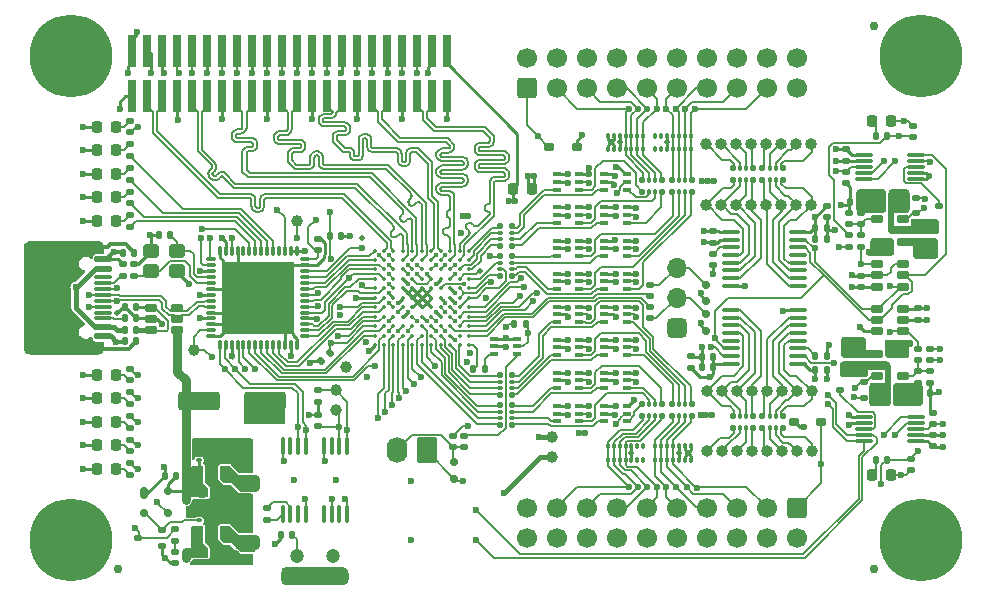
<source format=gbr>
%TF.GenerationSoftware,KiCad,Pcbnew,8.0.2-1*%
%TF.CreationDate,2024-05-28T01:52:33+02:00*%
%TF.ProjectId,glasgow,676c6173-676f-4772-9e6b-696361645f70,C3*%
%TF.SameCoordinates,Original*%
%TF.FileFunction,Copper,L1,Top*%
%TF.FilePolarity,Positive*%
%FSLAX46Y46*%
G04 Gerber Fmt 4.6, Leading zero omitted, Abs format (unit mm)*
G04 Created by KiCad (PCBNEW 8.0.2-1) date 2024-05-28 01:52:33*
%MOMM*%
%LPD*%
G01*
G04 APERTURE LIST*
G04 Aperture macros list*
%AMRoundRect*
0 Rectangle with rounded corners*
0 $1 Rounding radius*
0 $2 $3 $4 $5 $6 $7 $8 $9 X,Y pos of 4 corners*
0 Add a 4 corners polygon primitive as box body*
4,1,4,$2,$3,$4,$5,$6,$7,$8,$9,$2,$3,0*
0 Add four circle primitives for the rounded corners*
1,1,$1+$1,$2,$3*
1,1,$1+$1,$4,$5*
1,1,$1+$1,$6,$7*
1,1,$1+$1,$8,$9*
0 Add four rect primitives between the rounded corners*
20,1,$1+$1,$2,$3,$4,$5,0*
20,1,$1+$1,$4,$5,$6,$7,0*
20,1,$1+$1,$6,$7,$8,$9,0*
20,1,$1+$1,$8,$9,$2,$3,0*%
G04 Aperture macros list end*
%TA.AperFunction,SMDPad,CuDef*%
%ADD10C,1.000000*%
%TD*%
%TA.AperFunction,SMDPad,CuDef*%
%ADD11C,0.750000*%
%TD*%
%TA.AperFunction,SMDPad,CuDef*%
%ADD12RoundRect,0.147500X0.172500X-0.147500X0.172500X0.147500X-0.172500X0.147500X-0.172500X-0.147500X0*%
%TD*%
%TA.AperFunction,SMDPad,CuDef*%
%ADD13RoundRect,0.147500X-0.172500X0.147500X-0.172500X-0.147500X0.172500X-0.147500X0.172500X0.147500X0*%
%TD*%
%TA.AperFunction,SMDPad,CuDef*%
%ADD14RoundRect,0.147500X0.017678X-0.226274X0.226274X-0.017678X-0.017678X0.226274X-0.226274X0.017678X0*%
%TD*%
%TA.AperFunction,SMDPad,CuDef*%
%ADD15O,1.000000X0.280000*%
%TD*%
%TA.AperFunction,SMDPad,CuDef*%
%ADD16O,0.280000X1.000000*%
%TD*%
%TA.AperFunction,ComponentPad*%
%ADD17C,0.600000*%
%TD*%
%TA.AperFunction,SMDPad,CuDef*%
%ADD18R,6.220000X6.220000*%
%TD*%
%TA.AperFunction,SMDPad,CuDef*%
%ADD19RoundRect,0.218750X-0.218750X-0.256250X0.218750X-0.256250X0.218750X0.256250X-0.218750X0.256250X0*%
%TD*%
%TA.AperFunction,SMDPad,CuDef*%
%ADD20RoundRect,0.100000X-0.225000X-0.100000X0.225000X-0.100000X0.225000X0.100000X-0.225000X0.100000X0*%
%TD*%
%TA.AperFunction,SMDPad,CuDef*%
%ADD21RoundRect,0.147500X0.147500X0.172500X-0.147500X0.172500X-0.147500X-0.172500X0.147500X-0.172500X0*%
%TD*%
%TA.AperFunction,ComponentPad*%
%ADD22C,1.000000*%
%TD*%
%TA.AperFunction,ComponentPad*%
%ADD23O,1.000000X1.000000*%
%TD*%
%TA.AperFunction,SMDPad,CuDef*%
%ADD24RoundRect,0.218750X0.256250X-0.218750X0.256250X0.218750X-0.256250X0.218750X-0.256250X-0.218750X0*%
%TD*%
%TA.AperFunction,SMDPad,CuDef*%
%ADD25RoundRect,0.218750X-0.256250X0.218750X-0.256250X-0.218750X0.256250X-0.218750X0.256250X0.218750X0*%
%TD*%
%TA.AperFunction,SMDPad,CuDef*%
%ADD26RoundRect,0.218750X0.218750X0.256250X-0.218750X0.256250X-0.218750X-0.256250X0.218750X-0.256250X0*%
%TD*%
%TA.AperFunction,SMDPad,CuDef*%
%ADD27C,0.500000*%
%TD*%
%TA.AperFunction,SMDPad,CuDef*%
%ADD28RoundRect,0.147500X-0.147500X-0.172500X0.147500X-0.172500X0.147500X0.172500X-0.147500X0.172500X0*%
%TD*%
%TA.AperFunction,SMDPad,CuDef*%
%ADD29RoundRect,0.300000X-0.400000X-0.300000X0.400000X-0.300000X0.400000X0.300000X-0.400000X0.300000X0*%
%TD*%
%TA.AperFunction,SMDPad,CuDef*%
%ADD30C,0.350000*%
%TD*%
%TA.AperFunction,SMDPad,CuDef*%
%ADD31RoundRect,0.162500X-0.367500X-0.162500X0.367500X-0.162500X0.367500X0.162500X-0.367500X0.162500X0*%
%TD*%
%TA.AperFunction,SMDPad,CuDef*%
%ADD32RoundRect,0.100000X-0.637500X-0.100000X0.637500X-0.100000X0.637500X0.100000X-0.637500X0.100000X0*%
%TD*%
%TA.AperFunction,SMDPad,CuDef*%
%ADD33RoundRect,0.100000X0.637500X0.100000X-0.637500X0.100000X-0.637500X-0.100000X0.637500X-0.100000X0*%
%TD*%
%TA.AperFunction,SMDPad,CuDef*%
%ADD34RoundRect,0.150000X0.200000X-0.150000X0.200000X0.150000X-0.200000X0.150000X-0.200000X-0.150000X0*%
%TD*%
%TA.AperFunction,ComponentPad*%
%ADD35RoundRect,0.425000X0.425000X0.425000X-0.425000X0.425000X-0.425000X-0.425000X0.425000X-0.425000X0*%
%TD*%
%TA.AperFunction,ComponentPad*%
%ADD36O,1.700000X1.700000*%
%TD*%
%TA.AperFunction,ComponentPad*%
%ADD37C,0.800000*%
%TD*%
%TA.AperFunction,ComponentPad*%
%ADD38C,7.000000*%
%TD*%
%TA.AperFunction,ComponentPad*%
%ADD39RoundRect,0.250000X0.600000X-0.600000X0.600000X0.600000X-0.600000X0.600000X-0.600000X-0.600000X0*%
%TD*%
%TA.AperFunction,ComponentPad*%
%ADD40C,1.700000*%
%TD*%
%TA.AperFunction,SMDPad,CuDef*%
%ADD41RoundRect,0.162500X0.367500X0.162500X-0.367500X0.162500X-0.367500X-0.162500X0.367500X-0.162500X0*%
%TD*%
%TA.AperFunction,SMDPad,CuDef*%
%ADD42RoundRect,0.122500X-0.122500X0.127500X-0.122500X-0.127500X0.122500X-0.127500X0.122500X0.127500X0*%
%TD*%
%TA.AperFunction,SMDPad,CuDef*%
%ADD43RoundRect,0.070000X-0.070000X0.180000X-0.070000X-0.180000X0.070000X-0.180000X0.070000X0.180000X0*%
%TD*%
%TA.AperFunction,SMDPad,CuDef*%
%ADD44RoundRect,0.122500X0.122500X-0.127500X0.122500X0.127500X-0.122500X0.127500X-0.122500X-0.127500X0*%
%TD*%
%TA.AperFunction,SMDPad,CuDef*%
%ADD45RoundRect,0.070000X0.070000X-0.180000X0.070000X0.180000X-0.070000X0.180000X-0.070000X-0.180000X0*%
%TD*%
%TA.AperFunction,SMDPad,CuDef*%
%ADD46RoundRect,0.122500X-0.127500X-0.122500X0.127500X-0.122500X0.127500X0.122500X-0.127500X0.122500X0*%
%TD*%
%TA.AperFunction,SMDPad,CuDef*%
%ADD47RoundRect,0.070000X-0.180000X-0.070000X0.180000X-0.070000X0.180000X0.070000X-0.180000X0.070000X0*%
%TD*%
%TA.AperFunction,SMDPad,CuDef*%
%ADD48RoundRect,0.147500X-0.577500X0.147500X-0.577500X-0.147500X0.577500X-0.147500X0.577500X0.147500X0*%
%TD*%
%TA.AperFunction,SMDPad,CuDef*%
%ADD49RoundRect,0.070000X-0.655000X0.070000X-0.655000X-0.070000X0.655000X-0.070000X0.655000X0.070000X0*%
%TD*%
%TA.AperFunction,ComponentPad*%
%ADD50O,2.100000X1.000000*%
%TD*%
%TA.AperFunction,ComponentPad*%
%ADD51O,1.600000X1.000000*%
%TD*%
%TA.AperFunction,SMDPad,CuDef*%
%ADD52RoundRect,0.150000X0.300000X0.150000X-0.300000X0.150000X-0.300000X-0.150000X0.300000X-0.150000X0*%
%TD*%
%TA.AperFunction,SMDPad,CuDef*%
%ADD53RoundRect,0.150000X-0.300000X-0.150000X0.300000X-0.150000X0.300000X0.150000X-0.300000X0.150000X0*%
%TD*%
%TA.AperFunction,SMDPad,CuDef*%
%ADD54RoundRect,0.112500X0.237500X-0.112500X0.237500X0.112500X-0.237500X0.112500X-0.237500X-0.112500X0*%
%TD*%
%TA.AperFunction,SMDPad,CuDef*%
%ADD55RoundRect,0.112500X-0.237500X0.112500X-0.237500X-0.112500X0.237500X-0.112500X0.237500X0.112500X0*%
%TD*%
%TA.AperFunction,SMDPad,CuDef*%
%ADD56RoundRect,0.070000X-0.655000X-0.070000X0.655000X-0.070000X0.655000X0.070000X-0.655000X0.070000X0*%
%TD*%
%TA.AperFunction,SMDPad,CuDef*%
%ADD57RoundRect,0.190000X0.190000X-1.185000X0.190000X1.185000X-0.190000X1.185000X-0.190000X-1.185000X0*%
%TD*%
%TA.AperFunction,SMDPad,CuDef*%
%ADD58RoundRect,0.250000X-1.500000X-0.550000X1.500000X-0.550000X1.500000X0.550000X-1.500000X0.550000X0*%
%TD*%
%TA.AperFunction,SMDPad,CuDef*%
%ADD59RoundRect,0.100000X0.100000X-0.637500X0.100000X0.637500X-0.100000X0.637500X-0.100000X-0.637500X0*%
%TD*%
%TA.AperFunction,ComponentPad*%
%ADD60RoundRect,0.249999X0.620001X0.850001X-0.620001X0.850001X-0.620001X-0.850001X0.620001X-0.850001X0*%
%TD*%
%TA.AperFunction,ComponentPad*%
%ADD61O,1.740000X2.200000*%
%TD*%
%TA.AperFunction,SMDPad,CuDef*%
%ADD62RoundRect,0.042900X0.182100X0.107100X-0.182100X0.107100X-0.182100X-0.107100X0.182100X-0.107100X0*%
%TD*%
%TA.AperFunction,ComponentPad*%
%ADD63C,0.500000*%
%TD*%
%TA.AperFunction,SMDPad,CuDef*%
%ADD64RoundRect,0.050000X0.450000X0.750000X-0.450000X0.750000X-0.450000X-0.750000X0.450000X-0.750000X0*%
%TD*%
%TA.AperFunction,ComponentPad*%
%ADD65RoundRect,0.250000X-0.600000X0.600000X-0.600000X-0.600000X0.600000X-0.600000X0.600000X0.600000X0*%
%TD*%
%TA.AperFunction,SMDPad,CuDef*%
%ADD66RoundRect,0.175000X-0.175000X-0.325000X0.175000X-0.325000X0.175000X0.325000X-0.175000X0.325000X0*%
%TD*%
%TA.AperFunction,SMDPad,CuDef*%
%ADD67RoundRect,0.150000X-0.200000X-0.150000X0.200000X-0.150000X0.200000X0.150000X-0.200000X0.150000X0*%
%TD*%
%TA.AperFunction,SMDPad,CuDef*%
%ADD68RoundRect,0.070000X0.655000X0.070000X-0.655000X0.070000X-0.655000X-0.070000X0.655000X-0.070000X0*%
%TD*%
%TA.AperFunction,SMDPad,CuDef*%
%ADD69RoundRect,0.140000X-0.170000X0.140000X-0.170000X-0.140000X0.170000X-0.140000X0.170000X0.140000X0*%
%TD*%
%TA.AperFunction,SMDPad,CuDef*%
%ADD70RoundRect,0.140000X0.170000X-0.140000X0.170000X0.140000X-0.170000X0.140000X-0.170000X-0.140000X0*%
%TD*%
%TA.AperFunction,ComponentPad*%
%ADD71C,1.200000*%
%TD*%
%TA.AperFunction,SMDPad,CuDef*%
%ADD72RoundRect,0.225000X-0.225000X-0.250000X0.225000X-0.250000X0.225000X0.250000X-0.225000X0.250000X0*%
%TD*%
%TA.AperFunction,ViaPad*%
%ADD73C,0.600000*%
%TD*%
%TA.AperFunction,ViaPad*%
%ADD74C,0.400000*%
%TD*%
%TA.AperFunction,ViaPad*%
%ADD75C,0.500000*%
%TD*%
%TA.AperFunction,Conductor*%
%ADD76C,0.150000*%
%TD*%
%TA.AperFunction,Conductor*%
%ADD77C,0.250000*%
%TD*%
%TA.AperFunction,Conductor*%
%ADD78C,0.350000*%
%TD*%
%TA.AperFunction,Conductor*%
%ADD79C,0.750000*%
%TD*%
%TA.AperFunction,Conductor*%
%ADD80C,0.450000*%
%TD*%
%TA.AperFunction,Conductor*%
%ADD81C,0.190000*%
%TD*%
%TA.AperFunction,Conductor*%
%ADD82C,0.650000*%
%TD*%
G04 APERTURE END LIST*
D10*
%TO.P,TP5,1,1*%
%TO.N,/SCL*%
X26400000Y15000000D03*
%TD*%
%TO.P,TP4,1,1*%
%TO.N,/SDA*%
X26400000Y16700000D03*
%TD*%
D11*
%TO.P,FID1,*%
%TO.N,*%
X8000000Y1500000D03*
%TD*%
%TO.P,FID2,*%
%TO.N,*%
X72000000Y47500000D03*
%TD*%
D12*
%TO.P,C30,1*%
%TO.N,+3V3*%
X77000000Y11915000D03*
%TO.P,C30,2*%
%TO.N,GND*%
X77000000Y12885000D03*
%TD*%
D13*
%TO.P,R22,1*%
%TO.N,/IO_Banks/U4*%
X9000000Y12485000D03*
%TO.P,R22,2*%
%TO.N,Net-(D9-A)*%
X9000000Y11515000D03*
%TD*%
%TO.P,R23,1*%
%TO.N,/IO_Banks/U5*%
X9000000Y10485000D03*
%TO.P,R23,2*%
%TO.N,Net-(D10-A)*%
X9000000Y9515000D03*
%TD*%
D10*
%TO.P,TP6,1,1*%
%TO.N,/CLKREF*%
X23100000Y31000000D03*
%TD*%
D14*
%TO.P,R9,1*%
%TO.N,GND*%
X25207053Y19157053D03*
%TO.P,R9,2*%
%TO.N,/~{FPGA_RESET}*%
X25892947Y19842947D03*
%TD*%
D15*
%TO.P,U1,1,RDY0/SLRD*%
%TO.N,/RD*%
X15850000Y27750000D03*
%TO.P,U1,2,RDY1/SLWR*%
%TO.N,/WR*%
X15850000Y27250000D03*
%TO.P,U1,3,AVCC*%
%TO.N,+3V3*%
X15850000Y26750000D03*
%TO.P,U1,4,XTALOUT*%
%TO.N,/XTALOUT*%
X15850000Y26250000D03*
%TO.P,U1,5,XTALIN*%
%TO.N,/XTALIN*%
X15850000Y25750000D03*
%TO.P,U1,6,AGND*%
%TO.N,GND*%
X15850000Y25250000D03*
%TO.P,U1,7,AVCC*%
%TO.N,+3V3*%
X15850000Y24750000D03*
%TO.P,U1,8,D+*%
%TO.N,/USB_P*%
X15850000Y24250000D03*
%TO.P,U1,9,D-*%
%TO.N,/USB_N*%
X15850000Y23750000D03*
%TO.P,U1,10,AGND*%
%TO.N,GND*%
X15850000Y23250000D03*
%TO.P,U1,11,VCC*%
%TO.N,+3V3*%
X15850000Y22750000D03*
%TO.P,U1,12,GND*%
%TO.N,GND*%
X15850000Y22250000D03*
%TO.P,U1,13,IFCLK*%
%TO.N,/CLKIF*%
X15850000Y21750000D03*
%TO.P,U1,14,RESERVED*%
%TO.N,GND*%
X15850000Y21250000D03*
D16*
%TO.P,U1,15,SCL*%
%TO.N,/SCL*%
X16600000Y20500000D03*
%TO.P,U1,16,SDA*%
%TO.N,/SDA*%
X17100000Y20500000D03*
%TO.P,U1,17,VCC*%
%TO.N,+3V3*%
X17600000Y20500000D03*
%TO.P,U1,18,PB0/FD0*%
%TO.N,/D0*%
X18100000Y20500000D03*
%TO.P,U1,19,PB1/FD1*%
%TO.N,/D1*%
X18600000Y20500000D03*
%TO.P,U1,20,PB2/FD2*%
%TO.N,/D2*%
X19100000Y20500000D03*
%TO.P,U1,21,PB3/FD3*%
%TO.N,/D3*%
X19600000Y20500000D03*
%TO.P,U1,22,PB4/FD4*%
%TO.N,/D4*%
X20100000Y20500000D03*
%TO.P,U1,23,PB5/FD5*%
%TO.N,/D5*%
X20600000Y20500000D03*
%TO.P,U1,24,PB6/FD6*%
%TO.N,/D6*%
X21100000Y20500000D03*
%TO.P,U1,25,PB7/FD7*%
%TO.N,/D7*%
X21600000Y20500000D03*
%TO.P,U1,26,GND*%
%TO.N,GND*%
X22100000Y20500000D03*
%TO.P,U1,27,VCC*%
%TO.N,+3V3*%
X22600000Y20500000D03*
%TO.P,U1,28,GND*%
%TO.N,GND*%
X23100000Y20500000D03*
D15*
%TO.P,U1,29,CTL0/FLAGA*%
%TO.N,/FLAGA*%
X23850000Y21250000D03*
%TO.P,U1,30,CTL1/FLAGB*%
%TO.N,/FLAGB*%
X23850000Y21750000D03*
%TO.P,U1,31,CTL2/FLAGC*%
%TO.N,/FLAGC*%
X23850000Y22250000D03*
%TO.P,U1,32,VCC*%
%TO.N,+3V3*%
X23850000Y22750000D03*
%TO.P,U1,33,PA0/~{INT0}*%
%TO.N,/~{ALERT}*%
X23850000Y23250000D03*
%TO.P,U1,34,PA1/~{INT1}*%
%TO.N,/~{FPGA_RESET}*%
X23850000Y23750000D03*
%TO.P,U1,35,PA2/SLOE*%
%TO.N,/OE*%
X23850000Y24250000D03*
%TO.P,U1,36,PA3/WU2*%
%TO.N,/FPGA_DONE*%
X23850000Y24750000D03*
%TO.P,U1,37,PA4/FIOADDR0*%
%TO.N,/A0*%
X23850000Y25250000D03*
%TO.P,U1,38,PA5/FIOADDR1*%
%TO.N,/A1*%
X23850000Y25750000D03*
%TO.P,U1,39,PA6/PKTEND*%
%TO.N,/PKTEND*%
X23850000Y26250000D03*
%TO.P,U1,40,PA7/FLAGD/~{SLCS}*%
%TO.N,/FLAGD*%
X23850000Y26750000D03*
%TO.P,U1,41,GND*%
%TO.N,GND*%
X23850000Y27250000D03*
%TO.P,U1,42,~{RESET}*%
%TO.N,/~{CY_RESET}*%
X23850000Y27750000D03*
D16*
%TO.P,U1,43,VCC*%
%TO.N,+3V3*%
X23100000Y28500000D03*
%TO.P,U1,44,WAKEUP*%
X22600000Y28500000D03*
%TO.P,U1,45,PD0/FD8*%
%TO.N,/ENVA*%
X22100000Y28500000D03*
%TO.P,U1,46,PD1/FD9*%
%TO.N,unconnected-(U1-PD1{slash}FD9-Pad46)*%
X21600000Y28500000D03*
%TO.P,U1,47,PD2/FD10*%
%TO.N,/LED_CY*%
X21100000Y28500000D03*
%TO.P,U1,48,PD3/FD11*%
%TO.N,/LED_FPGA*%
X20600000Y28500000D03*
%TO.P,U1,49,PD4/FD12*%
%TO.N,/LED_ACT*%
X20100000Y28500000D03*
%TO.P,U1,50,PD5/FD13*%
%TO.N,/LED_ERR*%
X19600000Y28500000D03*
%TO.P,U1,51,PD6/FD14*%
%TO.N,/ENVB*%
X19100000Y28500000D03*
%TO.P,U1,52,PD7/FD15*%
%TO.N,unconnected-(U1-PD7{slash}FD15-Pad52)*%
X18600000Y28500000D03*
%TO.P,U1,53,GND*%
%TO.N,GND*%
X18100000Y28500000D03*
%TO.P,U1,54,CLKOUT*%
%TO.N,/CLKREF*%
X17600000Y28500000D03*
%TO.P,U1,55,VCC*%
%TO.N,+3V3*%
X17100000Y28500000D03*
%TO.P,U1,56,GND*%
%TO.N,GND*%
X16600000Y28500000D03*
D17*
%TO.P,U1,57,EP*%
X17310000Y27040000D03*
X17310000Y25770000D03*
X17310000Y24500000D03*
X17310000Y23230000D03*
X17310000Y21960000D03*
X18580000Y27040000D03*
X18580000Y25770000D03*
X18580000Y24500000D03*
X18580000Y23230000D03*
X18580000Y21960000D03*
X19850000Y27040000D03*
X19850000Y25770000D03*
X19850000Y24500000D03*
D18*
X19850000Y24500000D03*
D17*
X19850000Y23230000D03*
X19850000Y21960000D03*
X21120000Y27040000D03*
X21120000Y25770000D03*
X21120000Y24500000D03*
X21120000Y23230000D03*
X21120000Y21960000D03*
X22390000Y27040000D03*
X22390000Y25770000D03*
X22390000Y24500000D03*
X22390000Y23230000D03*
X22390000Y21960000D03*
%TD*%
D12*
%TO.P,R33,1*%
%TO.N,/IO_Banks/IO_Buffer_A/VDAC*%
X70900000Y28815000D03*
%TO.P,R33,2*%
%TO.N,/IO_Banks/IO_Buffer_A/VFB*%
X70900000Y29785000D03*
%TD*%
D19*
%TO.P,D6,1,K*%
%TO.N,GND*%
X6212500Y18000000D03*
%TO.P,D6,2,A*%
%TO.N,Net-(D6-A)*%
X7787500Y18000000D03*
%TD*%
%TO.P,D8,1,K*%
%TO.N,GND*%
X6212500Y14000000D03*
%TO.P,D8,2,A*%
%TO.N,Net-(D8-A)*%
X7787500Y14000000D03*
%TD*%
%TO.P,D5,1,K*%
%TO.N,GND*%
X6212500Y31000000D03*
%TO.P,D5,2,A*%
%TO.N,Net-(D5-A)*%
X7787500Y31000000D03*
%TD*%
%TO.P,D4,1,K*%
%TO.N,GND*%
X6212500Y33000000D03*
%TO.P,D4,2,A*%
%TO.N,Net-(D4-A)*%
X7787500Y33000000D03*
%TD*%
%TO.P,D3,1,K*%
%TO.N,GND*%
X6212500Y35000000D03*
%TO.P,D3,2,A*%
%TO.N,Net-(D3-A)*%
X7787500Y35000000D03*
%TD*%
%TO.P,D2,1,K*%
%TO.N,GND*%
X6212500Y37000000D03*
%TO.P,D2,2,A*%
%TO.N,Net-(D2-A)*%
X7787500Y37000000D03*
%TD*%
D12*
%TO.P,R14,1*%
%TO.N,/LED_FPGA*%
X9000000Y34515000D03*
%TO.P,R14,2*%
%TO.N,Net-(D3-A)*%
X9000000Y35485000D03*
%TD*%
%TO.P,R15,1*%
%TO.N,/LED_ACT*%
X9000000Y32515000D03*
%TO.P,R15,2*%
%TO.N,Net-(D4-A)*%
X9000000Y33485000D03*
%TD*%
D13*
%TO.P,R20,1*%
%TO.N,/IO_Banks/U2*%
X9000000Y16485000D03*
%TO.P,R20,2*%
%TO.N,Net-(D7-A)*%
X9000000Y15515000D03*
%TD*%
D20*
%TO.P,U27,1,VCCA*%
%TO.N,+3V3*%
X49150000Y20950000D03*
%TO.P,U27,2,GND*%
%TO.N,GND*%
X49150000Y20300000D03*
%TO.P,U27,3,A*%
%TO.N,/IO_Banks/IO_Buffer_B/X3*%
X49150000Y19650000D03*
%TO.P,U27,4,B*%
%TO.N,/IO_Banks/IO_Buffer_B/Y3*%
X51050000Y19650000D03*
%TO.P,U27,5,DIR*%
%TO.N,/IO_Banks/DB3*%
X51050000Y20300000D03*
%TO.P,U27,6,VCCB*%
%TO.N,/IO_Banks/VIOB*%
X51050000Y20950000D03*
%TD*%
%TO.P,U26,1,VCCA*%
%TO.N,+3V3*%
X49150000Y23750000D03*
%TO.P,U26,2,GND*%
%TO.N,GND*%
X49150000Y23100000D03*
%TO.P,U26,3,A*%
%TO.N,/IO_Banks/IO_Buffer_B/X1*%
X49150000Y22450000D03*
%TO.P,U26,4,B*%
%TO.N,/IO_Banks/IO_Buffer_B/Y1*%
X51050000Y22450000D03*
%TO.P,U26,5,DIR*%
%TO.N,/IO_Banks/DB1*%
X51050000Y23100000D03*
%TO.P,U26,6,VCCB*%
%TO.N,/IO_Banks/VIOB*%
X51050000Y23750000D03*
%TD*%
%TO.P,U17,1,VCCA*%
%TO.N,+3V3*%
X49150000Y29350000D03*
%TO.P,U17,2,GND*%
%TO.N,GND*%
X49150000Y28700000D03*
%TO.P,U17,3,A*%
%TO.N,/IO_Banks/IO_Buffer_A/X5*%
X49150000Y28050000D03*
%TO.P,U17,4,B*%
%TO.N,/IO_Banks/IO_Buffer_A/Y5*%
X51050000Y28050000D03*
%TO.P,U17,5,DIR*%
%TO.N,/IO_Banks/DA5*%
X51050000Y28700000D03*
%TO.P,U17,6,VCCB*%
%TO.N,/IO_Banks/VIOA*%
X51050000Y29350000D03*
%TD*%
%TO.P,U10,1,VCCA*%
%TO.N,+3V3*%
X45150000Y26550000D03*
%TO.P,U10,2,GND*%
%TO.N,GND*%
X45150000Y25900000D03*
%TO.P,U10,3,A*%
%TO.N,/IO_Banks/IO_Buffer_A/X6*%
X45150000Y25250000D03*
%TO.P,U10,4,B*%
%TO.N,/IO_Banks/IO_Buffer_A/Y6*%
X47050000Y25250000D03*
%TO.P,U10,5,DIR*%
%TO.N,/IO_Banks/DA6*%
X47050000Y25900000D03*
%TO.P,U10,6,VCCB*%
%TO.N,/IO_Banks/VIOA*%
X47050000Y26550000D03*
%TD*%
%TO.P,U9,1,VCCA*%
%TO.N,+3V3*%
X45150000Y29350000D03*
%TO.P,U9,2,GND*%
%TO.N,GND*%
X45150000Y28700000D03*
%TO.P,U9,3,A*%
%TO.N,/IO_Banks/IO_Buffer_A/X4*%
X45150000Y28050000D03*
%TO.P,U9,4,B*%
%TO.N,/IO_Banks/IO_Buffer_A/Y4*%
X47050000Y28050000D03*
%TO.P,U9,5,DIR*%
%TO.N,/IO_Banks/DA4*%
X47050000Y28700000D03*
%TO.P,U9,6,VCCB*%
%TO.N,/IO_Banks/VIOA*%
X47050000Y29350000D03*
%TD*%
%TO.P,U6,1,VCCA*%
%TO.N,+3V3*%
X45150000Y32150000D03*
%TO.P,U6,2,GND*%
%TO.N,GND*%
X45150000Y31500000D03*
%TO.P,U6,3,A*%
%TO.N,/IO_Banks/IO_Buffer_A/X2*%
X45150000Y30850000D03*
%TO.P,U6,4,B*%
%TO.N,/IO_Banks/IO_Buffer_A/Y2*%
X47050000Y30850000D03*
%TO.P,U6,5,DIR*%
%TO.N,/IO_Banks/DA2*%
X47050000Y31500000D03*
%TO.P,U6,6,VCCB*%
%TO.N,/IO_Banks/VIOA*%
X47050000Y32150000D03*
%TD*%
%TO.P,U22,1,VCCA*%
%TO.N,+3V3*%
X45150000Y23750000D03*
%TO.P,U22,2,GND*%
%TO.N,GND*%
X45150000Y23100000D03*
%TO.P,U22,3,A*%
%TO.N,/IO_Banks/IO_Buffer_B/X0*%
X45150000Y22450000D03*
%TO.P,U22,4,B*%
%TO.N,/IO_Banks/IO_Buffer_B/Y0*%
X47050000Y22450000D03*
%TO.P,U22,5,DIR*%
%TO.N,/IO_Banks/DB0*%
X47050000Y23100000D03*
%TO.P,U22,6,VCCB*%
%TO.N,/IO_Banks/VIOB*%
X47050000Y23750000D03*
%TD*%
%TO.P,U24,1,VCCA*%
%TO.N,+3V3*%
X45150000Y18150000D03*
%TO.P,U24,2,GND*%
%TO.N,GND*%
X45150000Y17500000D03*
%TO.P,U24,3,A*%
%TO.N,/IO_Banks/IO_Buffer_B/X4*%
X45150000Y16850000D03*
%TO.P,U24,4,B*%
%TO.N,/IO_Banks/IO_Buffer_B/Y4*%
X47050000Y16850000D03*
%TO.P,U24,5,DIR*%
%TO.N,/IO_Banks/DB4*%
X47050000Y17500000D03*
%TO.P,U24,6,VCCB*%
%TO.N,/IO_Banks/VIOB*%
X47050000Y18150000D03*
%TD*%
%TO.P,U25,1,VCCA*%
%TO.N,+3V3*%
X45150000Y15350000D03*
%TO.P,U25,2,GND*%
%TO.N,GND*%
X45150000Y14700000D03*
%TO.P,U25,3,A*%
%TO.N,/IO_Banks/IO_Buffer_B/X6*%
X45150000Y14050000D03*
%TO.P,U25,4,B*%
%TO.N,/IO_Banks/IO_Buffer_B/Y6*%
X47050000Y14050000D03*
%TO.P,U25,5,DIR*%
%TO.N,/IO_Banks/DB6*%
X47050000Y14700000D03*
%TO.P,U25,6,VCCB*%
%TO.N,/IO_Banks/VIOB*%
X47050000Y15350000D03*
%TD*%
D21*
%TO.P,C57,1*%
%TO.N,/IO_Banks/VIOA*%
X70885000Y32600000D03*
%TO.P,C57,2*%
%TO.N,GND*%
X69915000Y32600000D03*
%TD*%
D19*
%TO.P,D1,1,K*%
%TO.N,GND*%
X6212500Y39000000D03*
%TO.P,D1,2,A*%
%TO.N,Net-(D1-A)*%
X7787500Y39000000D03*
%TD*%
D22*
%TO.P,J9,1,Pin_1*%
%TO.N,/IO_Banks/IO_Buffer_A/P0*%
X57800000Y32400000D03*
D23*
%TO.P,J9,2,Pin_2*%
%TO.N,/IO_Banks/IO_Buffer_A/P1*%
X59070000Y32400000D03*
%TO.P,J9,3,Pin_3*%
%TO.N,/IO_Banks/IO_Buffer_A/P2*%
X60340000Y32400000D03*
%TO.P,J9,4,Pin_4*%
%TO.N,/IO_Banks/IO_Buffer_A/P3*%
X61610000Y32400000D03*
%TO.P,J9,5,Pin_5*%
%TO.N,/IO_Banks/IO_Buffer_A/P4*%
X62880000Y32400000D03*
%TO.P,J9,6,Pin_6*%
%TO.N,/IO_Banks/IO_Buffer_A/P5*%
X64150000Y32400000D03*
%TO.P,J9,7,Pin_7*%
%TO.N,/IO_Banks/IO_Buffer_A/P6*%
X65420000Y32400000D03*
%TO.P,J9,8,Pin_8*%
%TO.N,/IO_Banks/IO_Buffer_A/P7*%
X66690000Y32400000D03*
%TD*%
D22*
%TO.P,J6,1,Pin_1*%
%TO.N,/IO_Banks/IO_Buffer_B/Z0*%
X66700000Y11500000D03*
D23*
%TO.P,J6,2,Pin_2*%
%TO.N,/IO_Banks/IO_Buffer_B/Z1*%
X65430000Y11500000D03*
%TO.P,J6,3,Pin_3*%
%TO.N,/IO_Banks/IO_Buffer_B/Z2*%
X64160000Y11500000D03*
%TO.P,J6,4,Pin_4*%
%TO.N,/IO_Banks/IO_Buffer_B/Z3*%
X62890000Y11500000D03*
%TO.P,J6,5,Pin_5*%
%TO.N,/IO_Banks/IO_Buffer_B/Z4*%
X61620000Y11500000D03*
%TO.P,J6,6,Pin_6*%
%TO.N,/IO_Banks/IO_Buffer_B/Z5*%
X60350000Y11500000D03*
%TO.P,J6,7,Pin_7*%
%TO.N,/IO_Banks/IO_Buffer_B/Z6*%
X59080000Y11500000D03*
%TO.P,J6,8,Pin_8*%
%TO.N,/IO_Banks/IO_Buffer_B/Z7*%
X57810000Y11500000D03*
%TD*%
D24*
%TO.P,C82,1*%
%TO.N,+5V*%
X76900000Y28912500D03*
%TO.P,C82,2*%
%TO.N,GND*%
X76900000Y30487500D03*
%TD*%
D25*
%TO.P,C31,1*%
%TO.N,+5V*%
X69700000Y20087500D03*
%TO.P,C31,2*%
%TO.N,GND*%
X69700000Y18512500D03*
%TD*%
D26*
%TO.P,C53,1*%
%TO.N,/IO_Banks/VIOB*%
X74087500Y16300000D03*
%TO.P,C53,2*%
%TO.N,GND*%
X72512500Y16300000D03*
%TD*%
D13*
%TO.P,R28,1*%
%TO.N,/IO_Banks/IO_Buffer_B/VFB*%
X75700000Y18285000D03*
%TO.P,R28,2*%
%TO.N,/IO_Banks/VIOB*%
X75700000Y17315000D03*
%TD*%
%TO.P,R27,1*%
%TO.N,/IO_Banks/IO_Buffer_B/VDAC*%
X75700000Y20185000D03*
%TO.P,R27,2*%
%TO.N,/IO_Banks/IO_Buffer_B/VFB*%
X75700000Y19215000D03*
%TD*%
D11*
%TO.P,FID3,*%
%TO.N,*%
X72000000Y1500000D03*
%TD*%
D27*
%TO.P,FID8,~*%
%TO.N,N/C*%
X28600000Y29600000D03*
%TD*%
D12*
%TO.P,C59,1*%
%TO.N,+5V*%
X75700000Y29215000D03*
%TO.P,C59,2*%
%TO.N,GND*%
X75700000Y30185000D03*
%TD*%
%TO.P,R34,1*%
%TO.N,/IO_Banks/IO_Buffer_A/VFB*%
X70900000Y30715000D03*
%TO.P,R34,2*%
%TO.N,/IO_Banks/VIOA*%
X70900000Y31685000D03*
%TD*%
%TO.P,C12,1*%
%TO.N,/XTALIN*%
X9350000Y26365000D03*
%TO.P,C12,2*%
%TO.N,GND*%
X9350000Y27335000D03*
%TD*%
%TO.P,R16,1*%
%TO.N,/LED_ERR*%
X9000000Y30515000D03*
%TO.P,R16,2*%
%TO.N,Net-(D5-A)*%
X9000000Y31485000D03*
%TD*%
D28*
%TO.P,R17,1*%
%TO.N,/~{ALERT}*%
X25915000Y29700000D03*
%TO.P,R17,2*%
%TO.N,+3V3*%
X26885000Y29700000D03*
%TD*%
D12*
%TO.P,R12,1*%
%TO.N,+3V3*%
X9000000Y38515000D03*
%TO.P,R12,2*%
%TO.N,Net-(D1-A)*%
X9000000Y39485000D03*
%TD*%
%TO.P,R13,1*%
%TO.N,/LED_CY*%
X9000000Y36515000D03*
%TO.P,R13,2*%
%TO.N,Net-(D2-A)*%
X9000000Y37485000D03*
%TD*%
D29*
%TO.P,Y1,1,1*%
%TO.N,/XTALIN*%
X10800000Y26750000D03*
%TO.P,Y1,2,2*%
%TO.N,GND*%
X13000000Y26750000D03*
%TO.P,Y1,3,3*%
%TO.N,/XTALOUT*%
X13000000Y28450000D03*
%TO.P,Y1,4,4*%
%TO.N,GND*%
X10800000Y28450000D03*
%TD*%
D30*
%TO.P,U30,A1,IOT_225*%
%TO.N,/IO_Banks/QA0*%
X37700000Y28500000D03*
%TO.P,U30,A2,IOT_222*%
%TO.N,/IO_Banks/QA1*%
X37700000Y27700000D03*
%TO.P,U30,A3,IOT_223*%
%TO.N,/IO_Banks/QA3*%
X37700000Y26900000D03*
%TO.P,U30,A4,IOT_211*%
%TO.N,/IO_Banks/QA5*%
X37700000Y26100000D03*
%TO.P,U30,A5,IOT_207*%
%TO.N,/IO_Banks/QA7*%
X37700000Y25300000D03*
%TO.P,U30,A6,IOT_206*%
%TO.N,/IO_Banks/QA6*%
X37700000Y24500000D03*
%TO.P,U30,A7,IOT_192*%
%TO.N,/IO_Banks/DA3*%
X37700000Y23700000D03*
%TO.P,U30,A8,IOT_190*%
%TO.N,/IO_Banks/DA5*%
X37700000Y22900000D03*
%TO.P,U30,A9,IOT_178*%
%TO.N,/IO_Banks/DA7*%
X37700000Y22100000D03*
%TO.P,U30,A10,IOT_170*%
%TO.N,Net-(U30A-IOT_170)*%
X37700000Y21300000D03*
%TO.P,U30,A11,IOT_168*%
%TO.N,Net-(U30A-IOT_168)*%
X37700000Y20500000D03*
%TO.P,U30,B1,IOL_2A*%
%TO.N,/IO_Banks/Z0_P*%
X36900000Y28500000D03*
%TO.P,U30,B2,IOL_2B*%
%TO.N,/IO_Banks/Z0_N*%
X36900000Y27700000D03*
%TO.P,U30,B3,IOT_221*%
%TO.N,/IO_Banks/QA2*%
X36900000Y26900000D03*
%TO.P,U30,B4,IOT_219*%
%TO.N,Net-(U30A-IOT_219)*%
X36900000Y26100000D03*
%TO.P,U30,B5,IOT_208*%
%TO.N,/IO_Banks/QA4*%
X36900000Y25300000D03*
%TO.P,U30,B6,IOT_198_GBIN0*%
X36900000Y24500000D03*
%TO.P,U30,B7,IOT_197_GBIN1*%
%TO.N,/IO_Banks/QA6*%
X36900000Y23700000D03*
%TO.P,U30,B8,IOT_177*%
%TO.N,/IO_Banks/DA4*%
X36900000Y22900000D03*
%TO.P,U30,B9,IOT_174*%
%TO.N,/IO_Banks/DA6*%
X36900000Y22100000D03*
%TO.P,U30,B10,VPP_FAST*%
%TO.N,unconnected-(U30E-VPP_FAST-PadB10)*%
X36900000Y21300000D03*
%TO.P,U30,B11,IOR_161*%
%TO.N,/IO_Banks/QB0*%
X36900000Y20500000D03*
%TO.P,U30,C1,IOL_5B*%
%TO.N,/IO_Banks/Z2_N*%
X36100000Y28500000D03*
%TO.P,U30,C2,IOL_5A*%
%TO.N,/IO_Banks/Z2_P*%
X36100000Y27700000D03*
%TO.P,U30,C3,IOL_4B*%
%TO.N,/IO_Banks/Z1_N*%
X36100000Y26900000D03*
%TO.P,U30,C4,IOL_4A*%
%TO.N,/IO_Banks/Z1_P*%
X36100000Y26100000D03*
%TO.P,U30,C5,GNDPLL1*%
%TO.N,/GNDPLL1*%
X36100000Y25300000D03*
%TO.P,U30,C6,VCCPLL1*%
%TO.N,/VCCPLL1*%
X36100000Y24500000D03*
%TO.P,U30,C7,IOT_191*%
%TO.N,/IO_Banks/DA0*%
X36100000Y23700000D03*
%TO.P,U30,C8,IOT_179*%
%TO.N,/IO_Banks/DA1*%
X36100000Y22900000D03*
%TO.P,U30,C9,IOT_172*%
%TO.N,Net-(U30A-IOT_172)*%
X36100000Y22100000D03*
%TO.P,U30,C10,VPP_2V5*%
%TO.N,+3V3*%
X36100000Y21300000D03*
%TO.P,U30,C11,IOR_160*%
%TO.N,/IO_Banks/QB1*%
X36100000Y20500000D03*
%TO.P,U30,D1,IOL_8B*%
%TO.N,/IO_Banks/Z3_N*%
X35300000Y28500000D03*
%TO.P,U30,D2,IOL_9A*%
%TO.N,/IO_Banks/Z4_P*%
X35300000Y27700000D03*
%TO.P,U30,D3,IOL_9B*%
%TO.N,/IO_Banks/Z4_N*%
X35300000Y26900000D03*
%TO.P,U30,D4,VCC*%
%TO.N,+1V2*%
X35300000Y26100000D03*
%TO.P,U30,D5,IOT_212*%
%TO.N,/CLKREF*%
X35300000Y25300000D03*
%TO.P,U30,D6,VCCIO_0*%
%TO.N,+3V3*%
X35300000Y24500000D03*
%TO.P,U30,D7,IOT_181*%
%TO.N,/IO_Banks/DA2*%
X35300000Y23700000D03*
%TO.P,U30,D8,VCC*%
%TO.N,+1V2*%
X35300000Y22900000D03*
%TO.P,U30,D9,IOR_147*%
%TO.N,/IO_Banks/U4*%
X35300000Y22100000D03*
%TO.P,U30,D10,IOR_154*%
%TO.N,/IO_Banks/QB2*%
X35300000Y21300000D03*
%TO.P,U30,D11,IOR_152*%
%TO.N,/IO_Banks/QB3*%
X35300000Y20500000D03*
%TO.P,U30,E1,IOL_8A*%
%TO.N,/IO_Banks/Z3_P*%
X34500000Y28500000D03*
%TO.P,U30,E2,IOL_10A*%
%TO.N,/IO_Banks/Z5_P*%
X34500000Y27700000D03*
%TO.P,U30,E3,IOL_10B*%
%TO.N,/IO_Banks/Z5_N*%
X34500000Y26900000D03*
%TO.P,U30,E4,VCCIO_3*%
%TO.N,/IO_Banks/VIO_AUX*%
X34500000Y26100000D03*
%TO.P,U30,E5,GND*%
%TO.N,GND*%
X34500000Y25300000D03*
%TO.P,U30,E6,GND*%
X34500000Y24500000D03*
%TO.P,U30,E7,GND*%
X34500000Y23700000D03*
%TO.P,U30,E8,IOR_146*%
%TO.N,/IO_Banks/U5*%
X34500000Y22900000D03*
%TO.P,U30,E9,IOR_144*%
%TO.N,/IO_Banks/U3*%
X34500000Y22100000D03*
%TO.P,U30,E10,IOR_141_GBIN2*%
%TO.N,/IO_Banks/QB4*%
X34500000Y21300000D03*
%TO.P,U30,E11,IOR_148*%
%TO.N,/IO_Banks/QB5*%
X34500000Y20500000D03*
%TO.P,U30,F1,IOL_12A*%
%TO.N,/IO_Banks/Z6_P*%
X33700000Y28500000D03*
%TO.P,U30,F2,IOL_12B*%
%TO.N,/IO_Banks/Z6_N*%
X33700000Y27700000D03*
%TO.P,U30,F3,IOL_13B_GBIN7*%
%TO.N,/IO_Banks/Z7_N*%
X33700000Y26900000D03*
%TO.P,U30,F4,IOL_13A*%
%TO.N,/IO_Banks/Z7_P*%
X33700000Y26100000D03*
%TO.P,U30,F5,GND*%
%TO.N,GND*%
X33700000Y25300000D03*
%TO.P,U30,F6,GND*%
X33700000Y24500000D03*
%TO.P,U30,F7,GND*%
X33700000Y23700000D03*
%TO.P,U30,F8,VCCIO_1*%
%TO.N,+3V3*%
X33700000Y22900000D03*
%TO.P,U30,F9,IOR_137*%
%TO.N,/IO_Banks/DB0*%
X33700000Y22100000D03*
%TO.P,U30,F10,IOR_136*%
%TO.N,/IO_Banks/QB7*%
X33700000Y21300000D03*
%TO.P,U30,F11,IOR_140_GBIN3*%
%TO.N,/IO_Banks/QB6*%
X33700000Y20500000D03*
%TO.P,U30,G1,IOL_14A_GBIN6*%
%TO.N,/IO_Banks/Z8_P*%
X32900000Y28500000D03*
%TO.P,U30,G2,IOL_14B*%
%TO.N,/IO_Banks/Z8_N*%
X32900000Y27700000D03*
%TO.P,U30,G3,IOL_17A*%
%TO.N,/IO_Banks/Z9_P*%
X32900000Y26900000D03*
%TO.P,U30,G4,VCCIO_3*%
%TO.N,/IO_Banks/VIO_AUX*%
X32900000Y26100000D03*
%TO.P,U30,G5,GND*%
%TO.N,GND*%
X32900000Y25300000D03*
%TO.P,U30,G6,GND*%
X32900000Y24500000D03*
%TO.P,U30,G7,GND*%
X32900000Y23700000D03*
%TO.P,U30,G8,IOR_118*%
%TO.N,/IO_Banks/U2*%
X32900000Y22900000D03*
%TO.P,U30,G9,IOR_128*%
%TO.N,/IO_Banks/U1*%
X32900000Y22100000D03*
%TO.P,U30,G10,IOR_120*%
%TO.N,/IO_Banks/DB2*%
X32900000Y21300000D03*
%TO.P,U30,G11,IOR_129*%
%TO.N,/IO_Banks/DB1*%
X32900000Y20500000D03*
%TO.P,U30,H1,IOL_18A*%
%TO.N,/IO_Banks/Z10_P*%
X32100000Y28500000D03*
%TO.P,U30,H2,IOL_18B*%
%TO.N,/IO_Banks/Z10_N*%
X32100000Y27700000D03*
%TO.P,U30,H3,IOL_17B*%
%TO.N,/IO_Banks/Z9_N*%
X32100000Y26900000D03*
%TO.P,U30,H4,VCC*%
%TO.N,+1V2*%
X32100000Y26100000D03*
%TO.P,U30,H5,GND*%
%TO.N,GND*%
X32100000Y25300000D03*
%TO.P,U30,H6,VCCIO_2*%
%TO.N,+3V3*%
X32100000Y24500000D03*
%TO.P,U30,H7,IOB_87*%
%TO.N,/D0*%
X32100000Y23700000D03*
%TO.P,U30,H8,VCC*%
%TO.N,+1V2*%
X32100000Y22900000D03*
%TO.P,U30,H9,IOB_104_CBSEL1*%
%TO.N,/SCL*%
X32100000Y22100000D03*
%TO.P,U30,H10,IOR_116*%
%TO.N,/IO_Banks/DB4*%
X32100000Y21300000D03*
%TO.P,U30,H11,IOR_119*%
%TO.N,/IO_Banks/DB3*%
X32100000Y20500000D03*
%TO.P,U30,J1,IOL_23A*%
%TO.N,/IO_Banks/Z11_P*%
X31300000Y28500000D03*
%TO.P,U30,J2,IOL_25B*%
%TO.N,/IO_Banks/Z12_N*%
X31300000Y27700000D03*
%TO.P,U30,J3,IOB_57*%
%TO.N,/FLAGD*%
X31300000Y26900000D03*
%TO.P,U30,J4,IOB_64*%
%TO.N,/WR*%
X31300000Y26100000D03*
%TO.P,U30,J5,IOB_78*%
%TO.N,/RD*%
X31300000Y25300000D03*
%TO.P,U30,J6,VCCPLL0*%
%TO.N,/VCCPLL0*%
X31300000Y24500000D03*
%TO.P,U30,J7,IOB_86*%
%TO.N,/D1*%
X31300000Y23700000D03*
%TO.P,U30,J8,IOB_91*%
%TO.N,/SDA*%
X31300000Y22900000D03*
%TO.P,U30,J9,IOB_106_SDI*%
%TO.N,/D2*%
X31300000Y22100000D03*
%TO.P,U30,J10,IOR_117*%
%TO.N,/IO_Banks/DB6*%
X31300000Y21300000D03*
%TO.P,U30,J11,IOR_114*%
%TO.N,/IO_Banks/DB5*%
X31300000Y20500000D03*
%TO.P,U30,K1,IOL_23B*%
%TO.N,/IO_Banks/Z11_N*%
X30500000Y28500000D03*
%TO.P,U30,K2,IOL_25A*%
%TO.N,/IO_Banks/Z12_P*%
X30500000Y27700000D03*
%TO.P,U30,K3,IOB_63*%
%TO.N,/A0*%
X30500000Y26900000D03*
%TO.P,U30,K4,IOB_73*%
%TO.N,/~{ALERT}*%
X30500000Y26100000D03*
%TO.P,U30,K5,IOB_79*%
%TO.N,/FLAGB*%
X30500000Y25300000D03*
%TO.P,U30,K6,IOB_82_GBIN4*%
%TO.N,/CLKIF*%
X30500000Y24500000D03*
%TO.P,U30,K7,IOB_89*%
%TO.N,/D7*%
X30500000Y23700000D03*
%TO.P,U30,K8,CDONE*%
%TO.N,/FPGA_DONE*%
X30500000Y22900000D03*
%TO.P,U30,K9,IOB_105_SDO*%
%TO.N,/D5*%
X30500000Y22100000D03*
%TO.P,U30,K10,IOB_108_SS*%
%TO.N,/D3*%
X30500000Y21300000D03*
%TO.P,U30,K11,IOR_115*%
%TO.N,/IO_Banks/DB7*%
X30500000Y20500000D03*
%TO.P,U30,L1,IOB_56*%
%TO.N,/PKTEND*%
X29700000Y28500000D03*
%TO.P,U30,L2,IOB_61*%
%TO.N,/A1*%
X29700000Y27700000D03*
%TO.P,U30,L3,IOB_71*%
%TO.N,/OE*%
X29700000Y26900000D03*
%TO.P,U30,L4,IOB_72*%
%TO.N,/FLAGC*%
X29700000Y26100000D03*
%TO.P,U30,L5,IOB_81_GBIN5*%
%TO.N,/CLKREF*%
X29700000Y25300000D03*
%TO.P,U30,L6,GNDPLL0*%
%TO.N,/GNDPLL0*%
X29700000Y24500000D03*
%TO.P,U30,L7,IOB_94*%
%TO.N,/FLAGA*%
X29700000Y23700000D03*
%TO.P,U30,L8,IOB_103_CBSEL0*%
%TO.N,/D6*%
X29700000Y22900000D03*
%TO.P,U30,L9,~{CRESET}*%
%TO.N,/~{FPGA_RESET}*%
X29700000Y22100000D03*
%TO.P,U30,L10,IOB_107_SCK*%
%TO.N,/D4*%
X29700000Y21300000D03*
%TO.P,U30,L11,VCC_SPI*%
%TO.N,+3V3*%
X29700000Y20500000D03*
%TD*%
D21*
%TO.P,C13,1*%
%TO.N,/SHLD*%
X9335000Y28300000D03*
%TO.P,C13,2*%
%TO.N,GND*%
X8365000Y28300000D03*
%TD*%
D20*
%TO.P,U16,1,VCCA*%
%TO.N,+3V3*%
X49150000Y32150000D03*
%TO.P,U16,2,GND*%
%TO.N,GND*%
X49150000Y31500000D03*
%TO.P,U16,3,A*%
%TO.N,/IO_Banks/IO_Buffer_A/X3*%
X49150000Y30850000D03*
%TO.P,U16,4,B*%
%TO.N,/IO_Banks/IO_Buffer_A/Y3*%
X51050000Y30850000D03*
%TO.P,U16,5,DIR*%
%TO.N,/IO_Banks/DA3*%
X51050000Y31500000D03*
%TO.P,U16,6,VCCB*%
%TO.N,/IO_Banks/VIOA*%
X51050000Y32150000D03*
%TD*%
%TO.P,U11,1,VCCA*%
%TO.N,+3V3*%
X49150000Y34950000D03*
%TO.P,U11,2,GND*%
%TO.N,GND*%
X49150000Y34300000D03*
%TO.P,U11,3,A*%
%TO.N,/IO_Banks/IO_Buffer_A/X1*%
X49150000Y33650000D03*
%TO.P,U11,4,B*%
%TO.N,/IO_Banks/IO_Buffer_A/Y1*%
X51050000Y33650000D03*
%TO.P,U11,5,DIR*%
%TO.N,/IO_Banks/DA1*%
X51050000Y34300000D03*
%TO.P,U11,6,VCCB*%
%TO.N,/IO_Banks/VIOA*%
X51050000Y34950000D03*
%TD*%
D13*
%TO.P,R21,1*%
%TO.N,/IO_Banks/U3*%
X9000000Y14485000D03*
%TO.P,R21,2*%
%TO.N,Net-(D8-A)*%
X9000000Y13515000D03*
%TD*%
D19*
%TO.P,D9,1,K*%
%TO.N,GND*%
X6212500Y12000000D03*
%TO.P,D9,2,A*%
%TO.N,Net-(D9-A)*%
X7787500Y12000000D03*
%TD*%
D13*
%TO.P,R11,1*%
%TO.N,/IO_Banks/U1*%
X9000000Y18485000D03*
%TO.P,R11,2*%
%TO.N,Net-(D6-A)*%
X9000000Y17515000D03*
%TD*%
D19*
%TO.P,D7,1,K*%
%TO.N,GND*%
X6212500Y16000000D03*
%TO.P,D7,2,A*%
%TO.N,Net-(D7-A)*%
X7787500Y16000000D03*
%TD*%
%TO.P,D10,1,K*%
%TO.N,GND*%
X6212500Y10000000D03*
%TO.P,D10,2,A*%
%TO.N,Net-(D10-A)*%
X7787500Y10000000D03*
%TD*%
D12*
%TO.P,R18,1*%
%TO.N,/ENVA*%
X75300000Y38115000D03*
%TO.P,R18,2*%
%TO.N,GND*%
X75300000Y39085000D03*
%TD*%
D22*
%TO.P,J7,1,Pin_1*%
%TO.N,/IO_Banks/IO_Buffer_B/P0*%
X66700000Y16580000D03*
D23*
%TO.P,J7,2,Pin_2*%
%TO.N,/IO_Banks/IO_Buffer_B/P1*%
X65430000Y16580000D03*
%TO.P,J7,3,Pin_3*%
%TO.N,/IO_Banks/IO_Buffer_B/P2*%
X64160000Y16580000D03*
%TO.P,J7,4,Pin_4*%
%TO.N,/IO_Banks/IO_Buffer_B/P3*%
X62890000Y16580000D03*
%TO.P,J7,5,Pin_5*%
%TO.N,/IO_Banks/IO_Buffer_B/P4*%
X61620000Y16580000D03*
%TO.P,J7,6,Pin_6*%
%TO.N,/IO_Banks/IO_Buffer_B/P5*%
X60350000Y16580000D03*
%TO.P,J7,7,Pin_7*%
%TO.N,/IO_Banks/IO_Buffer_B/P6*%
X59080000Y16580000D03*
%TO.P,J7,8,Pin_8*%
%TO.N,/IO_Banks/IO_Buffer_B/P7*%
X57810000Y16580000D03*
%TD*%
D31*
%TO.P,U14,1,IN*%
%TO.N,+5V*%
X72200000Y19750000D03*
%TO.P,U14,2,GND*%
%TO.N,GND*%
X72200000Y18800000D03*
%TO.P,U14,3,EN*%
%TO.N,/IO_Banks/IO_Buffer_B/VIO_EN*%
X72200000Y17850000D03*
%TO.P,U14,4,FB*%
%TO.N,/IO_Banks/IO_Buffer_B/VFB*%
X74400000Y17850000D03*
%TO.P,U14,5,OUT*%
%TO.N,Net-(U14-OUT)*%
X74400000Y19750000D03*
%TD*%
D21*
%TO.P,C29,1*%
%TO.N,/IO_Banks/VIOB*%
X58385000Y18600000D03*
%TO.P,C29,2*%
%TO.N,GND*%
X57415000Y18600000D03*
%TD*%
D28*
%TO.P,C46,1*%
%TO.N,/IO_Banks/VIOB*%
X75715000Y16400000D03*
%TO.P,C46,2*%
%TO.N,GND*%
X76685000Y16400000D03*
%TD*%
D13*
%TO.P,R19,1*%
%TO.N,/ENVB*%
X75100000Y10885000D03*
%TO.P,R19,2*%
%TO.N,GND*%
X75100000Y9915000D03*
%TD*%
D20*
%TO.P,U18,1,VCCA*%
%TO.N,+3V3*%
X49150000Y26550000D03*
%TO.P,U18,2,GND*%
%TO.N,GND*%
X49150000Y25900000D03*
%TO.P,U18,3,A*%
%TO.N,/IO_Banks/IO_Buffer_A/X7*%
X49150000Y25250000D03*
%TO.P,U18,4,B*%
%TO.N,/IO_Banks/IO_Buffer_A/Y7*%
X51050000Y25250000D03*
%TO.P,U18,5,DIR*%
%TO.N,/IO_Banks/DA7*%
X51050000Y25900000D03*
%TO.P,U18,6,VCCB*%
%TO.N,/IO_Banks/VIOA*%
X51050000Y26550000D03*
%TD*%
D13*
%TO.P,R40,1*%
%TO.N,Net-(U3-A1)*%
X20600000Y6685000D03*
%TO.P,R40,2*%
%TO.N,+3V3*%
X20600000Y5715000D03*
%TD*%
D32*
%TO.P,U19,1,VDD_I2C*%
%TO.N,+3V3*%
X59837500Y30075000D03*
%TO.P,U19,2,ADDR*%
%TO.N,GND*%
X59837500Y29425000D03*
%TO.P,U19,3,~{RESET}*%
%TO.N,Net-(U19-~{RESET})*%
X59837500Y28775000D03*
%TO.P,U19,4,P0*%
%TO.N,/IO_Banks/IO_Buffer_A/P0*%
X59837500Y28125000D03*
%TO.P,U19,5,P1*%
%TO.N,/IO_Banks/IO_Buffer_A/P1*%
X59837500Y27475000D03*
%TO.P,U19,6,P2*%
%TO.N,/IO_Banks/IO_Buffer_A/P2*%
X59837500Y26825000D03*
%TO.P,U19,7,P3*%
%TO.N,/IO_Banks/IO_Buffer_A/P3*%
X59837500Y26175000D03*
%TO.P,U19,8,GND*%
%TO.N,GND*%
X59837500Y25525000D03*
%TO.P,U19,9,P4*%
%TO.N,/IO_Banks/IO_Buffer_A/P4*%
X65562500Y25525000D03*
%TO.P,U19,10,P5*%
%TO.N,/IO_Banks/IO_Buffer_A/P5*%
X65562500Y26175000D03*
%TO.P,U19,11,P6*%
%TO.N,/IO_Banks/IO_Buffer_A/P6*%
X65562500Y26825000D03*
%TO.P,U19,12,P7*%
%TO.N,/IO_Banks/IO_Buffer_A/P7*%
X65562500Y27475000D03*
%TO.P,U19,13,~{INT}*%
%TO.N,unconnected-(U19-~{INT}-Pad13)*%
X65562500Y28125000D03*
%TO.P,U19,14,SCL*%
%TO.N,/SCL*%
X65562500Y28775000D03*
%TO.P,U19,15,SDA*%
%TO.N,/SDA*%
X65562500Y29425000D03*
%TO.P,U19,16,VDD_P*%
%TO.N,/IO_Banks/VIOA*%
X65562500Y30075000D03*
%TD*%
D12*
%TO.P,R39,1*%
%TO.N,Net-(D12-K)*%
X53000000Y22765000D03*
%TO.P,R39,2*%
%TO.N,Net-(U30A-IOT_170)*%
X53000000Y23735000D03*
%TD*%
D13*
%TO.P,R43,1*%
%TO.N,Net-(D13-K)*%
X53000000Y25585000D03*
%TO.P,R43,2*%
%TO.N,Net-(U30A-IOT_172)*%
X53000000Y24615000D03*
%TD*%
D20*
%TO.P,U28,1,VCCA*%
%TO.N,+3V3*%
X49150000Y18150000D03*
%TO.P,U28,2,GND*%
%TO.N,GND*%
X49150000Y17500000D03*
%TO.P,U28,3,A*%
%TO.N,/IO_Banks/IO_Buffer_B/X5*%
X49150000Y16850000D03*
%TO.P,U28,4,B*%
%TO.N,/IO_Banks/IO_Buffer_B/Y5*%
X51050000Y16850000D03*
%TO.P,U28,5,DIR*%
%TO.N,/IO_Banks/DB5*%
X51050000Y17500000D03*
%TO.P,U28,6,VCCB*%
%TO.N,/IO_Banks/VIOB*%
X51050000Y18150000D03*
%TD*%
%TO.P,U23,1,VCCA*%
%TO.N,+3V3*%
X45150000Y20950000D03*
%TO.P,U23,2,GND*%
%TO.N,GND*%
X45150000Y20300000D03*
%TO.P,U23,3,A*%
%TO.N,/IO_Banks/IO_Buffer_B/X2*%
X45150000Y19650000D03*
%TO.P,U23,4,B*%
%TO.N,/IO_Banks/IO_Buffer_B/Y2*%
X47050000Y19650000D03*
%TO.P,U23,5,DIR*%
%TO.N,/IO_Banks/DB2*%
X47050000Y20300000D03*
%TO.P,U23,6,VCCB*%
%TO.N,/IO_Banks/VIOB*%
X47050000Y20950000D03*
%TD*%
D28*
%TO.P,C22,1*%
%TO.N,+3V3*%
X67030000Y18400000D03*
%TO.P,C22,2*%
%TO.N,GND*%
X68000000Y18400000D03*
%TD*%
D12*
%TO.P,R44,1*%
%TO.N,/IO_Banks/~{SYNC}*%
X36350000Y11865000D03*
%TO.P,R44,2*%
%TO.N,+3V3*%
X36350000Y12835000D03*
%TD*%
D28*
%TO.P,R36,1*%
%TO.N,Net-(U5-~{RESET})*%
X67015000Y19600000D03*
%TO.P,R36,2*%
%TO.N,+3V3*%
X67985000Y19600000D03*
%TD*%
%TO.P,R41,1*%
%TO.N,GND*%
X57415000Y19500000D03*
%TO.P,R41,2*%
%TO.N,/IO_Banks/VIOB*%
X58385000Y19500000D03*
%TD*%
D13*
%TO.P,C84,1*%
%TO.N,+3V3*%
X58350000Y30135000D03*
%TO.P,C84,2*%
%TO.N,GND*%
X58350000Y29165000D03*
%TD*%
%TO.P,C45,1*%
%TO.N,+5V*%
X70900000Y19785000D03*
%TO.P,C45,2*%
%TO.N,GND*%
X70900000Y18815000D03*
%TD*%
D33*
%TO.P,U5,1,VDD_I2C*%
%TO.N,+3V3*%
X65562500Y18925000D03*
%TO.P,U5,2,ADDR*%
%TO.N,/IO_Banks/VIOB*%
X65562500Y19575000D03*
%TO.P,U5,3,~{RESET}*%
%TO.N,Net-(U5-~{RESET})*%
X65562500Y20225000D03*
%TO.P,U5,4,P0*%
%TO.N,/IO_Banks/IO_Buffer_B/P0*%
X65562500Y20875000D03*
%TO.P,U5,5,P1*%
%TO.N,/IO_Banks/IO_Buffer_B/P1*%
X65562500Y21525000D03*
%TO.P,U5,6,P2*%
%TO.N,/IO_Banks/IO_Buffer_B/P2*%
X65562500Y22175000D03*
%TO.P,U5,7,P3*%
%TO.N,/IO_Banks/IO_Buffer_B/P3*%
X65562500Y22825000D03*
%TO.P,U5,8,GND*%
%TO.N,GND*%
X65562500Y23475000D03*
%TO.P,U5,9,P4*%
%TO.N,/IO_Banks/IO_Buffer_B/P4*%
X59837500Y23475000D03*
%TO.P,U5,10,P5*%
%TO.N,/IO_Banks/IO_Buffer_B/P5*%
X59837500Y22825000D03*
%TO.P,U5,11,P6*%
%TO.N,/IO_Banks/IO_Buffer_B/P6*%
X59837500Y22175000D03*
%TO.P,U5,12,P7*%
%TO.N,/IO_Banks/IO_Buffer_B/P7*%
X59837500Y21525000D03*
%TO.P,U5,13,~{INT}*%
%TO.N,unconnected-(U5-~{INT}-Pad13)*%
X59837500Y20875000D03*
%TO.P,U5,14,SCL*%
%TO.N,/SCL*%
X59837500Y20225000D03*
%TO.P,U5,15,SDA*%
%TO.N,/SDA*%
X59837500Y19575000D03*
%TO.P,U5,16,VDD_P*%
%TO.N,/IO_Banks/VIOB*%
X59837500Y18925000D03*
%TD*%
D21*
%TO.P,R42,1*%
%TO.N,GND*%
X67985000Y29500000D03*
%TO.P,R42,2*%
%TO.N,/IO_Banks/VIOA*%
X67015000Y29500000D03*
%TD*%
D13*
%TO.P,R35,1*%
%TO.N,GND*%
X69900000Y31685000D03*
%TO.P,R35,2*%
%TO.N,/IO_Banks/IO_Buffer_A/VFB*%
X69900000Y30715000D03*
%TD*%
D12*
%TO.P,R29,1*%
%TO.N,GND*%
X76700000Y17315000D03*
%TO.P,R29,2*%
%TO.N,/IO_Banks/IO_Buffer_B/VFB*%
X76700000Y18285000D03*
%TD*%
D21*
%TO.P,R10,1*%
%TO.N,Net-(U30A-IOT_219)*%
X42485000Y22300000D03*
%TO.P,R10,2*%
%TO.N,GND*%
X41515000Y22300000D03*
%TD*%
D10*
%TO.P,TP3,1,1*%
%TO.N,+3V3*%
X44700000Y12700000D03*
%TD*%
%TO.P,TP1,1,1*%
%TO.N,+5V*%
X44700000Y11000000D03*
%TD*%
D12*
%TO.P,R2,1*%
%TO.N,/SCL*%
X24900000Y13615000D03*
%TO.P,R2,2*%
%TO.N,+3V3*%
X24900000Y14585000D03*
%TD*%
D34*
%TO.P,D12,1,K*%
%TO.N,Net-(D12-K)*%
X57800000Y23100000D03*
%TO.P,D12,2,A*%
%TO.N,GND*%
X57800000Y21700000D03*
%TD*%
D21*
%TO.P,R45,1*%
%TO.N,Net-(U32-A)*%
X39035000Y18500000D03*
%TO.P,R45,2*%
%TO.N,Net-(U30A-IOT_168)*%
X38065000Y18500000D03*
%TD*%
D35*
%TO.P,J10,1,Pin_1*%
%TO.N,GND*%
X55270000Y21960000D03*
D36*
%TO.P,J10,2,Pin_2*%
%TO.N,Net-(D12-K)*%
X55270000Y24500000D03*
%TO.P,J10,3,Pin_3*%
%TO.N,Net-(D13-K)*%
X55270000Y27040000D03*
%TD*%
D37*
%TO.P,MK1,1,1*%
%TO.N,GND*%
X1375000Y4000000D03*
X2143845Y5856155D03*
X2143845Y2143845D03*
X4000000Y6625000D03*
D38*
X4000000Y4000000D03*
D37*
X4000000Y1375000D03*
X5856155Y5856155D03*
X5856155Y2143845D03*
X6625000Y4000000D03*
%TD*%
%TO.P,MK2,1,1*%
%TO.N,GND*%
X1375000Y45000000D03*
X2143845Y46856155D03*
X2143845Y43143845D03*
X4000000Y47625000D03*
D38*
X4000000Y45000000D03*
D37*
X4000000Y42375000D03*
X5856155Y46856155D03*
X5856155Y43143845D03*
X6625000Y45000000D03*
%TD*%
%TO.P,MK4,1,1*%
%TO.N,GND*%
X73375000Y4000000D03*
X74143845Y5856155D03*
X74143845Y2143845D03*
X76000000Y6625000D03*
D38*
X76000000Y4000000D03*
D37*
X76000000Y1375000D03*
X77856155Y5856155D03*
X77856155Y2143845D03*
X78625000Y4000000D03*
%TD*%
D19*
%TO.P,C83,1*%
%TO.N,/IO_Banks/VIOA*%
X72512500Y32700000D03*
%TO.P,C83,2*%
%TO.N,GND*%
X74087500Y32700000D03*
%TD*%
D37*
%TO.P,MK3,1,1*%
%TO.N,GND*%
X73375000Y45000000D03*
X74143845Y46856155D03*
X74143845Y43143845D03*
X76000000Y47625000D03*
D38*
X76000000Y45000000D03*
D37*
X76000000Y42375000D03*
X77856155Y46856155D03*
X77856155Y43143845D03*
X78625000Y45000000D03*
%TD*%
D22*
%TO.P,J8,1,Pin_1*%
%TO.N,/IO_Banks/IO_Buffer_A/Z0*%
X57800000Y37500000D03*
D23*
%TO.P,J8,2,Pin_2*%
%TO.N,/IO_Banks/IO_Buffer_A/Z1*%
X59070000Y37500000D03*
%TO.P,J8,3,Pin_3*%
%TO.N,/IO_Banks/IO_Buffer_A/Z2*%
X60340000Y37500000D03*
%TO.P,J8,4,Pin_4*%
%TO.N,/IO_Banks/IO_Buffer_A/Z3*%
X61610000Y37500000D03*
%TO.P,J8,5,Pin_5*%
%TO.N,/IO_Banks/IO_Buffer_A/Z4*%
X62880000Y37500000D03*
%TO.P,J8,6,Pin_6*%
%TO.N,/IO_Banks/IO_Buffer_A/Z5*%
X64150000Y37500000D03*
%TO.P,J8,7,Pin_7*%
%TO.N,/IO_Banks/IO_Buffer_A/Z6*%
X65420000Y37500000D03*
%TO.P,J8,8,Pin_8*%
%TO.N,/IO_Banks/IO_Buffer_A/Z7*%
X66690000Y37500000D03*
%TD*%
D26*
%TO.P,D15,1,K*%
%TO.N,GND*%
X73387500Y39500000D03*
%TO.P,D15,2,A*%
%TO.N,Net-(D15-A)*%
X71812500Y39500000D03*
%TD*%
D13*
%TO.P,C55,1*%
%TO.N,+3V3*%
X69600000Y37085000D03*
%TO.P,C55,2*%
%TO.N,GND*%
X69600000Y36115000D03*
%TD*%
D39*
%TO.P,J2,1,Pin_1*%
%TO.N,/IO_Banks/IO_Buffer_A/VSENSE*%
X42570000Y42280000D03*
D40*
%TO.P,J2,2,Pin_2*%
%TO.N,/IO_Banks/VIOA*%
X42570000Y44820000D03*
%TO.P,J2,3,Pin_3*%
%TO.N,/IO_Banks/IO_Buffer_A/Z0*%
X45110000Y42280000D03*
%TO.P,J2,4,Pin_4*%
%TO.N,GND*%
X45110000Y44820000D03*
%TO.P,J2,5,Pin_5*%
%TO.N,/IO_Banks/IO_Buffer_A/Z1*%
X47650000Y42280000D03*
%TO.P,J2,6,Pin_6*%
%TO.N,GND*%
X47650000Y44820000D03*
%TO.P,J2,7,Pin_7*%
%TO.N,/IO_Banks/IO_Buffer_A/Z2*%
X50190000Y42280000D03*
%TO.P,J2,8,Pin_8*%
%TO.N,GND*%
X50190000Y44820000D03*
%TO.P,J2,9,Pin_9*%
%TO.N,/IO_Banks/IO_Buffer_A/Z3*%
X52730000Y42280000D03*
%TO.P,J2,10,Pin_10*%
%TO.N,GND*%
X52730000Y44820000D03*
%TO.P,J2,11,Pin_11*%
%TO.N,/IO_Banks/IO_Buffer_A/Z4*%
X55270000Y42280000D03*
%TO.P,J2,12,Pin_12*%
%TO.N,GND*%
X55270000Y44820000D03*
%TO.P,J2,13,Pin_13*%
%TO.N,/IO_Banks/IO_Buffer_A/Z5*%
X57810000Y42280000D03*
%TO.P,J2,14,Pin_14*%
%TO.N,GND*%
X57810000Y44820000D03*
%TO.P,J2,15,Pin_15*%
%TO.N,/IO_Banks/IO_Buffer_A/Z6*%
X60350000Y42280000D03*
%TO.P,J2,16,Pin_16*%
%TO.N,GND*%
X60350000Y44820000D03*
%TO.P,J2,17,Pin_17*%
%TO.N,/IO_Banks/IO_Buffer_A/Z7*%
X62890000Y42280000D03*
%TO.P,J2,18,Pin_18*%
%TO.N,GND*%
X62890000Y44820000D03*
%TO.P,J2,19,Pin_19*%
%TO.N,unconnected-(J2-Pin_19-Pad19)*%
X65430000Y42280000D03*
%TO.P,J2,20,Pin_20*%
%TO.N,unconnected-(J2-Pin_20-Pad20)*%
X65430000Y44820000D03*
%TD*%
D21*
%TO.P,R46,1*%
%TO.N,/ENVB*%
X73085000Y10800000D03*
%TO.P,R46,2*%
%TO.N,Net-(D14-A)*%
X72115000Y10800000D03*
%TD*%
%TO.P,R47,1*%
%TO.N,/ENVA*%
X73085000Y38200000D03*
%TO.P,R47,2*%
%TO.N,Net-(D15-A)*%
X72115000Y38200000D03*
%TD*%
D10*
%TO.P,TP2,1,1*%
%TO.N,+1V2*%
X27300000Y18600000D03*
%TD*%
D26*
%TO.P,D14,1,K*%
%TO.N,GND*%
X73387500Y9500000D03*
%TO.P,D14,2,A*%
%TO.N,Net-(D14-A)*%
X71812500Y9500000D03*
%TD*%
D41*
%TO.P,U31,1,IN*%
%TO.N,+5V*%
X74400000Y29250000D03*
%TO.P,U31,2,GND*%
%TO.N,GND*%
X74400000Y30200000D03*
%TO.P,U31,3,EN*%
%TO.N,/IO_Banks/IO_Buffer_A/VIO_EN*%
X74400000Y31150000D03*
%TO.P,U31,4,FB*%
%TO.N,/IO_Banks/IO_Buffer_A/VFB*%
X72200000Y31150000D03*
%TO.P,U31,5,OUT*%
%TO.N,Net-(U31-OUT)*%
X72200000Y29250000D03*
%TD*%
D34*
%TO.P,D11,1,K*%
%TO.N,/IO_Banks/~{SYNC}*%
X36400000Y10600000D03*
%TO.P,D11,2,A*%
%TO.N,GND*%
X36400000Y9200000D03*
%TD*%
D13*
%TO.P,R1,1*%
%TO.N,/SDA*%
X24900000Y16685000D03*
%TO.P,R1,2*%
%TO.N,+3V3*%
X24900000Y15715000D03*
%TD*%
D42*
%TO.P,RN3,1,R1.1*%
%TO.N,/IO_Banks/IO_Buffer_B/Y0*%
X56555000Y15500000D03*
D43*
%TO.P,RN3,2,R2.1*%
%TO.N,/IO_Banks/IO_Buffer_B/Y1*%
X55950000Y15500000D03*
%TO.P,RN3,3,R3.1*%
%TO.N,/IO_Banks/IO_Buffer_B/Y2*%
X55450000Y15500000D03*
D42*
%TO.P,RN3,4,R4.1*%
%TO.N,/IO_Banks/IO_Buffer_B/Y3*%
X54845000Y15500000D03*
%TO.P,RN3,5,R4.2*%
%TO.N,/IO_Banks/IO_Buffer_B/Z3*%
X54845000Y14500000D03*
D43*
%TO.P,RN3,6,R3.2*%
%TO.N,/IO_Banks/IO_Buffer_B/Z2*%
X55450000Y14500000D03*
%TO.P,RN3,7,R2.2*%
%TO.N,/IO_Banks/IO_Buffer_B/Z1*%
X55950000Y14500000D03*
D42*
%TO.P,RN3,8,R1.2*%
%TO.N,/IO_Banks/IO_Buffer_B/Z0*%
X56555000Y14500000D03*
%TD*%
%TO.P,RN4,1,R1.1*%
%TO.N,/IO_Banks/IO_Buffer_B/Y4*%
X54055000Y15500000D03*
D43*
%TO.P,RN4,2,R2.1*%
%TO.N,/IO_Banks/IO_Buffer_B/Y5*%
X53450000Y15500000D03*
%TO.P,RN4,3,R3.1*%
%TO.N,/IO_Banks/IO_Buffer_B/Y6*%
X52950000Y15500000D03*
D42*
%TO.P,RN4,4,R4.1*%
%TO.N,/IO_Banks/IO_Buffer_B/Y7*%
X52345000Y15500000D03*
%TO.P,RN4,5,R4.2*%
%TO.N,/IO_Banks/IO_Buffer_B/Z7*%
X52345000Y14500000D03*
D43*
%TO.P,RN4,6,R3.2*%
%TO.N,/IO_Banks/IO_Buffer_B/Z6*%
X52950000Y14500000D03*
%TO.P,RN4,7,R2.2*%
%TO.N,/IO_Banks/IO_Buffer_B/Z5*%
X53450000Y14500000D03*
D42*
%TO.P,RN4,8,R1.2*%
%TO.N,/IO_Banks/IO_Buffer_B/Z4*%
X54055000Y14500000D03*
%TD*%
D44*
%TO.P,RN5,1,R1.1*%
%TO.N,/IO_Banks/IO_Buffer_B/Z3*%
X62545000Y13500000D03*
D45*
%TO.P,RN5,2,R2.1*%
%TO.N,/IO_Banks/IO_Buffer_B/Z2*%
X63150000Y13500000D03*
%TO.P,RN5,3,R3.1*%
%TO.N,/IO_Banks/IO_Buffer_B/Z1*%
X63650000Y13500000D03*
D44*
%TO.P,RN5,4,R4.1*%
%TO.N,/IO_Banks/IO_Buffer_B/Z0*%
X64255000Y13500000D03*
%TO.P,RN5,5,R4.2*%
%TO.N,/IO_Banks/IO_Buffer_B/P0*%
X64255000Y14500000D03*
D45*
%TO.P,RN5,6,R3.2*%
%TO.N,/IO_Banks/IO_Buffer_B/P1*%
X63650000Y14500000D03*
%TO.P,RN5,7,R2.2*%
%TO.N,/IO_Banks/IO_Buffer_B/P2*%
X63150000Y14500000D03*
D44*
%TO.P,RN5,8,R1.2*%
%TO.N,/IO_Banks/IO_Buffer_B/P3*%
X62545000Y14500000D03*
%TD*%
%TO.P,RN6,1,R1.1*%
%TO.N,/IO_Banks/IO_Buffer_B/Z7*%
X60045000Y13500000D03*
D45*
%TO.P,RN6,2,R2.1*%
%TO.N,/IO_Banks/IO_Buffer_B/Z6*%
X60650000Y13500000D03*
%TO.P,RN6,3,R3.1*%
%TO.N,/IO_Banks/IO_Buffer_B/Z5*%
X61150000Y13500000D03*
D44*
%TO.P,RN6,4,R4.1*%
%TO.N,/IO_Banks/IO_Buffer_B/Z4*%
X61755000Y13500000D03*
%TO.P,RN6,5,R4.2*%
%TO.N,/IO_Banks/IO_Buffer_B/P4*%
X61755000Y14500000D03*
D45*
%TO.P,RN6,6,R3.2*%
%TO.N,/IO_Banks/IO_Buffer_B/P5*%
X61150000Y14500000D03*
%TO.P,RN6,7,R2.2*%
%TO.N,/IO_Banks/IO_Buffer_B/P6*%
X60650000Y14500000D03*
D44*
%TO.P,RN6,8,R1.2*%
%TO.N,/IO_Banks/IO_Buffer_B/P7*%
X60045000Y14500000D03*
%TD*%
D46*
%TO.P,RN7,1,R1.1*%
%TO.N,/IO_Banks/QA0*%
X40300000Y30555000D03*
D47*
%TO.P,RN7,2,R2.1*%
%TO.N,/IO_Banks/QA1*%
X40300000Y29950000D03*
%TO.P,RN7,3,R3.1*%
%TO.N,/IO_Banks/QA2*%
X40300000Y29450000D03*
D46*
%TO.P,RN7,4,R4.1*%
%TO.N,/IO_Banks/QA3*%
X40300000Y28845000D03*
%TO.P,RN7,5,R4.2*%
%TO.N,/IO_Banks/IO_Buffer_A/X3*%
X41300000Y28845000D03*
D47*
%TO.P,RN7,6,R3.2*%
%TO.N,/IO_Banks/IO_Buffer_A/X2*%
X41300000Y29450000D03*
%TO.P,RN7,7,R2.2*%
%TO.N,/IO_Banks/IO_Buffer_A/X1*%
X41300000Y29950000D03*
D46*
%TO.P,RN7,8,R1.2*%
%TO.N,/IO_Banks/IO_Buffer_A/X0*%
X41300000Y30555000D03*
%TD*%
%TO.P,RN8,1,R1.1*%
%TO.N,/IO_Banks/QA4*%
X40300000Y28055000D03*
D47*
%TO.P,RN8,2,R2.1*%
%TO.N,/IO_Banks/QA5*%
X40300000Y27450000D03*
%TO.P,RN8,3,R3.1*%
%TO.N,/IO_Banks/QA6*%
X40300000Y26950000D03*
D46*
%TO.P,RN8,4,R4.1*%
%TO.N,/IO_Banks/QA7*%
X40300000Y26345000D03*
%TO.P,RN8,5,R4.2*%
%TO.N,/IO_Banks/IO_Buffer_A/X7*%
X41300000Y26345000D03*
D47*
%TO.P,RN8,6,R3.2*%
%TO.N,/IO_Banks/IO_Buffer_A/X6*%
X41300000Y26950000D03*
%TO.P,RN8,7,R2.2*%
%TO.N,/IO_Banks/IO_Buffer_A/X5*%
X41300000Y27450000D03*
D46*
%TO.P,RN8,8,R1.2*%
%TO.N,/IO_Banks/IO_Buffer_A/X4*%
X41300000Y28055000D03*
%TD*%
D44*
%TO.P,RN10,1,R1.1*%
%TO.N,/IO_Banks/IO_Buffer_A/Y4*%
X54845000Y33500000D03*
D45*
%TO.P,RN10,2,R2.1*%
%TO.N,/IO_Banks/IO_Buffer_A/Y5*%
X55450000Y33500000D03*
%TO.P,RN10,3,R3.1*%
%TO.N,/IO_Banks/IO_Buffer_A/Y6*%
X55950000Y33500000D03*
D44*
%TO.P,RN10,4,R4.1*%
%TO.N,/IO_Banks/IO_Buffer_A/Y7*%
X56555000Y33500000D03*
%TO.P,RN10,5,R4.2*%
%TO.N,/IO_Banks/IO_Buffer_A/Z7*%
X56555000Y34500000D03*
D45*
%TO.P,RN10,6,R3.2*%
%TO.N,/IO_Banks/IO_Buffer_A/Z6*%
X55950000Y34500000D03*
%TO.P,RN10,7,R2.2*%
%TO.N,/IO_Banks/IO_Buffer_A/Z5*%
X55450000Y34500000D03*
D44*
%TO.P,RN10,8,R1.2*%
%TO.N,/IO_Banks/IO_Buffer_A/Z4*%
X54845000Y34500000D03*
%TD*%
D42*
%TO.P,RN11,1,R1.1*%
%TO.N,/IO_Banks/IO_Buffer_A/Z3*%
X61755000Y35500000D03*
D43*
%TO.P,RN11,2,R2.1*%
%TO.N,/IO_Banks/IO_Buffer_A/Z2*%
X61150000Y35500000D03*
%TO.P,RN11,3,R3.1*%
%TO.N,/IO_Banks/IO_Buffer_A/Z1*%
X60650000Y35500000D03*
D42*
%TO.P,RN11,4,R4.1*%
%TO.N,/IO_Banks/IO_Buffer_A/Z0*%
X60045000Y35500000D03*
%TO.P,RN11,5,R4.2*%
%TO.N,/IO_Banks/IO_Buffer_A/P0*%
X60045000Y34500000D03*
D43*
%TO.P,RN11,6,R3.2*%
%TO.N,/IO_Banks/IO_Buffer_A/P1*%
X60650000Y34500000D03*
%TO.P,RN11,7,R2.2*%
%TO.N,/IO_Banks/IO_Buffer_A/P2*%
X61150000Y34500000D03*
D42*
%TO.P,RN11,8,R1.2*%
%TO.N,/IO_Banks/IO_Buffer_A/P3*%
X61755000Y34500000D03*
%TD*%
%TO.P,RN12,1,R1.1*%
%TO.N,/IO_Banks/IO_Buffer_A/Z7*%
X64255000Y35500000D03*
D43*
%TO.P,RN12,2,R2.1*%
%TO.N,/IO_Banks/IO_Buffer_A/Z6*%
X63650000Y35500000D03*
%TO.P,RN12,3,R3.1*%
%TO.N,/IO_Banks/IO_Buffer_A/Z5*%
X63150000Y35500000D03*
D42*
%TO.P,RN12,4,R4.1*%
%TO.N,/IO_Banks/IO_Buffer_A/Z4*%
X62545000Y35500000D03*
%TO.P,RN12,5,R4.2*%
%TO.N,/IO_Banks/IO_Buffer_A/P4*%
X62545000Y34500000D03*
D43*
%TO.P,RN12,6,R3.2*%
%TO.N,/IO_Banks/IO_Buffer_A/P5*%
X63150000Y34500000D03*
%TO.P,RN12,7,R2.2*%
%TO.N,/IO_Banks/IO_Buffer_A/P6*%
X63650000Y34500000D03*
D42*
%TO.P,RN12,8,R1.2*%
%TO.N,/IO_Banks/IO_Buffer_A/P7*%
X64255000Y34500000D03*
%TD*%
D20*
%TO.P,U4,1,VCCA*%
%TO.N,+3V3*%
X45150000Y34950000D03*
%TO.P,U4,2,GND*%
%TO.N,GND*%
X45150000Y34300000D03*
%TO.P,U4,3,A*%
%TO.N,/IO_Banks/IO_Buffer_A/X0*%
X45150000Y33650000D03*
%TO.P,U4,4,B*%
%TO.N,/IO_Banks/IO_Buffer_A/Y0*%
X47050000Y33650000D03*
%TO.P,U4,5,DIR*%
%TO.N,/IO_Banks/DA0*%
X47050000Y34300000D03*
%TO.P,U4,6,VCCB*%
%TO.N,/IO_Banks/VIOA*%
X47050000Y34950000D03*
%TD*%
%TO.P,U32,1,VCCA*%
%TO.N,+3V3*%
X39850000Y21050000D03*
%TO.P,U32,2,GND*%
%TO.N,GND*%
X39850000Y20400000D03*
%TO.P,U32,3,A*%
%TO.N,Net-(U32-A)*%
X39850000Y19750000D03*
%TO.P,U32,4,B*%
%TO.N,Net-(U32-B)*%
X41750000Y19750000D03*
%TO.P,U32,5,DIR*%
%TO.N,Net-(U30A-IOT_219)*%
X41750000Y20400000D03*
%TO.P,U32,6,VCCB*%
%TO.N,+3V3*%
X41750000Y21050000D03*
%TD*%
%TO.P,U29,1,VCCA*%
%TO.N,+3V3*%
X49150000Y15350000D03*
%TO.P,U29,2,GND*%
%TO.N,GND*%
X49150000Y14700000D03*
%TO.P,U29,3,A*%
%TO.N,/IO_Banks/IO_Buffer_B/X7*%
X49150000Y14050000D03*
%TO.P,U29,4,B*%
%TO.N,/IO_Banks/IO_Buffer_B/Y7*%
X51050000Y14050000D03*
%TO.P,U29,5,DIR*%
%TO.N,/IO_Banks/DB7*%
X51050000Y14700000D03*
%TO.P,U29,6,VCCB*%
%TO.N,/IO_Banks/VIOB*%
X51050000Y15350000D03*
%TD*%
D34*
%TO.P,D13,1,K*%
%TO.N,Net-(D13-K)*%
X57800000Y25600000D03*
%TO.P,D13,2,A*%
%TO.N,GND*%
X57800000Y24200000D03*
%TD*%
D46*
%TO.P,RN2,1,R1.1*%
%TO.N,/IO_Banks/QB4*%
X40300000Y15455000D03*
D47*
%TO.P,RN2,2,R2.1*%
%TO.N,/IO_Banks/QB5*%
X40300000Y14850000D03*
%TO.P,RN2,3,R3.1*%
%TO.N,/IO_Banks/QB6*%
X40300000Y14350000D03*
D46*
%TO.P,RN2,4,R4.1*%
%TO.N,/IO_Banks/QB7*%
X40300000Y13745000D03*
%TO.P,RN2,5,R4.2*%
%TO.N,/IO_Banks/IO_Buffer_B/X7*%
X41300000Y13745000D03*
D47*
%TO.P,RN2,6,R3.2*%
%TO.N,/IO_Banks/IO_Buffer_B/X6*%
X41300000Y14350000D03*
%TO.P,RN2,7,R2.2*%
%TO.N,/IO_Banks/IO_Buffer_B/X5*%
X41300000Y14850000D03*
D46*
%TO.P,RN2,8,R1.2*%
%TO.N,/IO_Banks/IO_Buffer_B/X4*%
X41300000Y15455000D03*
%TD*%
%TO.P,RN1,1,R1.1*%
%TO.N,/IO_Banks/QB0*%
X40300000Y17955000D03*
D47*
%TO.P,RN1,2,R2.1*%
%TO.N,/IO_Banks/QB1*%
X40300000Y17350000D03*
%TO.P,RN1,3,R3.1*%
%TO.N,/IO_Banks/QB2*%
X40300000Y16850000D03*
D46*
%TO.P,RN1,4,R4.1*%
%TO.N,/IO_Banks/QB3*%
X40300000Y16245000D03*
%TO.P,RN1,5,R4.2*%
%TO.N,/IO_Banks/IO_Buffer_B/X3*%
X41300000Y16245000D03*
D47*
%TO.P,RN1,6,R3.2*%
%TO.N,/IO_Banks/IO_Buffer_B/X2*%
X41300000Y16850000D03*
%TO.P,RN1,7,R2.2*%
%TO.N,/IO_Banks/IO_Buffer_B/X1*%
X41300000Y17350000D03*
D46*
%TO.P,RN1,8,R1.2*%
%TO.N,/IO_Banks/IO_Buffer_B/X0*%
X41300000Y17955000D03*
%TD*%
D13*
%TO.P,R37,1*%
%TO.N,Net-(U19-~{RESET})*%
X58350000Y28235000D03*
%TO.P,R37,2*%
%TO.N,+3V3*%
X58350000Y27265000D03*
%TD*%
D48*
%TO.P,J1,A1,GND*%
%TO.N,GND*%
X6695000Y27755000D03*
%TO.P,J1,A4,VBUS*%
%TO.N,/xVBUS*%
X6695000Y26945000D03*
D49*
%TO.P,J1,A5,CC1*%
%TO.N,/CC1*%
X6695000Y25750000D03*
%TO.P,J1,A6,D+*%
%TO.N,/USB_P*%
X6695000Y24750000D03*
%TO.P,J1,A7,D-*%
%TO.N,/USB_N*%
X6695000Y24250000D03*
%TO.P,J1,A8,SBU1*%
%TO.N,unconnected-(J1-SBU1-PadA8)*%
X6695000Y23250000D03*
D48*
%TO.P,J1,A9,VBUS*%
%TO.N,/xVBUS*%
X6695000Y22055000D03*
%TO.P,J1,A12,GND*%
%TO.N,GND*%
X6695000Y21245000D03*
%TO.P,J1,B1,GND*%
X6695000Y21245000D03*
%TO.P,J1,B4,VBUS*%
%TO.N,/xVBUS*%
X6695000Y22055000D03*
D49*
%TO.P,J1,B5,CC2*%
%TO.N,/CC2*%
X6695000Y22750000D03*
%TO.P,J1,B6,D+*%
%TO.N,/USB_P*%
X6695000Y23750000D03*
%TO.P,J1,B7,D-*%
%TO.N,/USB_N*%
X6695000Y25250000D03*
%TO.P,J1,B8,SBU2*%
%TO.N,unconnected-(J1-SBU2-PadB8)*%
X6695000Y26250000D03*
D48*
%TO.P,J1,B9,VBUS*%
%TO.N,/xVBUS*%
X6695000Y26945000D03*
%TO.P,J1,B12,GND*%
%TO.N,GND*%
X6695000Y27755000D03*
D50*
%TO.P,J1,S1,SHIELD*%
%TO.N,/SHLD*%
X5780000Y28820000D03*
D51*
X1600000Y28820000D03*
D50*
X5780000Y20180000D03*
D51*
X1600000Y20180000D03*
%TD*%
D21*
%TO.P,C11,1*%
%TO.N,/XTALOUT*%
X12385000Y29800000D03*
%TO.P,C11,2*%
%TO.N,GND*%
X11415000Y29800000D03*
%TD*%
D13*
%TO.P,R53,1*%
%TO.N,GND*%
X8400000Y27335000D03*
%TO.P,R53,2*%
%TO.N,/CC1*%
X8400000Y26365000D03*
%TD*%
D21*
%TO.P,C8,1*%
%TO.N,/VUSB*%
X9535000Y23700000D03*
%TO.P,C8,2*%
%TO.N,GND*%
X8565000Y23700000D03*
%TD*%
D28*
%TO.P,FB1,1*%
%TO.N,/xVBUS*%
X8565000Y21800000D03*
%TO.P,FB1,2*%
%TO.N,/VUSB*%
X9535000Y21800000D03*
%TD*%
D31*
%TO.P,U15,1,EN*%
%TO.N,/VUSB*%
X10800000Y23650000D03*
%TO.P,U15,2,GND*%
%TO.N,GND*%
X10800000Y22700000D03*
%TO.P,U15,3,IN*%
%TO.N,/VUSB*%
X10800000Y21750000D03*
%TO.P,U15,4,OUT*%
%TO.N,+5V*%
X13000000Y21750000D03*
%TO.P,U15,5,D1*%
%TO.N,/USB_N*%
X13000000Y22700000D03*
%TO.P,U15,6,D2*%
%TO.N,/USB_P*%
X13000000Y23650000D03*
%TD*%
D21*
%TO.P,R52,1*%
%TO.N,GND*%
X9535000Y22750000D03*
%TO.P,R52,2*%
%TO.N,/CC2*%
X8565000Y22750000D03*
%TD*%
D52*
%TO.P,D16,1,K*%
%TO.N,/IO_Banks/IO_Buffer_B/VSENSE*%
X67500000Y14000000D03*
%TO.P,D16,2,A*%
%TO.N,GND*%
X65200000Y14000000D03*
%TD*%
D53*
%TO.P,D17,1,K*%
%TO.N,/IO_Banks/IO_Buffer_A/VSENSE*%
X44500000Y37300000D03*
%TO.P,D17,2,A*%
%TO.N,GND*%
X46800000Y37300000D03*
%TD*%
D54*
%TO.P,D18,1*%
%TO.N,/~{ALERT}*%
X71100000Y16050000D03*
%TO.P,D18,2*%
%TO.N,/IO_Banks/IO_Buffer_B/VIO_EN*%
X71100000Y17350000D03*
%TO.P,D18,3*%
%TO.N,Net-(U12-~{Alert})*%
X69100000Y16700000D03*
%TD*%
D55*
%TO.P,D19,1*%
%TO.N,/~{ALERT}*%
X75500000Y32950000D03*
%TO.P,D19,2*%
%TO.N,/IO_Banks/IO_Buffer_A/VIO_EN*%
X75500000Y31650000D03*
%TO.P,D19,3*%
%TO.N,Net-(U21-~{Alert})*%
X77500000Y32300000D03*
%TD*%
D13*
%TO.P,R26,1*%
%TO.N,/IO_Banks/IO_Buffer_B/VIO_EN*%
X76700000Y20185000D03*
%TO.P,R26,2*%
%TO.N,/ENVB*%
X76700000Y19215000D03*
%TD*%
D56*
%TO.P,U12,1,A1*%
%TO.N,GND*%
X71100000Y14400000D03*
%TO.P,U12,2,A0*%
%TO.N,+3V3*%
X71100000Y13900000D03*
%TO.P,U12,3,~{Alert}*%
%TO.N,Net-(U12-~{Alert})*%
X71100000Y13400000D03*
%TO.P,U12,4,SDA*%
%TO.N,/SDA*%
X71100000Y12900000D03*
%TO.P,U12,5,SCL*%
%TO.N,/SCL*%
X71100000Y12400000D03*
%TO.P,U12,6,VS*%
%TO.N,+3V3*%
X75500000Y12400000D03*
%TO.P,U12,7,GND*%
%TO.N,GND*%
X75500000Y12900000D03*
%TO.P,U12,8,Vbus*%
%TO.N,Net-(U12-Vbus)*%
X75500000Y13400000D03*
%TO.P,U12,9,Vin-*%
%TO.N,Net-(U12-Vin-)*%
X75500000Y13900000D03*
%TO.P,U12,10,Vin+*%
%TO.N,Net-(U12-Vin+)*%
X75500000Y14400000D03*
%TD*%
D45*
%TO.P,D21,1,N/C*%
%TO.N,/IO_Banks/IO_Buffer_B/Z7*%
X49450000Y10775000D03*
%TO.P,D21,2,N/C*%
%TO.N,/IO_Banks/IO_Buffer_B/Z6*%
X49950000Y10775000D03*
%TO.P,D21,3,N/C*%
%TO.N,/IO_Banks/IO_Buffer_B/Z5*%
X50450000Y10775000D03*
%TO.P,D21,4,N/C*%
%TO.N,/IO_Banks/IO_Buffer_B/Z4*%
X50950000Y10775000D03*
%TO.P,D21,5,N/C*%
%TO.N,GND*%
X51450000Y10775000D03*
%TO.P,D21,6,N/C*%
%TO.N,unconnected-(D21-N{slash}C-Pad6)*%
X51950000Y10775000D03*
%TO.P,D21,7,N/C*%
%TO.N,unconnected-(D21-N{slash}C-Pad7)*%
X52450000Y10775000D03*
%TO.P,D21,8,Ch6*%
%TO.N,unconnected-(D21-Ch6-Pad8)*%
X52450000Y11925000D03*
%TO.P,D21,9,Ch5*%
%TO.N,unconnected-(D21-Ch5-Pad9)*%
X51950000Y11925000D03*
%TO.P,D21,10,GND*%
%TO.N,GND*%
X51450000Y11925000D03*
%TO.P,D21,11,Ch4*%
%TO.N,/IO_Banks/IO_Buffer_B/Z4*%
X50950000Y11925000D03*
%TO.P,D21,12,Ch3*%
%TO.N,/IO_Banks/IO_Buffer_B/Z5*%
X50450000Y11925000D03*
%TO.P,D21,13,Ch2*%
%TO.N,/IO_Banks/IO_Buffer_B/Z6*%
X49950000Y11925000D03*
%TO.P,D21,14,Ch1*%
%TO.N,/IO_Banks/IO_Buffer_B/Z7*%
X49450000Y11925000D03*
%TD*%
D43*
%TO.P,D23,1,N/C*%
%TO.N,/IO_Banks/IO_Buffer_A/Z7*%
X56450000Y38225000D03*
%TO.P,D23,2,N/C*%
%TO.N,/IO_Banks/IO_Buffer_A/Z6*%
X55950000Y38225000D03*
%TO.P,D23,3,N/C*%
%TO.N,/IO_Banks/IO_Buffer_A/Z5*%
X55450000Y38225000D03*
%TO.P,D23,4,N/C*%
%TO.N,/IO_Banks/IO_Buffer_A/Z4*%
X54950000Y38225000D03*
%TO.P,D23,5,N/C*%
%TO.N,GND*%
X54450000Y38225000D03*
%TO.P,D23,6,N/C*%
%TO.N,unconnected-(D23-N{slash}C-Pad6)*%
X53950000Y38225000D03*
%TO.P,D23,7,N/C*%
%TO.N,unconnected-(D23-N{slash}C-Pad7)*%
X53450000Y38225000D03*
%TO.P,D23,8,Ch6*%
%TO.N,unconnected-(D23-Ch6-Pad8)*%
X53450000Y37075000D03*
%TO.P,D23,9,Ch5*%
%TO.N,unconnected-(D23-Ch5-Pad9)*%
X53950000Y37075000D03*
%TO.P,D23,10,GND*%
%TO.N,GND*%
X54450000Y37075000D03*
%TO.P,D23,11,Ch4*%
%TO.N,/IO_Banks/IO_Buffer_A/Z4*%
X54950000Y37075000D03*
%TO.P,D23,12,Ch3*%
%TO.N,/IO_Banks/IO_Buffer_A/Z5*%
X55450000Y37075000D03*
%TO.P,D23,13,Ch2*%
%TO.N,/IO_Banks/IO_Buffer_A/Z6*%
X55950000Y37075000D03*
%TO.P,D23,14,Ch1*%
%TO.N,/IO_Banks/IO_Buffer_A/Z7*%
X56450000Y37075000D03*
%TD*%
D21*
%TO.P,C16,1*%
%TO.N,+5V*%
X12885000Y9400000D03*
%TO.P,C16,2*%
%TO.N,GND*%
X11915000Y9400000D03*
%TD*%
D12*
%TO.P,C88,1*%
%TO.N,/~{CY_RESET}*%
X24900000Y28530000D03*
%TO.P,C88,2*%
%TO.N,GND*%
X24900000Y29500000D03*
%TD*%
D54*
%TO.P,D24,1*%
%TO.N,+3V3*%
X11700000Y3500000D03*
%TO.P,D24,2*%
%TO.N,Net-(U7-~{RESET})*%
X11700000Y4800000D03*
%TO.P,D24,3*%
%TO.N,/~{CY_RESET}*%
X9700000Y4150000D03*
%TD*%
D12*
%TO.P,R4,1*%
%TO.N,+3V3*%
X12800000Y2030000D03*
%TO.P,R4,2*%
%TO.N,Net-(R4-Pad2)*%
X12800000Y3000000D03*
%TD*%
%TO.P,R5,1*%
%TO.N,Net-(R4-Pad2)*%
X12800000Y3930000D03*
%TO.P,R5,2*%
%TO.N,/~{CY_RESET}*%
X12800000Y4900000D03*
%TD*%
D13*
%TO.P,R57,1*%
%TO.N,GND*%
X56500000Y19535000D03*
%TO.P,R57,2*%
%TO.N,/IO_Banks/VIOB*%
X56500000Y18565000D03*
%TD*%
D12*
%TO.P,R58,1*%
%TO.N,GND*%
X68000000Y31315000D03*
%TO.P,R58,2*%
%TO.N,/IO_Banks/VIOA*%
X68000000Y32285000D03*
%TD*%
%TO.P,R38,1*%
%TO.N,/IO_Banks/~{SYNC}*%
X37300000Y11865000D03*
%TO.P,R38,2*%
%TO.N,Net-(U32-B)*%
X37300000Y12835000D03*
%TD*%
D57*
%TO.P,J5,1,Pin_1*%
%TO.N,GND*%
X9165000Y41625000D03*
%TO.P,J5,2,Pin_2*%
%TO.N,+3V3*%
X9165000Y45375000D03*
%TO.P,J5,3,Pin_3*%
%TO.N,/IO_Banks/Z11_N*%
X10435000Y41625000D03*
%TO.P,J5,4,Pin_4*%
%TO.N,GND*%
X10435000Y45375000D03*
%TO.P,J5,5,Pin_5*%
%TO.N,/IO_Banks/Z11_P*%
X11705000Y41625000D03*
%TO.P,J5,6,Pin_6*%
%TO.N,GND*%
X11705000Y45375000D03*
%TO.P,J5,7,Pin_7*%
X12975000Y41625000D03*
%TO.P,J5,8,Pin_8*%
%TO.N,/IO_Banks/Z12_P*%
X12975000Y45375000D03*
%TO.P,J5,9,Pin_9*%
%TO.N,/IO_Banks/Z10_P*%
X14245000Y41625000D03*
%TO.P,J5,10,Pin_10*%
%TO.N,/IO_Banks/Z12_N*%
X14245000Y45375000D03*
%TO.P,J5,11,Pin_11*%
%TO.N,/IO_Banks/Z10_N*%
X15515000Y41625000D03*
%TO.P,J5,12,Pin_12*%
%TO.N,GND*%
X15515000Y45375000D03*
%TO.P,J5,13,Pin_13*%
X16785000Y41625000D03*
%TO.P,J5,14,Pin_14*%
%TO.N,/IO_Banks/Z9_N*%
X16785000Y45375000D03*
%TO.P,J5,15,Pin_15*%
%TO.N,/IO_Banks/Z8_P*%
X18055000Y41625000D03*
%TO.P,J5,16,Pin_16*%
%TO.N,/IO_Banks/Z9_P*%
X18055000Y45375000D03*
%TO.P,J5,17,Pin_17*%
%TO.N,/IO_Banks/Z8_N*%
X19325000Y41625000D03*
%TO.P,J5,18,Pin_18*%
%TO.N,GND*%
X19325000Y45375000D03*
%TO.P,J5,19,Pin_19*%
X20595000Y41625000D03*
%TO.P,J5,20,Pin_20*%
%TO.N,/IO_Banks/Z7_N*%
X20595000Y45375000D03*
%TO.P,J5,21,Pin_21*%
%TO.N,/IO_Banks/Z6_P*%
X21865000Y41625000D03*
%TO.P,J5,22,Pin_22*%
%TO.N,/IO_Banks/Z7_P*%
X21865000Y45375000D03*
%TO.P,J5,23,Pin_23*%
%TO.N,/IO_Banks/Z6_N*%
X23135000Y41625000D03*
%TO.P,J5,24,Pin_24*%
%TO.N,GND*%
X23135000Y45375000D03*
%TO.P,J5,25,Pin_25*%
X24405000Y41625000D03*
%TO.P,J5,26,Pin_26*%
%TO.N,/IO_Banks/Z5_N*%
X24405000Y45375000D03*
%TO.P,J5,27,Pin_27*%
%TO.N,/IO_Banks/Z3_P*%
X25675000Y41625000D03*
%TO.P,J5,28,Pin_28*%
%TO.N,/IO_Banks/Z5_P*%
X25675000Y45375000D03*
%TO.P,J5,29,Pin_29*%
%TO.N,/IO_Banks/Z3_N*%
X26945000Y41625000D03*
%TO.P,J5,30,Pin_30*%
%TO.N,GND*%
X26945000Y45375000D03*
%TO.P,J5,31,Pin_31*%
X28215000Y41625000D03*
%TO.P,J5,32,Pin_32*%
%TO.N,/IO_Banks/Z4_P*%
X28215000Y45375000D03*
%TO.P,J5,33,Pin_33*%
%TO.N,/IO_Banks/Z2_N*%
X29485000Y41625000D03*
%TO.P,J5,34,Pin_34*%
%TO.N,/IO_Banks/Z4_N*%
X29485000Y45375000D03*
%TO.P,J5,35,Pin_35*%
%TO.N,/IO_Banks/Z2_P*%
X30755000Y41625000D03*
%TO.P,J5,36,Pin_36*%
%TO.N,GND*%
X30755000Y45375000D03*
%TO.P,J5,37,Pin_37*%
X32025000Y41625000D03*
%TO.P,J5,38,Pin_38*%
%TO.N,/IO_Banks/Z1_N*%
X32025000Y45375000D03*
%TO.P,J5,39,Pin_39*%
%TO.N,/IO_Banks/Z0_P*%
X33295000Y41625000D03*
%TO.P,J5,40,Pin_40*%
%TO.N,/IO_Banks/Z1_P*%
X33295000Y45375000D03*
%TO.P,J5,41,Pin_41*%
%TO.N,/IO_Banks/Z0_N*%
X34565000Y41625000D03*
%TO.P,J5,42,Pin_42*%
%TO.N,GND*%
X34565000Y45375000D03*
%TO.P,J5,43,Pin_43*%
X35835000Y41625000D03*
%TO.P,J5,44,Pin_44*%
%TO.N,/IO_Banks/VIO_AUX*%
X35835000Y45375000D03*
%TD*%
D21*
%TO.P,R3,1*%
%TO.N,/SHLD*%
X9535000Y20850000D03*
%TO.P,R3,2*%
%TO.N,GND*%
X8565000Y20850000D03*
%TD*%
D10*
%TO.P,TP7,1,1*%
%TO.N,/CLKIF*%
X14400000Y20100000D03*
%TD*%
D58*
%TO.P,C87,1*%
%TO.N,+5V*%
X14800000Y15800000D03*
%TO.P,C87,2*%
%TO.N,GND*%
X20400000Y15800000D03*
%TD*%
D59*
%TO.P,U2,1,NC*%
%TO.N,unconnected-(U2-NC-Pad1)*%
X25425000Y6237500D03*
%TO.P,U2,2,A1*%
%TO.N,+3V3*%
X26075000Y6237500D03*
%TO.P,U2,3,A2*%
%TO.N,unconnected-(U2-A2-Pad3)*%
X26725000Y6237500D03*
%TO.P,U2,4,GND*%
%TO.N,GND*%
X27375000Y6237500D03*
%TO.P,U2,5,SDA*%
%TO.N,/SDA*%
X27375000Y11962500D03*
%TO.P,U2,6,SCL*%
%TO.N,/SCL*%
X26725000Y11962500D03*
%TO.P,U2,7,WP*%
%TO.N,unconnected-(U2-WP-Pad7)*%
X26075000Y11962500D03*
%TO.P,U2,8,VCC*%
%TO.N,+3V3*%
X25425000Y11962500D03*
%TD*%
%TO.P,U3,1,A0*%
%TO.N,+3V3*%
X21925000Y6237500D03*
%TO.P,U3,2,A1*%
%TO.N,Net-(U3-A1)*%
X22575000Y6237500D03*
%TO.P,U3,3,A2*%
%TO.N,unconnected-(U3-A2-Pad3)*%
X23225000Y6237500D03*
%TO.P,U3,4,GND*%
%TO.N,GND*%
X23875000Y6237500D03*
%TO.P,U3,5,SDA*%
%TO.N,/SDA*%
X23875000Y11962500D03*
%TO.P,U3,6,SCL*%
%TO.N,/SCL*%
X23225000Y11962500D03*
%TO.P,U3,7,WP*%
%TO.N,unconnected-(U3-WP-Pad7)*%
X22575000Y11962500D03*
%TO.P,U3,8,VCC*%
%TO.N,+3V3*%
X21925000Y11962500D03*
%TD*%
D60*
%TO.P,J4,1,Pin_1*%
%TO.N,GND*%
X34100000Y11600000D03*
D61*
%TO.P,J4,2,Pin_2*%
%TO.N,/IO_Banks/~{SYNC}*%
X31560000Y11600000D03*
%TD*%
D62*
%TO.P,U8,1,OUT*%
%TO.N,+3V3*%
X16950000Y4350000D03*
%TO.P,U8,2,NC*%
X16950000Y5000000D03*
%TO.P,U8,3,GND*%
%TO.N,GND*%
X16950000Y5650000D03*
%TO.P,U8,4,EN*%
%TO.N,Net-(U7-~{RESET})*%
X14850000Y5650000D03*
%TO.P,U8,5,NC*%
%TO.N,+5V*%
X14850000Y5000000D03*
%TO.P,U8,6,IN*%
X14850000Y4350000D03*
D63*
%TO.P,U8,7,GND*%
%TO.N,GND*%
X15900000Y4450000D03*
D64*
X15900000Y5000000D03*
D63*
X15900000Y5550000D03*
%TD*%
D62*
%TO.P,U36,1,OUT*%
%TO.N,+1V2*%
X16950000Y9450000D03*
%TO.P,U36,2,NC*%
X16950000Y10100000D03*
%TO.P,U36,3,GND*%
%TO.N,GND*%
X16950000Y10750000D03*
%TO.P,U36,4,EN*%
%TO.N,+5V*%
X14850000Y10750000D03*
%TO.P,U36,5,NC*%
X14850000Y10100000D03*
%TO.P,U36,6,IN*%
X14850000Y9450000D03*
D63*
%TO.P,U36,7,GND*%
%TO.N,GND*%
X15900000Y9550000D03*
D64*
X15900000Y10100000D03*
D63*
X15900000Y10650000D03*
%TD*%
D26*
%TO.P,C86,1*%
%TO.N,GND*%
X16687500Y8100000D03*
%TO.P,C86,2*%
%TO.N,+5V*%
X15112500Y8100000D03*
%TD*%
%TO.P,C26,1*%
%TO.N,GND*%
X16687500Y3000000D03*
%TO.P,C26,2*%
%TO.N,+5V*%
X15112500Y3000000D03*
%TD*%
D24*
%TO.P,C27,1*%
%TO.N,+1V2*%
X18500000Y8912500D03*
%TO.P,C27,2*%
%TO.N,GND*%
X18500000Y10487500D03*
%TD*%
%TO.P,C28,1*%
%TO.N,+3V3*%
X18500000Y3812500D03*
%TO.P,C28,2*%
%TO.N,GND*%
X18500000Y5387500D03*
%TD*%
D65*
%TO.P,J3,1,Pin_1*%
%TO.N,/IO_Banks/IO_Buffer_B/VSENSE*%
X65430000Y6720000D03*
D40*
%TO.P,J3,2,Pin_2*%
%TO.N,/IO_Banks/VIOB*%
X65430000Y4180000D03*
%TO.P,J3,3,Pin_3*%
%TO.N,/IO_Banks/IO_Buffer_B/Z0*%
X62890000Y6720000D03*
%TO.P,J3,4,Pin_4*%
%TO.N,GND*%
X62890000Y4180000D03*
%TO.P,J3,5,Pin_5*%
%TO.N,/IO_Banks/IO_Buffer_B/Z1*%
X60350000Y6720000D03*
%TO.P,J3,6,Pin_6*%
%TO.N,GND*%
X60350000Y4180000D03*
%TO.P,J3,7,Pin_7*%
%TO.N,/IO_Banks/IO_Buffer_B/Z2*%
X57810000Y6720000D03*
%TO.P,J3,8,Pin_8*%
%TO.N,GND*%
X57810000Y4180000D03*
%TO.P,J3,9,Pin_9*%
%TO.N,/IO_Banks/IO_Buffer_B/Z3*%
X55270000Y6720000D03*
%TO.P,J3,10,Pin_10*%
%TO.N,GND*%
X55270000Y4180000D03*
%TO.P,J3,11,Pin_11*%
%TO.N,/IO_Banks/IO_Buffer_B/Z4*%
X52730000Y6720000D03*
%TO.P,J3,12,Pin_12*%
%TO.N,GND*%
X52730000Y4180000D03*
%TO.P,J3,13,Pin_13*%
%TO.N,/IO_Banks/IO_Buffer_B/Z5*%
X50190000Y6720000D03*
%TO.P,J3,14,Pin_14*%
%TO.N,GND*%
X50190000Y4180000D03*
%TO.P,J3,15,Pin_15*%
%TO.N,/IO_Banks/IO_Buffer_B/Z6*%
X47650000Y6720000D03*
%TO.P,J3,16,Pin_16*%
%TO.N,GND*%
X47650000Y4180000D03*
%TO.P,J3,17,Pin_17*%
%TO.N,/IO_Banks/IO_Buffer_B/Z7*%
X45110000Y6720000D03*
%TO.P,J3,18,Pin_18*%
%TO.N,GND*%
X45110000Y4180000D03*
%TO.P,J3,19,Pin_19*%
%TO.N,unconnected-(J3-Pin_19-Pad19)*%
X42570000Y6720000D03*
%TO.P,J3,20,Pin_20*%
%TO.N,unconnected-(J3-Pin_20-Pad20)*%
X42570000Y4180000D03*
%TD*%
D66*
%TO.P,U7,1,GND*%
%TO.N,GND*%
X10200000Y7950000D03*
D67*
%TO.P,U7,2,~{RESET}*%
%TO.N,Net-(U7-~{RESET})*%
X10200000Y6250000D03*
%TO.P,U7,3,~{MR}*%
%TO.N,/~{MR}*%
X12200000Y6250000D03*
%TO.P,U7,4,VCC*%
%TO.N,+5V*%
X12200000Y8150000D03*
%TD*%
D45*
%TO.P,D20,1,N/C*%
%TO.N,/IO_Banks/IO_Buffer_B/Z3*%
X53450000Y10775000D03*
%TO.P,D20,2,N/C*%
%TO.N,/IO_Banks/IO_Buffer_B/Z2*%
X53950000Y10775000D03*
%TO.P,D20,3,N/C*%
%TO.N,/IO_Banks/IO_Buffer_B/Z1*%
X54450000Y10775000D03*
%TO.P,D20,4,N/C*%
%TO.N,/IO_Banks/IO_Buffer_B/Z0*%
X54950000Y10775000D03*
%TO.P,D20,5,N/C*%
%TO.N,GND*%
X55450000Y10775000D03*
%TO.P,D20,6,N/C*%
%TO.N,/IO_Banks/VIOB*%
X55950000Y10775000D03*
%TO.P,D20,7,N/C*%
X56450000Y10775000D03*
%TO.P,D20,8,Ch6*%
X56450000Y11925000D03*
%TO.P,D20,9,Ch5*%
X55950000Y11925000D03*
%TO.P,D20,10,GND*%
%TO.N,GND*%
X55450000Y11925000D03*
%TO.P,D20,11,Ch4*%
%TO.N,/IO_Banks/IO_Buffer_B/Z0*%
X54950000Y11925000D03*
%TO.P,D20,12,Ch3*%
%TO.N,/IO_Banks/IO_Buffer_B/Z1*%
X54450000Y11925000D03*
%TO.P,D20,13,Ch2*%
%TO.N,/IO_Banks/IO_Buffer_B/Z2*%
X53950000Y11925000D03*
%TO.P,D20,14,Ch1*%
%TO.N,/IO_Banks/IO_Buffer_B/Z3*%
X53450000Y11925000D03*
%TD*%
D44*
%TO.P,RN9,1,R1.1*%
%TO.N,/IO_Banks/IO_Buffer_A/Y0*%
X52345000Y33500000D03*
D45*
%TO.P,RN9,2,R2.1*%
%TO.N,/IO_Banks/IO_Buffer_A/Y1*%
X52950000Y33500000D03*
%TO.P,RN9,3,R3.1*%
%TO.N,/IO_Banks/IO_Buffer_A/Y2*%
X53450000Y33500000D03*
D44*
%TO.P,RN9,4,R4.1*%
%TO.N,/IO_Banks/IO_Buffer_A/Y3*%
X54055000Y33500000D03*
%TO.P,RN9,5,R4.2*%
%TO.N,/IO_Banks/IO_Buffer_A/Z3*%
X54055000Y34500000D03*
D45*
%TO.P,RN9,6,R3.2*%
%TO.N,/IO_Banks/IO_Buffer_A/Z2*%
X53450000Y34500000D03*
%TO.P,RN9,7,R2.2*%
%TO.N,/IO_Banks/IO_Buffer_A/Z1*%
X52950000Y34500000D03*
D44*
%TO.P,RN9,8,R1.2*%
%TO.N,/IO_Banks/IO_Buffer_A/Z0*%
X52345000Y34500000D03*
%TD*%
D68*
%TO.P,U21,1,A1*%
%TO.N,GND*%
X75500000Y34600000D03*
%TO.P,U21,2,A0*%
X75500000Y35100000D03*
%TO.P,U21,3,~{Alert}*%
%TO.N,Net-(U21-~{Alert})*%
X75500000Y35600000D03*
%TO.P,U21,4,SDA*%
%TO.N,/SDA*%
X75500000Y36100000D03*
%TO.P,U21,5,SCL*%
%TO.N,/SCL*%
X75500000Y36600000D03*
%TO.P,U21,6,VS*%
%TO.N,+3V3*%
X71100000Y36600000D03*
%TO.P,U21,7,GND*%
%TO.N,GND*%
X71100000Y36100000D03*
%TO.P,U21,8,Vbus*%
%TO.N,Net-(U21-Vbus)*%
X71100000Y35600000D03*
%TO.P,U21,9,Vin-*%
%TO.N,Net-(U21-Vin-)*%
X71100000Y35100000D03*
%TO.P,U21,10,Vin+*%
%TO.N,Net-(U21-Vin+)*%
X71100000Y34600000D03*
%TD*%
D21*
%TO.P,C89,1*%
%TO.N,/~{MR}*%
X22735000Y4450000D03*
%TO.P,C89,2*%
%TO.N,GND*%
X21765000Y4450000D03*
%TD*%
D69*
%TO.P,C90,1*%
%TO.N,GND*%
X77000000Y14780000D03*
%TO.P,C90,2*%
%TO.N,Net-(U12-Vbus)*%
X77000000Y13820000D03*
%TD*%
D70*
%TO.P,C91,1*%
%TO.N,GND*%
X69600000Y34220000D03*
%TO.P,C91,2*%
%TO.N,Net-(U21-Vbus)*%
X69600000Y35180000D03*
%TD*%
D43*
%TO.P,D22,1,N/C*%
%TO.N,/IO_Banks/IO_Buffer_A/Z3*%
X52450000Y38225000D03*
%TO.P,D22,2,N/C*%
%TO.N,/IO_Banks/IO_Buffer_A/Z2*%
X51950000Y38225000D03*
%TO.P,D22,3,N/C*%
%TO.N,/IO_Banks/IO_Buffer_A/Z1*%
X51450000Y38225000D03*
%TO.P,D22,4,N/C*%
%TO.N,/IO_Banks/IO_Buffer_A/Z0*%
X50950000Y38225000D03*
%TO.P,D22,5,N/C*%
%TO.N,GND*%
X50450000Y38225000D03*
%TO.P,D22,6,N/C*%
%TO.N,/IO_Banks/VIOA*%
X49950000Y38225000D03*
%TO.P,D22,7,N/C*%
X49450000Y38225000D03*
%TO.P,D22,8,Ch6*%
X49450000Y37075000D03*
%TO.P,D22,9,Ch5*%
X49950000Y37075000D03*
%TO.P,D22,10,GND*%
%TO.N,GND*%
X50450000Y37075000D03*
%TO.P,D22,11,Ch4*%
%TO.N,/IO_Banks/IO_Buffer_A/Z0*%
X50950000Y37075000D03*
%TO.P,D22,12,Ch3*%
%TO.N,/IO_Banks/IO_Buffer_A/Z1*%
X51450000Y37075000D03*
%TO.P,D22,13,Ch2*%
%TO.N,/IO_Banks/IO_Buffer_A/Z2*%
X51950000Y37075000D03*
%TO.P,D22,14,Ch1*%
%TO.N,/IO_Banks/IO_Buffer_A/Z3*%
X52450000Y37075000D03*
%TD*%
D13*
%TO.P,C56,1*%
%TO.N,+3V3*%
X70900000Y26385000D03*
%TO.P,C56,2*%
%TO.N,GND*%
X70900000Y25415000D03*
%TD*%
D31*
%TO.P,U20,1,VOUT*%
%TO.N,/IO_Banks/IO_Buffer_A/VDAC*%
X72200000Y27350000D03*
%TO.P,U20,2,VA*%
%TO.N,+3V3*%
X72200000Y26400000D03*
%TO.P,U20,3,GND*%
%TO.N,GND*%
X72200000Y25450000D03*
%TO.P,U20,4,SDA*%
%TO.N,/SDA*%
X74400000Y25450000D03*
%TO.P,U20,5,SCL*%
%TO.N,/SCL*%
X74400000Y26400000D03*
%TO.P,U20,6,ADR0*%
%TO.N,+3V3*%
X74400000Y27350000D03*
%TD*%
D12*
%TO.P,R55,1*%
%TO.N,/IO_Banks/IO_Buffer_A/VIO_EN*%
X69900000Y28815000D03*
%TO.P,R55,2*%
%TO.N,/ENVA*%
X69900000Y29785000D03*
%TD*%
D41*
%TO.P,U13,1,VOUT*%
%TO.N,/IO_Banks/IO_Buffer_B/VDAC*%
X74400000Y21650000D03*
%TO.P,U13,2,VA*%
%TO.N,+3V3*%
X74400000Y22600000D03*
%TO.P,U13,3,GND*%
%TO.N,GND*%
X74400000Y23550000D03*
%TO.P,U13,4,SDA*%
%TO.N,/SDA*%
X72200000Y23550000D03*
%TO.P,U13,5,SCL*%
%TO.N,/SCL*%
X72200000Y22600000D03*
%TO.P,U13,6,ADR0*%
%TO.N,GND*%
X72200000Y21650000D03*
%TD*%
D12*
%TO.P,C32,1*%
%TO.N,+3V3*%
X75700000Y22630000D03*
%TO.P,C32,2*%
%TO.N,GND*%
X75700000Y23600000D03*
%TD*%
D71*
%TO.P,SW1,1,1*%
%TO.N,GND*%
X26150000Y2620000D03*
%TO.P,SW1,2,2*%
%TO.N,/~{MR}*%
X23150000Y2620000D03*
%TO.P,SW1,3,3*%
%TO.N,/SWSH*%
X24650000Y770000D03*
%TD*%
D28*
%TO.P,C54,1*%
%TO.N,/IO_Banks/VIOA*%
X67015000Y30400000D03*
%TO.P,C54,2*%
%TO.N,GND*%
X67985000Y30400000D03*
%TD*%
D72*
%TO.P,C92,1*%
%TO.N,/IO_Banks/VIO_AUX*%
X41450000Y33750000D03*
%TO.P,C92,2*%
%TO.N,GND*%
X43000000Y33750000D03*
%TD*%
D73*
%TO.N,/SDA*%
X27400000Y13299902D03*
X38300000Y4000000D03*
X76700000Y36000000D03*
X17899998Y18500000D03*
X23900000Y13300000D03*
X68100000Y16300000D03*
X58200006Y20300000D03*
X73300000Y25500000D03*
D74*
X30900000Y22500000D03*
D73*
X67000000Y28700000D03*
D74*
%TO.N,+3V3*%
X34100000Y22500000D03*
D73*
X17600000Y19550000D03*
X14900000Y26750000D03*
X22600000Y19550000D03*
X14900000Y22750000D03*
X16800000Y29550000D03*
X23800000Y28450000D03*
X14900000Y24750000D03*
X46100000Y26550000D03*
X19550000Y4050000D03*
X76500000Y22600000D03*
X43599998Y12700000D03*
X50100000Y20950000D03*
D74*
X31700000Y24100000D03*
D73*
X9600000Y47000000D03*
X68800000Y37100000D03*
X25500000Y10700000D03*
X58350000Y26500000D03*
X68200000Y20500000D03*
X46100000Y29350000D03*
D74*
X36500000Y20900000D03*
D73*
X46100000Y18150000D03*
X37650000Y13650000D03*
X50100153Y15359371D03*
X66975090Y17600000D03*
X77800000Y11900000D03*
X50100000Y32150000D03*
X27600000Y29700000D03*
X50100000Y18150000D03*
X9700000Y39000000D03*
X24150000Y14600000D03*
X50100000Y26550000D03*
X70100000Y26400000D03*
X46100000Y23650000D03*
X11989606Y2491204D03*
X20600000Y5715000D03*
X50100000Y23650000D03*
X46100000Y15350000D03*
X46100000Y20950000D03*
X46100000Y32150000D03*
D74*
X35700000Y24100000D03*
D73*
X8800006Y43500000D03*
X32800000Y9000000D03*
X50093878Y34826788D03*
X40800000Y21100000D03*
X50093477Y29356523D03*
X24800000Y22700000D03*
X26100000Y7500000D03*
X19543821Y3549811D03*
X22000000Y10700000D03*
X46100000Y34950000D03*
X29200010Y20000000D03*
X69900000Y13700000D03*
X57550000Y30150000D03*
%TO.N,GND*%
X17200000Y11600000D03*
X17200000Y12200000D03*
X14600000Y11600000D03*
X14600000Y12200000D03*
X20000000Y14200000D03*
X19200000Y14200000D03*
X20800000Y14200000D03*
X21600000Y14200000D03*
X57300000Y24900000D03*
X8150000Y40450000D03*
X14600000Y7100000D03*
X18500000Y6550000D03*
X17200000Y7100000D03*
X17850000Y7750000D03*
X17200000Y6500000D03*
X14600000Y6500000D03*
D75*
X54450000Y37650000D03*
D73*
X74700000Y32000000D03*
X76500000Y23600000D03*
X73500000Y33400000D03*
X73500000Y32000000D03*
X70600000Y18100000D03*
X5050010Y14000000D03*
X50100000Y17400000D03*
X50100000Y22900000D03*
X61100000Y25500000D03*
X5049976Y33000000D03*
X50100000Y28600000D03*
X40800000Y20350000D03*
X19299996Y43500000D03*
X26400000Y9100000D03*
D74*
X33300000Y24100000D03*
D73*
X37200010Y9000000D03*
X29100000Y17800000D03*
X50087874Y14609560D03*
X23100006Y43500000D03*
X7800000Y20800006D03*
X14000000Y25650000D03*
X11900000Y43499998D03*
X75400000Y30900000D03*
X28200000Y39600000D03*
D74*
X32500000Y24900000D03*
D73*
X46100000Y25800000D03*
X5050000Y16000000D03*
X74700000Y33400000D03*
X5050004Y10000000D03*
X46100000Y34200000D03*
D75*
X50450000Y37650000D03*
D73*
X46100000Y22900000D03*
X7600000Y28400000D03*
X18500000Y11650000D03*
X23800000Y7500000D03*
X70800000Y22000000D03*
X73100000Y15600000D03*
D74*
X34100000Y24900000D03*
D73*
X5050000Y31000000D03*
X5050002Y35000000D03*
X15500000Y43500000D03*
X71900000Y17000000D03*
X5050000Y37000000D03*
X10799901Y43500000D03*
X50013397Y34081208D03*
D75*
X7900000Y23200000D03*
D73*
X5050000Y12000000D03*
X57300000Y22400000D03*
X35800000Y39600000D03*
X47300000Y38300000D03*
X50100000Y31400000D03*
X11720180Y22250009D03*
X40800000Y22000000D03*
X73100000Y17000000D03*
X27200000Y7500000D03*
X24250000Y18950000D03*
X68800000Y36100000D03*
X46100000Y20200000D03*
X64300000Y23400000D03*
X77500000Y16500000D03*
X46100000Y31400000D03*
X37799998Y19831889D03*
X30800012Y43500000D03*
X74500000Y39500000D03*
X66100000Y13600000D03*
X43200000Y34800000D03*
X71900000Y15600000D03*
D74*
X33300000Y24900000D03*
D73*
X46100000Y14600000D03*
X21280000Y3690000D03*
X10650000Y29800000D03*
X20600000Y39600000D03*
X42700000Y34800000D03*
X11900000Y10200000D03*
X74300000Y9500000D03*
X22900000Y9100000D03*
X5050000Y39000000D03*
X26899998Y43500000D03*
X17850000Y2774910D03*
X57400000Y20300000D03*
X32000000Y39600000D03*
X68700000Y30200000D03*
X24400000Y39600000D03*
D75*
X55450000Y11350000D03*
X51450000Y11350000D03*
D73*
X29000000Y20730358D03*
X50100000Y20200000D03*
X69200000Y32400000D03*
X76650000Y34850000D03*
X71200000Y18100000D03*
X5050000Y18000000D03*
X13024910Y39591062D03*
X50100000Y25800000D03*
X70100000Y25400000D03*
X57550000Y29200000D03*
X16800000Y39600000D03*
X46100000Y28600000D03*
X77800000Y12900000D03*
X34200075Y43499994D03*
X76000000Y30900000D03*
D74*
X34100000Y24100000D03*
D73*
X68024910Y17600000D03*
X46100000Y17400000D03*
X69900000Y14600000D03*
%TO.N,/SCL*%
X17000000Y18500000D03*
X68100000Y15500000D03*
X23200000Y13600000D03*
D74*
X31700000Y21700000D03*
D73*
X38300000Y6500000D03*
X58500000Y21100000D03*
X26700000Y13600000D03*
%TO.N,+5V*%
X13700000Y7950000D03*
X13700000Y3000038D03*
X13700000Y7400000D03*
X40700000Y8000000D03*
X76600000Y28100000D03*
X77100000Y28100000D03*
X13700000Y2449820D03*
X76100000Y28100000D03*
X71000000Y20900000D03*
X75600000Y28100000D03*
X13700000Y9050000D03*
X69500000Y20900000D03*
X32800000Y4000000D03*
X13700000Y8500000D03*
X70500000Y20900000D03*
X70000000Y20900000D03*
%TO.N,/~{CY_RESET}*%
X24700000Y31100000D03*
X9400014Y5000000D03*
%TO.N,/USB_P*%
X5500000Y24750000D03*
X5500000Y23700000D03*
%TO.N,/USB_N*%
X7900000Y25300000D03*
X7900000Y24205100D03*
D74*
%TO.N,/D0*%
X31700000Y23300000D03*
D73*
X18750000Y18500000D03*
%TO.N,/D1*%
X19599999Y18500000D03*
D74*
X30900000Y24100000D03*
D73*
%TO.N,/D2*%
X29700000Y18700000D03*
D74*
X30900000Y21700000D03*
D73*
%TO.N,/FPGA_DONE*%
X26600000Y21300000D03*
X24899996Y24874990D03*
%TO.N,/~{FPGA_RESET}*%
X26000000Y20700000D03*
X24902957Y23814816D03*
%TO.N,+1V2*%
X19550000Y8450000D03*
X19550000Y9150000D03*
X27300000Y18600000D03*
D74*
X34900000Y25700000D03*
X32500000Y25700000D03*
X34900000Y23300000D03*
D73*
X39100000Y24500000D03*
D74*
X32500000Y23300000D03*
D73*
X26803211Y23015765D03*
%TO.N,/CLKIF*%
X26737231Y23762769D03*
X15900000Y19500022D03*
D74*
%TO.N,/FLAGD*%
X30900000Y27300000D03*
D73*
X28600000Y28700000D03*
%TO.N,Net-(U12-Vin+)*%
X72800000Y12900000D03*
%TO.N,Net-(U12-Vin-)*%
X73800000Y12900000D03*
%TO.N,Net-(U21-Vin+)*%
X73800000Y36100000D03*
%TO.N,Net-(U21-Vin-)*%
X72800000Y36100000D03*
%TO.N,Net-(U12-Vbus)*%
X77800000Y13800000D03*
%TO.N,/~{ALERT}*%
X76300000Y32900000D03*
X27541925Y26158075D03*
X25900000Y31800002D03*
X25973150Y27805042D03*
X70299992Y16100000D03*
%TO.N,/CLKREF*%
X17600000Y29550000D03*
D74*
X37300000Y25700000D03*
D73*
X23100000Y29550000D03*
X28600000Y25600000D03*
%TO.N,/ENVB*%
X75700000Y11500000D03*
X15050002Y30350000D03*
X77600000Y19200000D03*
X72600000Y8700000D03*
%TO.N,/ENVA*%
X74100000Y38200000D03*
X21450008Y31950000D03*
D74*
%TO.N,/WR*%
X30900000Y26500000D03*
D73*
X15042375Y29543947D03*
%TO.N,/RD*%
X15800010Y29550000D03*
D74*
X30900000Y25700000D03*
%TO.N,/VCCPLL1*%
X36500000Y24100000D03*
%TO.N,/VCCPLL0*%
X30900000Y24900000D03*
%TO.N,/GNDPLL1*%
X36500000Y24900000D03*
D73*
%TO.N,/GNDPLL0*%
X28100000Y24500000D03*
%TO.N,Net-(U21-Vbus)*%
X68800000Y35200000D03*
%TO.N,/IO_Banks/IO_Buffer_B/Z0*%
X56962190Y8424910D03*
%TO.N,/IO_Banks/IO_Buffer_B/Z7*%
X51200000Y8500000D03*
%TO.N,/IO_Banks/IO_Buffer_B/Z1*%
X56147478Y8447478D03*
%TO.N,/IO_Banks/IO_Buffer_B/Z2*%
X55200000Y8462872D03*
%TO.N,/IO_Banks/IO_Buffer_B/Z3*%
X54400000Y8500000D03*
%TO.N,/IO_Banks/IO_Buffer_B/Z5*%
X52800000Y8500000D03*
%TO.N,/IO_Banks/IO_Buffer_B/Z4*%
X53600000Y8500000D03*
%TO.N,/IO_Banks/IO_Buffer_B/Z6*%
X52000000Y8500000D03*
%TO.N,/IO_Banks/IO_Buffer_A/Z0*%
X51200000Y40500000D03*
%TO.N,/IO_Banks/IO_Buffer_A/Z7*%
X56800000Y40500000D03*
%TO.N,/IO_Banks/IO_Buffer_A/Z1*%
X52000000Y40500000D03*
%TO.N,/IO_Banks/IO_Buffer_A/Z2*%
X52800000Y40500000D03*
%TO.N,/IO_Banks/IO_Buffer_A/Z3*%
X53600000Y40500000D03*
%TO.N,/IO_Banks/IO_Buffer_A/Z5*%
X55200000Y40500000D03*
%TO.N,/IO_Banks/IO_Buffer_A/Z4*%
X54400000Y40500000D03*
%TO.N,/IO_Banks/IO_Buffer_A/Z6*%
X55981323Y40523659D03*
%TO.N,/IO_Banks/QA4*%
X39600000Y25850000D03*
X39500000Y28000000D03*
D74*
%TO.N,/IO_Banks/U1*%
X32500000Y21700000D03*
D73*
X9700000Y18000000D03*
%TO.N,/IO_Banks/IO_Buffer_A/VSENSE*%
X43500000Y38200000D03*
%TO.N,/IO_Banks/VIOB*%
X75000000Y17000000D03*
X75000000Y15600000D03*
X75000000Y16300000D03*
X47050000Y13050000D03*
X51850000Y20950000D03*
X47850000Y15350000D03*
X51850000Y18150000D03*
X47850000Y18150000D03*
X58250000Y14600000D03*
X51700000Y15875600D03*
X51850000Y23650000D03*
X57750000Y14600000D03*
X58100000Y17800000D03*
X47500000Y13050000D03*
X47850000Y23650000D03*
X56200000Y11350000D03*
X68600012Y19000000D03*
X57300000Y14600000D03*
X47850000Y20950000D03*
%TO.N,/IO_Banks/VIOA*%
X49700000Y37650000D03*
X71600000Y33400000D03*
X67000000Y31300000D03*
X51828832Y32128832D03*
X47850000Y34950000D03*
X57900000Y34400000D03*
X47850000Y35450000D03*
X47850000Y26550000D03*
X57400000Y34400000D03*
X71600000Y32700000D03*
X51850000Y29350000D03*
X47850000Y32150000D03*
X47850000Y29350000D03*
X51850000Y26550000D03*
X50134260Y35575612D03*
X71600000Y32000000D03*
X58400000Y34400000D03*
D74*
%TO.N,/IO_Banks/U2*%
X33300000Y22500000D03*
D73*
X9700000Y16000000D03*
%TO.N,/IO_Banks/IO_Buffer_B/VSENSE*%
X67500000Y10400000D03*
%TO.N,/IO_Banks/U5*%
X9700000Y10000000D03*
D74*
X34900000Y22500000D03*
D73*
X37499986Y19100000D03*
%TO.N,/IO_Banks/U4*%
X9700000Y12000000D03*
D74*
X35700000Y21700000D03*
%TO.N,/IO_Banks/U3*%
X34900000Y21700000D03*
D73*
X9700000Y14000000D03*
%TO.N,/IO_Banks/Z4_P*%
X28200000Y43500000D03*
D74*
X35700000Y28100000D03*
%TO.N,/IO_Banks/Z5_P*%
X34900000Y28100000D03*
D73*
X25700000Y43500000D03*
D74*
%TO.N,/IO_Banks/Z12_N*%
X30900000Y28100000D03*
D73*
X14250000Y43500000D03*
%TO.N,/IO_Banks/Z12_P*%
X13114727Y43494675D03*
D74*
X30100000Y28100000D03*
%TO.N,/IO_Banks/Z1_N*%
X36500000Y27300000D03*
D73*
X32000000Y43500000D03*
%TO.N,/IO_Banks/Z4_N*%
X29500000Y43500000D03*
D74*
X35700000Y27300000D03*
D73*
%TO.N,/IO_Banks/Z5_N*%
X24400000Y43500000D03*
D74*
X34900000Y27300000D03*
%TO.N,/IO_Banks/Z7_N*%
X33300000Y27300000D03*
D73*
X20600000Y43500000D03*
%TO.N,/IO_Banks/Z9_P*%
X18050000Y43500000D03*
D74*
X32500000Y27300000D03*
%TO.N,/IO_Banks/Z9_N*%
X32500000Y26500000D03*
D73*
X16785000Y43515000D03*
D74*
%TO.N,/IO_Banks/Z1_P*%
X36500000Y26500000D03*
D73*
X33295000Y43505000D03*
%TO.N,/IO_Banks/VIO_AUX*%
X37050000Y30000000D03*
X41050000Y32700000D03*
X41550000Y32700000D03*
X37150000Y31400000D03*
D74*
X34100000Y26500000D03*
D73*
X37650000Y31400000D03*
D74*
%TO.N,/IO_Banks/Z7_P*%
X33300000Y26500000D03*
D73*
X21850000Y43500000D03*
D74*
%TO.N,/IO_Banks/DA0*%
X36500000Y23300000D03*
D73*
X47850000Y34200000D03*
%TO.N,/IO_Banks/DA4*%
X47850000Y28600000D03*
X42350000Y25400000D03*
%TO.N,/IO_Banks/DA6*%
X47850000Y25800000D03*
X43450000Y24900000D03*
D74*
%TO.N,/IO_Banks/DA1*%
X36500000Y22500000D03*
D73*
X50208259Y33355419D03*
%TO.N,/IO_Banks/DA3*%
X42100000Y26150072D03*
X51850603Y31379236D03*
%TO.N,/IO_Banks/DA5*%
X42045340Y24650000D03*
X51850000Y28600000D03*
%TO.N,/IO_Banks/DA7*%
X43150000Y24200000D03*
X51850000Y25800000D03*
%TO.N,/IO_Banks/DB0*%
X34799998Y18750188D03*
X47850000Y22900000D03*
%TO.N,/IO_Banks/DB4*%
X31800000Y16000000D03*
X47850000Y17400000D03*
%TO.N,/IO_Banks/DB6*%
X47850000Y14600000D03*
X30600000Y14800000D03*
%TO.N,/IO_Banks/DB1*%
X33600000Y17800000D03*
X51850000Y22900000D03*
%TO.N,/IO_Banks/DB3*%
X32400000Y16600000D03*
X51850000Y20200000D03*
%TO.N,/IO_Banks/DB5*%
X31200000Y15400000D03*
X51850000Y17400000D03*
%TO.N,/IO_Banks/DB7*%
X50100000Y13850000D03*
X30000000Y14349722D03*
%TO.N,/IO_Banks/DA2*%
X47850000Y31400000D03*
D74*
X35700000Y23300000D03*
D73*
%TO.N,/IO_Banks/DB2*%
X33000000Y17200000D03*
X47850000Y20200000D03*
%TO.N,/xVBUS*%
X4400000Y25400000D03*
%TO.N,/IO_Banks/IO_Buffer_B/VIO_EN*%
X77600000Y20200000D03*
X70400000Y16900000D03*
%TO.N,/IO_Banks/IO_Buffer_A/VIO_EN*%
X76200000Y32100000D03*
X69000000Y28800000D03*
%TO.N,/SWSH*%
X22150000Y1350000D03*
X27150000Y1350000D03*
X22150000Y550000D03*
X27150000Y550000D03*
%TO.N,/~{MR}*%
X11300000Y7200000D03*
%TO.N,/IO_Banks/IO_Buffer_B/VDAC*%
X73300000Y21600000D03*
%TO.N,/IO_Banks/IO_Buffer_A/VDAC*%
X70900000Y27400000D03*
%TO.N,Net-(U14-OUT)*%
X73200000Y20050000D03*
X73200000Y20650000D03*
X75000000Y20650000D03*
%TO.N,Net-(U31-OUT)*%
X73400000Y28350000D03*
X71600000Y28350000D03*
X73400000Y28950000D03*
%TO.N,Net-(U30A-IOT_219)*%
X42650000Y21500000D03*
D75*
X38600000Y26800000D03*
D73*
%TO.N,Net-(U3-A1)*%
X20607500Y6692500D03*
%TD*%
D76*
%TO.N,/SDA*%
X23875000Y13275000D02*
X23900000Y13300000D01*
X71005786Y23550000D02*
X72200000Y23550000D01*
X67000000Y27555786D02*
X71005786Y23550000D01*
X59225000Y19575000D02*
X58500000Y20300000D01*
X75500000Y36100000D02*
X76600000Y36100000D01*
X27375000Y13274902D02*
X27400000Y13299902D01*
X67000000Y28700000D02*
X67000000Y27555786D01*
X27375000Y11962500D02*
X27375000Y13274902D01*
X26400000Y16700000D02*
X27400000Y15700000D01*
X31300000Y22900000D02*
X30900000Y22500000D01*
X23875000Y11962500D02*
X23875000Y13275000D01*
X58500000Y20300000D02*
X58200006Y20300000D01*
X66900000Y28700000D02*
X66175000Y29425000D01*
X76600000Y36100000D02*
X76700000Y36000000D01*
X17100000Y20500000D02*
X17000000Y20400000D01*
X23900000Y13674901D02*
X23900000Y13300000D01*
X71000000Y7375864D02*
X71000000Y10987932D01*
X72200000Y12600000D02*
X71900000Y12900000D01*
X38300000Y4000000D02*
X39799909Y2500091D01*
X72350000Y23550000D02*
X74250000Y25450000D01*
X67000000Y28700000D02*
X66900000Y28700000D01*
X65650000Y29425000D02*
X66125000Y29425000D01*
X23600000Y16550000D02*
X23600000Y13974901D01*
X27400000Y13676854D02*
X27400000Y13299902D01*
X39799909Y2500091D02*
X66124227Y2500091D01*
X19174957Y17225041D02*
X22924959Y17225041D01*
X27400000Y15700000D02*
X27400000Y13676854D01*
X24915000Y16700000D02*
X24900000Y16685000D01*
X72200000Y12187932D02*
X72200000Y12600000D01*
X73350000Y25450000D02*
X73300000Y25500000D01*
X72200000Y23550000D02*
X72350000Y23550000D01*
X17899998Y18500000D02*
X19174957Y17225041D01*
X74250000Y25450000D02*
X74400000Y25450000D01*
X23600000Y13974901D02*
X23900000Y13674901D01*
X71100000Y12900000D02*
X69700000Y12900000D01*
X17000000Y19399998D02*
X17899998Y18500000D01*
X22924959Y17225041D02*
X23600000Y16550000D01*
X74400000Y25450000D02*
X73350000Y25450000D01*
X68800000Y15600000D02*
X68100000Y16300000D01*
X68800000Y13800000D02*
X68800000Y15600000D01*
X71900000Y12900000D02*
X71100000Y12900000D01*
X66175000Y29425000D02*
X65562500Y29425000D01*
X71000000Y10987932D02*
X72200000Y12187932D01*
X17000000Y20400000D02*
X17000000Y19399998D01*
X59837500Y19575000D02*
X59225000Y19575000D01*
X66124227Y2500091D02*
X71000000Y7375864D01*
X26400000Y16700000D02*
X24915000Y16700000D01*
X69700000Y12900000D02*
X68800000Y13800000D01*
D77*
%TO.N,+3V3*%
X17100000Y29250000D02*
X16800000Y29550000D01*
X15850000Y26750000D02*
X14900000Y26750000D01*
X17100000Y28500000D02*
X17100000Y29250000D01*
X15850000Y24750000D02*
X14900000Y24750000D01*
X23800000Y28450000D02*
X23540000Y28450000D01*
X22600000Y20500000D02*
X22600000Y19550000D01*
X23490000Y28500000D02*
X23800000Y28450000D01*
X23100000Y28500000D02*
X23490000Y28500000D01*
X15850000Y22750000D02*
X14900000Y22750000D01*
D78*
X16950000Y4350000D02*
X17875000Y4350000D01*
X17875000Y4350000D02*
X18500000Y3725000D01*
X16950000Y4350000D02*
X16950000Y5000000D01*
D77*
X45150000Y18150000D02*
X46100000Y18150000D01*
D76*
X24150000Y14600000D02*
X24885000Y14600000D01*
D77*
X23850000Y22750000D02*
X24750000Y22750000D01*
X17600000Y20500000D02*
X17600000Y19400000D01*
X29700000Y20500000D02*
X29200010Y20000010D01*
X49150000Y29350000D02*
X50086954Y29350000D01*
X67030000Y18400000D02*
X67030000Y17654910D01*
X49150000Y20950000D02*
X50100000Y20950000D01*
X24900000Y15715000D02*
X24900000Y14585000D01*
X58350000Y30135000D02*
X58865000Y30135000D01*
X29200010Y20000010D02*
X29200010Y20000000D01*
X8800000Y44100000D02*
X8800000Y43500006D01*
X67030000Y17654910D02*
X66975090Y17600000D01*
D79*
X18500000Y3812500D02*
X19312500Y3812500D01*
D77*
X49150000Y26550000D02*
X50100000Y26550000D01*
X70100000Y13900000D02*
X69900000Y13700000D01*
X39850000Y21050000D02*
X40750000Y21050000D01*
X77800000Y11900000D02*
X77015000Y11900000D01*
X45150000Y20950000D02*
X46100000Y20950000D01*
X58350000Y27250000D02*
X58350000Y26500000D01*
D76*
X21925000Y11962500D02*
X21925000Y10775000D01*
D79*
X19312500Y3812500D02*
X19550000Y4050000D01*
D77*
X58865000Y30135000D02*
X58900000Y30100000D01*
D76*
X21402500Y5715000D02*
X21925000Y6237500D01*
X25425000Y10775000D02*
X25500000Y10700000D01*
D77*
X22600000Y28500000D02*
X23100000Y28500000D01*
D76*
X25425000Y11962500D02*
X25425000Y10775000D01*
X73750000Y27350000D02*
X74400000Y27350000D01*
D79*
X19281132Y3812500D02*
X19543821Y3549811D01*
D77*
X35300000Y24500000D02*
X35700000Y24100000D01*
X66600000Y18400000D02*
X67030000Y18400000D01*
X9165000Y44465000D02*
X8800000Y44100000D01*
X65562500Y18925000D02*
X66075000Y18925000D01*
X9165000Y45475000D02*
X9165000Y46415000D01*
X45150000Y15350000D02*
X46100000Y15350000D01*
X32100000Y24500000D02*
X31700000Y24100000D01*
X75500000Y12400000D02*
X76515000Y12400000D01*
X70900000Y26385000D02*
X70115000Y26385000D01*
X9165000Y45450000D02*
X9165000Y44465000D01*
D76*
X26075000Y7475000D02*
X26100000Y7500000D01*
D77*
X70085000Y36600000D02*
X69600000Y37085000D01*
X36500000Y20900000D02*
X36100000Y21300000D01*
D76*
X36350000Y12835000D02*
X37165000Y13650000D01*
D77*
X74400000Y22600000D02*
X74430000Y22630000D01*
X77015000Y11900000D02*
X77000000Y11915000D01*
D76*
X20600000Y5715000D02*
X21402500Y5715000D01*
D77*
X69585000Y37100000D02*
X69600000Y37085000D01*
X11700000Y2780810D02*
X11989606Y2491204D01*
X45150000Y23750000D02*
X46000000Y23750000D01*
X76470000Y22630000D02*
X76500000Y22600000D01*
X59837500Y30075000D02*
X58925000Y30075000D01*
X71100000Y36600000D02*
X70085000Y36600000D01*
X9165000Y46415000D02*
X9600000Y46850000D01*
X40750000Y21050000D02*
X40800000Y21100000D01*
X49150000Y18150000D02*
X50100000Y18150000D01*
X67985000Y20285000D02*
X68200000Y20500000D01*
X40850000Y21050000D02*
X40800000Y21100000D01*
D76*
X72200000Y26400000D02*
X73100000Y26400000D01*
D77*
X75700000Y22630000D02*
X76470000Y22630000D01*
X70115000Y26385000D02*
X70100000Y26400000D01*
X35474999Y24325001D02*
X35700000Y24100000D01*
X50090782Y15350000D02*
X50100153Y15359371D01*
X45150000Y29350000D02*
X46100000Y29350000D01*
X45150000Y26550000D02*
X46100000Y26550000D01*
X70915000Y26400000D02*
X70900000Y26385000D01*
X26885000Y29700000D02*
X27600000Y29700000D01*
X33700000Y22900000D02*
X34100000Y22500000D01*
X11700000Y3500000D02*
X11700000Y2780810D01*
X46000000Y23750000D02*
X46100000Y23650000D01*
X24750000Y22750000D02*
X24800000Y22700000D01*
X67985000Y19600000D02*
X67985000Y20285000D01*
X57550000Y30150000D02*
X58350000Y30150000D01*
D76*
X73100000Y26400000D02*
X73400000Y26700000D01*
D79*
X19550000Y3555990D02*
X19543821Y3549811D01*
D77*
X58925000Y30075000D02*
X58900000Y30100000D01*
X50086954Y29350000D02*
X50093477Y29356523D01*
X46100000Y32150000D02*
X45150000Y32150000D01*
X71100000Y13900000D02*
X70100000Y13900000D01*
D76*
X37165000Y13650000D02*
X37650000Y13650000D01*
X21925000Y10775000D02*
X22000000Y10700000D01*
D77*
X68800000Y37100000D02*
X69585000Y37100000D01*
X49150000Y15350000D02*
X50090782Y15350000D01*
X24885000Y14600000D02*
X24900000Y14585000D01*
X74430000Y22630000D02*
X75700000Y22630000D01*
X49970666Y34950000D02*
X50093878Y34826788D01*
X72200000Y26400000D02*
X70915000Y26400000D01*
D76*
X26075000Y6237500D02*
X26075000Y7475000D01*
D77*
X76515000Y12400000D02*
X77000000Y11915000D01*
D79*
X18500000Y3812500D02*
X19281132Y3812500D01*
D77*
X49150000Y34950000D02*
X49970666Y34950000D01*
X66075000Y18925000D02*
X66600000Y18400000D01*
X49150000Y32150000D02*
X50100000Y32150000D01*
X41750000Y21050000D02*
X40850000Y21050000D01*
D80*
X44700000Y12700000D02*
X43599998Y12700000D01*
D77*
X8800000Y43500006D02*
X8800006Y43500000D01*
D76*
X73400000Y26700000D02*
X73400000Y27000000D01*
D77*
X49150000Y23750000D02*
X50000000Y23750000D01*
X12450810Y2030000D02*
X11989606Y2491204D01*
X12800000Y2030000D02*
X12450810Y2030000D01*
D79*
X19550000Y4050000D02*
X19550000Y3555990D01*
D77*
X50000000Y23750000D02*
X50100000Y23650000D01*
D76*
X9485000Y39000000D02*
X9700000Y39000000D01*
D77*
X46100000Y34950000D02*
X45150000Y34950000D01*
D76*
X9000000Y38515000D02*
X9485000Y39000000D01*
X73400000Y27000000D02*
X73750000Y27350000D01*
D77*
%TO.N,GND*%
X34100000Y24900000D02*
X34500000Y25300000D01*
X34100000Y24100000D02*
X33700000Y23700000D01*
X33300000Y24100000D02*
X34100000Y24900000D01*
X33300000Y24900000D02*
X33700000Y25300000D01*
X16625010Y27924990D02*
X16900000Y27650000D01*
X23850000Y27250000D02*
X22600000Y27250000D01*
X22100000Y21670000D02*
X22390000Y21960000D01*
X22800000Y21550000D02*
X22390000Y21960000D01*
X16625010Y28474990D02*
X16625010Y27924990D01*
X15875010Y21275010D02*
X16625010Y21275010D01*
X16625010Y21275010D02*
X17010001Y21660001D01*
X22600000Y27250000D02*
X22390000Y27040000D01*
X22100000Y20500000D02*
X22100000Y21670000D01*
X16900000Y27450000D02*
X17310000Y27040000D01*
X15850000Y23250000D02*
X17290000Y23250000D01*
X18100000Y28500000D02*
X18100000Y27520000D01*
X16790000Y25250000D02*
X17310000Y25770000D01*
X23100000Y20500000D02*
X23100000Y21053088D01*
X15850000Y21250000D02*
X15875010Y21275010D01*
X18100000Y27520000D02*
X18580000Y27040000D01*
X17010001Y21660001D02*
X17310000Y21960000D01*
X17290000Y23250000D02*
X17310000Y23230000D01*
X17020000Y22250000D02*
X17310000Y21960000D01*
X15850000Y25250000D02*
X16790000Y25250000D01*
X23100000Y21053088D02*
X23096912Y21053088D01*
X16600000Y28500000D02*
X16625010Y28474990D01*
X16900000Y27650000D02*
X16900000Y27450000D01*
X23096912Y21053088D02*
X22800000Y21350000D01*
X22800000Y21350000D02*
X22800000Y21550000D01*
X15850000Y22250000D02*
X17020000Y22250000D01*
D79*
X18500000Y5475000D02*
X18500000Y6550000D01*
D78*
X16950000Y5650000D02*
X16000000Y5650000D01*
X16950000Y10750000D02*
X18325000Y10750000D01*
X16950000Y5650000D02*
X18325000Y5650000D01*
X16000000Y5650000D02*
X15900000Y5550000D01*
X16000000Y10750000D02*
X15900000Y10650000D01*
X18325000Y5650000D02*
X18500000Y5475000D01*
X18325000Y10750000D02*
X18500000Y10575000D01*
X16950000Y10750000D02*
X16000000Y10750000D01*
D77*
X54450000Y37650000D02*
X54450000Y38225000D01*
X54450000Y37650000D02*
X54450000Y37075000D01*
X69615000Y36100000D02*
X69600000Y36115000D01*
X11415000Y29800000D02*
X10650000Y29800000D01*
X76685000Y16400000D02*
X76685000Y17300000D01*
X46100000Y22900000D02*
X45900000Y23100000D01*
X67985000Y30400000D02*
X67985000Y31300000D01*
X12975000Y41550000D02*
X12975000Y39640972D01*
X12975000Y39640972D02*
X13024910Y39591062D01*
X11705000Y43694998D02*
X11900000Y43499998D01*
X71100000Y14400000D02*
X70100000Y14400000D01*
X59837500Y25525000D02*
X61075000Y25525000D01*
X71100000Y36100000D02*
X69615000Y36100000D01*
X28215000Y41550000D02*
X28215000Y39615000D01*
X50450000Y37650000D02*
X50450000Y37075000D01*
X69900000Y32585000D02*
X69915000Y32600000D01*
X45150000Y14700000D02*
X46000000Y14700000D01*
D76*
X36600000Y9000000D02*
X37200010Y9000000D01*
X23875000Y7425000D02*
X23800000Y7500000D01*
X27375000Y6237500D02*
X27375000Y7325000D01*
D77*
X46000000Y28700000D02*
X46100000Y28600000D01*
X51450000Y11925000D02*
X51450000Y11350000D01*
D76*
X34100000Y11600000D02*
X34100000Y11500000D01*
D77*
X49150000Y20300000D02*
X50000000Y20300000D01*
X23850000Y27250000D02*
X24800000Y27250000D01*
X76400000Y34600000D02*
X76650000Y34850000D01*
X61075000Y25525000D02*
X61100000Y25500000D01*
X57300000Y22200000D02*
X57800000Y21700000D01*
X20595000Y39605000D02*
X20600000Y39600000D01*
X45150000Y28700000D02*
X46000000Y28700000D01*
X69915000Y32600000D02*
X69915000Y33900000D01*
X77800000Y12900000D02*
X77015000Y12900000D01*
X77015000Y12900000D02*
X77000000Y12885000D01*
D80*
X7350006Y21250000D02*
X7800000Y20800006D01*
D77*
X43200000Y34800000D02*
X43200000Y33950000D01*
X30755000Y45550000D02*
X30755000Y43545012D01*
X75700000Y23600000D02*
X76500000Y23600000D01*
X25207053Y19157053D02*
X24457053Y19157053D01*
X75500000Y34600000D02*
X76400000Y34600000D01*
X15515000Y45550000D02*
X15515000Y43515000D01*
X46000000Y14700000D02*
X46100000Y14600000D01*
X42700000Y34800000D02*
X43200000Y34800000D01*
X6212500Y14000000D02*
X5050010Y14000000D01*
X43200000Y33950000D02*
X43000000Y33750000D01*
X33700000Y23700000D02*
X32500000Y24900000D01*
X13000000Y26750000D02*
X13000000Y26650000D01*
X11705000Y45450000D02*
X11705000Y43694998D01*
X46000000Y31500000D02*
X46100000Y31400000D01*
X51450000Y10775000D02*
X51450000Y11350000D01*
D78*
X7800000Y20800006D02*
X8515006Y20800006D01*
D77*
X34100000Y24100000D02*
X34500000Y23700000D01*
D76*
X74685000Y9500000D02*
X75100000Y9915000D01*
D77*
X68000000Y17624910D02*
X68024910Y17600000D01*
X57415000Y19500000D02*
X57415000Y20285000D01*
X56535000Y19500000D02*
X56500000Y19535000D01*
X67985000Y31300000D02*
X68000000Y31315000D01*
X46800000Y37800000D02*
X47300000Y38300000D01*
X34565000Y45550000D02*
X34565000Y44365000D01*
X6212500Y16000000D02*
X5050000Y16000000D01*
X42700000Y34800000D02*
X42700000Y34050000D01*
X24457053Y19157053D02*
X24250000Y18950000D01*
D79*
X15900000Y3875000D02*
X17000090Y2774910D01*
D77*
X9535000Y22750000D02*
X10750000Y22750000D01*
X11915000Y10185000D02*
X11900000Y10200000D01*
X49150000Y34300000D02*
X49794605Y34300000D01*
X58665000Y29165000D02*
X58850000Y29350000D01*
X33700000Y25300000D02*
X34500000Y24500000D01*
X25400000Y27850000D02*
X25400000Y28112622D01*
X64375000Y23475000D02*
X64300000Y23400000D01*
X5050000Y37000000D02*
X6212500Y37000000D01*
X45150000Y34300000D02*
X46000000Y34300000D01*
X26945000Y45550000D02*
X26945000Y43545002D01*
X13000000Y26650000D02*
X14000000Y25650000D01*
D79*
X15900000Y4600000D02*
X15900000Y3875000D01*
D78*
X8265000Y28400000D02*
X8365000Y28300000D01*
D77*
X34200075Y43999925D02*
X34200075Y43499994D01*
X57415000Y19500000D02*
X56535000Y19500000D01*
X74400000Y23550000D02*
X75650000Y23550000D01*
X25494910Y28207532D02*
X25494910Y29155090D01*
X45150000Y31500000D02*
X46000000Y31500000D01*
X70100000Y14400000D02*
X69900000Y14600000D01*
X21765000Y4450000D02*
X21765000Y4175000D01*
X49150000Y28700000D02*
X50000000Y28700000D01*
X68800000Y36100000D02*
X69585000Y36100000D01*
X49150000Y14700000D02*
X49997434Y14700000D01*
X10800000Y29650000D02*
X10650000Y29800000D01*
X32900000Y25300000D02*
X33300000Y24900000D01*
D79*
X15900000Y8975000D02*
X15900000Y9700000D01*
X17850000Y7750000D02*
X17500000Y8100000D01*
D77*
X23135000Y43534994D02*
X23100006Y43500000D01*
X50000000Y20300000D02*
X50100000Y20200000D01*
X8585000Y23700000D02*
X9535000Y22750000D01*
X50100000Y22900000D02*
X49900000Y23100000D01*
X65700000Y13600000D02*
X66100000Y13600000D01*
X49997434Y14700000D02*
X50087874Y14609560D01*
X46800000Y37300000D02*
X46800000Y37800000D01*
X34200000Y44000000D02*
X34200075Y43999925D01*
X9350000Y27335000D02*
X9685000Y27335000D01*
X5049976Y33000000D02*
X6212500Y33000000D01*
X50000000Y17500000D02*
X50100000Y17400000D01*
X35835000Y39565000D02*
X35835000Y41550000D01*
X35835000Y39635000D02*
X35800000Y39600000D01*
X68185000Y30200000D02*
X67985000Y30400000D01*
D76*
X34100000Y11500000D02*
X36400000Y9200000D01*
D77*
X57415000Y20285000D02*
X57400000Y20300000D01*
X50450000Y37650000D02*
X50450000Y38225000D01*
X68000000Y18400000D02*
X68000000Y17624910D01*
X25150000Y29500000D02*
X24900000Y29500000D01*
X32500000Y24900000D02*
X32900000Y25300000D01*
X69900000Y31685000D02*
X69900000Y32585000D01*
X72200000Y25450000D02*
X70935000Y25450000D01*
D76*
X41100000Y22300000D02*
X40800000Y22000000D01*
D77*
X9165000Y41550000D02*
X8600000Y41550000D01*
X50000000Y25900000D02*
X50100000Y25800000D01*
D80*
X6695000Y21250000D02*
X7350006Y21250000D01*
D77*
X24405000Y41550000D02*
X24405000Y39605000D01*
X35835000Y41550000D02*
X35835000Y39635000D01*
X46000000Y20300000D02*
X46100000Y20200000D01*
D76*
X74885000Y39500000D02*
X75300000Y39085000D01*
D77*
X69715000Y32400000D02*
X69915000Y32600000D01*
X32025000Y39625000D02*
X32000000Y39600000D01*
X71150000Y21650000D02*
X70800000Y22000000D01*
X26945000Y43545002D02*
X26899998Y43500000D01*
X45900000Y23100000D02*
X45150000Y23100000D01*
X10800000Y28450000D02*
X10800000Y29650000D01*
X69915000Y33900000D02*
X69600000Y34215000D01*
X32025000Y41550000D02*
X32025000Y39625000D01*
X76685000Y15100000D02*
X77000000Y14785000D01*
X76400000Y35100000D02*
X76650000Y34850000D01*
D76*
X41515000Y22300000D02*
X41100000Y22300000D01*
D77*
X40750000Y20400000D02*
X40800000Y20350000D01*
D79*
X17000090Y2774910D02*
X17850000Y2774910D01*
D77*
X9685000Y27335000D02*
X10800000Y28450000D01*
X28215000Y39615000D02*
X28200000Y39600000D01*
X10750000Y22750000D02*
X10800000Y22700000D01*
D76*
X23875000Y6237500D02*
X23875000Y7425000D01*
D77*
X57300000Y22400000D02*
X57300000Y22200000D01*
X75650000Y23550000D02*
X75700000Y23600000D01*
X5050002Y35000000D02*
X6212500Y35000000D01*
X16785000Y39615000D02*
X16800000Y39600000D01*
X8150000Y41100000D02*
X8150000Y40450000D01*
X5050000Y39000000D02*
X6212500Y39000000D01*
D76*
X74300000Y9500000D02*
X74685000Y9500000D01*
D77*
X7985000Y27750000D02*
X8400000Y27335000D01*
X49150000Y17500000D02*
X50000000Y17500000D01*
X25400000Y28112622D02*
X25494910Y28207532D01*
X8600000Y41550000D02*
X8150000Y41100000D01*
D76*
X73387500Y39500000D02*
X74500000Y39500000D01*
D77*
X32100000Y25300000D02*
X32500000Y24900000D01*
X77400000Y16400000D02*
X77500000Y16500000D01*
X57300000Y24700000D02*
X57800000Y24200000D01*
X49150000Y31500000D02*
X50000000Y31500000D01*
X69585000Y36100000D02*
X69600000Y36115000D01*
X57300000Y24900000D02*
X57300000Y24700000D01*
X50000000Y28700000D02*
X50100000Y28600000D01*
X45150000Y20300000D02*
X46000000Y20300000D01*
X20595000Y41550000D02*
X20595000Y39605000D01*
X32900000Y23700000D02*
X33300000Y24100000D01*
X46000000Y17500000D02*
X46100000Y17400000D01*
X68700000Y30200000D02*
X68185000Y30200000D01*
X49150000Y25900000D02*
X50000000Y25900000D01*
X21765000Y4175000D02*
X21280000Y3690000D01*
X34100000Y24100000D02*
X33300000Y24900000D01*
X49794605Y34300000D02*
X50013397Y34081208D01*
X55450000Y11350000D02*
X55450000Y10775000D01*
X58350000Y29165000D02*
X58665000Y29165000D01*
X19325000Y43525004D02*
X19299996Y43500000D01*
X16785000Y41550000D02*
X16785000Y39615000D01*
X46000000Y34300000D02*
X46100000Y34200000D01*
X32500000Y24900000D02*
X32900000Y24500000D01*
D79*
X17500000Y8100000D02*
X16775000Y8100000D01*
D76*
X27375000Y7325000D02*
X27200000Y7500000D01*
D77*
X10800000Y22700000D02*
X11270189Y22700000D01*
X8565000Y23700000D02*
X8585000Y23700000D01*
D76*
X36400000Y9200000D02*
X36600000Y9000000D01*
D78*
X7600000Y28400000D02*
X8265000Y28400000D01*
D77*
X70115000Y25415000D02*
X70100000Y25400000D01*
X57550000Y29200000D02*
X58350000Y29200000D01*
X65562500Y23475000D02*
X64375000Y23475000D01*
X11270189Y22700000D02*
X11720180Y22250009D01*
X65200000Y14000000D02*
X65300000Y14000000D01*
X6212500Y10000000D02*
X5050004Y10000000D01*
X6212500Y12000000D02*
X5050000Y12000000D01*
X39850000Y20400000D02*
X40750000Y20400000D01*
X6212500Y18000000D02*
X5050000Y18000000D01*
X70900000Y25415000D02*
X70115000Y25415000D01*
X72200000Y21650000D02*
X71150000Y21650000D01*
D76*
X74500000Y39500000D02*
X74885000Y39500000D01*
D77*
X24405000Y39605000D02*
X24400000Y39600000D01*
X57415000Y18600000D02*
X57415000Y19500000D01*
X76685000Y16400000D02*
X77400000Y16400000D01*
X19325000Y45550000D02*
X19325000Y43525004D01*
X15515000Y43515000D02*
X15500000Y43500000D01*
X42700000Y34050000D02*
X43000000Y33750000D01*
X76685000Y16400000D02*
X76685000Y15100000D01*
X70935000Y25450000D02*
X70900000Y25415000D01*
X25494910Y29155090D02*
X25150000Y29500000D01*
D79*
X16775000Y8100000D02*
X15900000Y8975000D01*
D77*
X69200000Y32400000D02*
X69715000Y32400000D01*
X8400000Y23700000D02*
X7900000Y23200000D01*
X10200000Y7950000D02*
X10465000Y7950000D01*
X65300000Y14000000D02*
X65700000Y13600000D01*
X23135000Y45550000D02*
X23135000Y43534994D01*
X10435000Y45550000D02*
X10799901Y45185099D01*
X11915000Y9400000D02*
X11915000Y10185000D01*
X76985000Y12900000D02*
X77000000Y12885000D01*
D78*
X8515006Y20800006D02*
X8565000Y20850000D01*
D77*
X5050000Y31000000D02*
X6212500Y31000000D01*
X49900000Y23100000D02*
X49150000Y23100000D01*
X59837500Y29425000D02*
X58925000Y29425000D01*
X34500000Y24500000D02*
X34100000Y24100000D01*
X55450000Y11350000D02*
X55450000Y11925000D01*
X30755000Y43545012D02*
X30800012Y43500000D01*
X10799901Y45185099D02*
X10799901Y43500000D01*
X50000000Y31500000D02*
X50100000Y31400000D01*
X6695000Y27750000D02*
X7985000Y27750000D01*
X75500000Y12900000D02*
X76985000Y12900000D01*
X76685000Y17300000D02*
X76700000Y17315000D01*
X34565000Y44365000D02*
X34200000Y44000000D01*
X10465000Y7950000D02*
X11915000Y9400000D01*
X75500000Y35100000D02*
X76400000Y35100000D01*
X45150000Y25900000D02*
X46000000Y25900000D01*
X67985000Y29500000D02*
X67985000Y30400000D01*
D79*
X18500000Y10575000D02*
X18500000Y11650000D01*
D76*
X73387500Y9500000D02*
X74300000Y9500000D01*
D77*
X32900000Y24500000D02*
X33300000Y24900000D01*
X24800000Y27250000D02*
X25400000Y27850000D01*
D78*
X6950000Y27750000D02*
X7600000Y28400000D01*
X6695000Y27750000D02*
X6950000Y27750000D01*
D77*
X58925000Y29425000D02*
X58850000Y29350000D01*
X45150000Y17500000D02*
X46000000Y17500000D01*
X46000000Y25900000D02*
X46100000Y25800000D01*
X8565000Y23700000D02*
X8400000Y23700000D01*
D76*
%TO.N,/SCL*%
X59600000Y24500000D02*
X65800000Y24500000D01*
X59275000Y20225000D02*
X59837500Y20225000D01*
X26700000Y14700000D02*
X26400000Y15000000D01*
X66117247Y28775000D02*
X65562500Y28775000D01*
X74400000Y26400000D02*
X76300000Y26400000D01*
X65800000Y24500000D02*
X67715825Y26415825D01*
X68500000Y13600000D02*
X68500000Y15100000D01*
X70700000Y11112068D02*
X71100000Y11512068D01*
X71100000Y11512068D02*
X71100000Y12400000D01*
X23200000Y16450000D02*
X23200000Y13600000D01*
X69700000Y12400000D02*
X68500000Y13600000D01*
X66000000Y2800000D02*
X70700000Y7500000D01*
X78074910Y28174910D02*
X78074910Y35425090D01*
X25700000Y13600000D02*
X24915000Y13600000D01*
X72500000Y22600000D02*
X73500000Y23600000D01*
X66600000Y28292247D02*
X66117247Y28775000D01*
X71100000Y12400000D02*
X69700000Y12400000D01*
X74900000Y24800000D02*
X75200000Y25100000D01*
X58500000Y21100000D02*
X58500000Y21000000D01*
X73500000Y23600000D02*
X73500000Y23850000D01*
X75200000Y25100000D02*
X75200000Y25800000D01*
X76900000Y36600000D02*
X75500000Y36600000D01*
X58500000Y21100000D02*
X58500000Y23400000D01*
X66600000Y27531650D02*
X66600000Y28292247D01*
X32100000Y22100000D02*
X31700000Y21700000D01*
X78074910Y35425090D02*
X76900000Y36600000D01*
X71531650Y22600000D02*
X67715825Y26415825D01*
X72200000Y22600000D02*
X72500000Y22600000D01*
X76300000Y26400000D02*
X78074910Y28174910D01*
X67715825Y26415825D02*
X66600000Y27531650D01*
X42000000Y2800000D02*
X66000000Y2800000D01*
X74450000Y24800000D02*
X74900000Y24800000D01*
X26725000Y11962500D02*
X26725000Y13575000D01*
X25700000Y13600000D02*
X26700000Y13600000D01*
X74600000Y26400000D02*
X74400000Y26400000D01*
X75200000Y25800000D02*
X74600000Y26400000D01*
X68500000Y15100000D02*
X68100000Y15500000D01*
X73500000Y23850000D02*
X74450000Y24800000D01*
X26700000Y13600000D02*
X26700000Y14700000D01*
X26725000Y13575000D02*
X26700000Y13600000D01*
X58500000Y21000000D02*
X59275000Y20225000D01*
X58500000Y23400000D02*
X59600000Y24500000D01*
X38300000Y6500000D02*
X42000000Y2800000D01*
X17000000Y18500000D02*
X18600000Y16900000D01*
X70700000Y7500000D02*
X70700000Y11112068D01*
X24915000Y13600000D02*
X24900000Y13615000D01*
X22750000Y16900000D02*
X23200000Y16450000D01*
X16600000Y20500000D02*
X16600000Y18900000D01*
X18600000Y16900000D02*
X22750000Y16900000D01*
X16600000Y18900000D02*
X17000000Y18500000D01*
X23225000Y11962500D02*
X23225000Y13575000D01*
X23225000Y13575000D02*
X23200000Y13600000D01*
X72200000Y22600000D02*
X71531650Y22600000D01*
D80*
%TO.N,+5V*%
X44700000Y11000000D02*
X43700000Y11000000D01*
D77*
X14850000Y10750000D02*
X14850000Y10100000D01*
D79*
X13700000Y8100000D02*
X13700000Y7400000D01*
D77*
X13650000Y8150000D02*
X13700000Y8100000D01*
D78*
X14850000Y10100000D02*
X14850000Y9450000D01*
X14850000Y5000000D02*
X14850000Y4350000D01*
X14850000Y9450000D02*
X14850000Y8275000D01*
X14850000Y8275000D02*
X15025000Y8100000D01*
D79*
X14800000Y15800000D02*
X13700000Y15800000D01*
D77*
X13500000Y8150000D02*
X13700000Y7950000D01*
D78*
X14850000Y4350000D02*
X14850000Y3262500D01*
D79*
X13700000Y15800000D02*
X13700000Y7400000D01*
X15112500Y3000000D02*
X13700038Y3000000D01*
X13700038Y3000000D02*
X13700000Y3000038D01*
D77*
X12200000Y8150000D02*
X12200000Y8715000D01*
D80*
X43700000Y11000000D02*
X40700000Y8000000D01*
D79*
X13000000Y18200000D02*
X13700000Y17500000D01*
D77*
X12200000Y8715000D02*
X12300000Y8815000D01*
D79*
X13700000Y17500000D02*
X13700000Y15800000D01*
D77*
X12200000Y8150000D02*
X13500000Y8150000D01*
D78*
X14850000Y3262500D02*
X15112500Y3000000D01*
D79*
X13700000Y3000038D02*
X13700000Y2449820D01*
D77*
X12300000Y8815000D02*
X12885000Y9400000D01*
D79*
X13000000Y21750000D02*
X13000000Y18200000D01*
X15112500Y8100000D02*
X13700000Y8100000D01*
D76*
%TO.N,/~{CY_RESET}*%
X9750000Y4200000D02*
X9750000Y4650014D01*
X24900000Y28530000D02*
X24670000Y28530000D01*
X24670000Y28530000D02*
X24100000Y29100000D01*
X24900000Y27950000D02*
X24900000Y28530000D01*
X23850000Y27750000D02*
X24700000Y27750000D01*
X12100000Y4200000D02*
X9750000Y4200000D01*
X9750000Y4200000D02*
X9700000Y4150000D01*
X24700000Y27750000D02*
X24900000Y27950000D01*
X12100000Y4200000D02*
X12800000Y4900000D01*
X24100000Y30500000D02*
X24700000Y31100000D01*
X9750000Y4650014D02*
X9400014Y5000000D01*
X24100000Y29100000D02*
X24100000Y30500000D01*
D78*
%TO.N,/SHLD*%
X8878195Y20175105D02*
X9535000Y20831910D01*
X8628189Y29024901D02*
X9335000Y28318090D01*
D80*
X1855294Y28725090D02*
X1600000Y28725090D01*
D78*
X9535000Y20831910D02*
X9535000Y20850000D01*
D80*
X1950204Y28820000D02*
X1855294Y28725090D01*
D78*
X7300047Y29024901D02*
X8628189Y29024901D01*
X5780000Y28820000D02*
X7095146Y28820000D01*
X9335000Y28318090D02*
X9335000Y28300000D01*
X5780000Y20180000D02*
X5784895Y20175105D01*
X7095146Y28820000D02*
X7300047Y29024901D01*
X5784895Y20175105D02*
X8878195Y20175105D01*
D81*
%TO.N,/USB_P*%
X8100000Y24750000D02*
X6695000Y24750000D01*
X15850000Y24250000D02*
X15350000Y24250000D01*
X12070000Y23720418D02*
X12070000Y24220418D01*
X6695000Y24750000D02*
X5500000Y24750000D01*
X11599975Y24690443D02*
X8159557Y24690443D01*
X13305000Y23345000D02*
X13000000Y23650000D01*
X12445418Y23345000D02*
X12070000Y23720418D01*
X14679582Y24170000D02*
X13854582Y23345000D01*
X13854582Y23345000D02*
X13305000Y23345000D01*
X12070000Y24220418D02*
X11599975Y24690443D01*
X12695000Y23345000D02*
X12445418Y23345000D01*
X13000000Y23650000D02*
X12695000Y23345000D01*
X5550000Y23750000D02*
X6695000Y23750000D01*
X8159557Y24690443D02*
X8100000Y24750000D01*
X15350000Y24250000D02*
X15270000Y24170000D01*
X15270000Y24170000D02*
X14679582Y24170000D01*
D76*
X5500000Y23700000D02*
X5550000Y23750000D01*
%TO.N,/XTALOUT*%
X14100000Y28450000D02*
X13000000Y28450000D01*
X14375099Y28174901D02*
X14100000Y28450000D01*
X15151953Y26225099D02*
X14624901Y26225099D01*
X14375099Y26474901D02*
X14375099Y28174901D01*
X15176854Y26250000D02*
X15151953Y26225099D01*
X13000000Y28450000D02*
X13000000Y29185000D01*
X14624901Y26225099D02*
X14375099Y26474901D01*
X15850000Y26250000D02*
X15176854Y26250000D01*
X13000000Y29185000D02*
X12385000Y29800000D01*
%TO.N,/XTALIN*%
X11550000Y26750000D02*
X12374910Y27574910D01*
X9350000Y26365000D02*
X10415000Y26365000D01*
X10800000Y26750000D02*
X11550000Y26750000D01*
X10415000Y26365000D02*
X10800000Y26750000D01*
X13675090Y27574910D02*
X14050000Y27200000D01*
X12374910Y27574910D02*
X13675090Y27574910D01*
X14050000Y27200000D02*
X14050000Y26350000D01*
X14650000Y25750000D02*
X15850000Y25750000D01*
X14050000Y26350000D02*
X14650000Y25750000D01*
D81*
%TO.N,/USB_N*%
X11459139Y24350443D02*
X8045343Y24350443D01*
X15850000Y23750000D02*
X15350000Y23750000D01*
X14820418Y23830000D02*
X13995418Y23005000D01*
X12695000Y23005000D02*
X12304582Y23005000D01*
X11730000Y23579582D02*
X11730000Y24079582D01*
X13000000Y22700000D02*
X12695000Y23005000D01*
X15350000Y23750000D02*
X15270000Y23830000D01*
X8045343Y24350443D02*
X7900000Y24205100D01*
X6695000Y24250000D02*
X7855100Y24250000D01*
X15270000Y23830000D02*
X14820418Y23830000D01*
X13995418Y23005000D02*
X13305000Y23005000D01*
X12304582Y23005000D02*
X11730000Y23579582D01*
X11730000Y24079582D02*
X11459139Y24350443D01*
X13305000Y23005000D02*
X13000000Y22700000D01*
X7850000Y25250000D02*
X7900000Y25300000D01*
X7855100Y24250000D02*
X7900000Y24205100D01*
X6695000Y25250000D02*
X7850000Y25250000D01*
D76*
%TO.N,/D0*%
X32100000Y23700000D02*
X31700000Y23300000D01*
X18200000Y19050000D02*
X18750000Y18500000D01*
X18200000Y20400000D02*
X18200000Y19050000D01*
X18100000Y20500000D02*
X18200000Y20400000D01*
%TO.N,/D1*%
X18600000Y19499999D02*
X19599999Y18500000D01*
X31300000Y23700000D02*
X30900000Y24100000D01*
X18600000Y20500000D02*
X18600000Y19499999D01*
%TO.N,/D2*%
X29175724Y18700000D02*
X29700000Y18700000D01*
X19100000Y20500000D02*
X19100000Y19850000D01*
X28000675Y17524951D02*
X29175724Y18700000D01*
X31300000Y22100000D02*
X30900000Y21700000D01*
X21425049Y17524951D02*
X28000675Y17524951D01*
X19100000Y19850000D02*
X21425049Y17524951D01*
%TO.N,/D3*%
X19600000Y19850000D02*
X21625040Y17824960D01*
X21700764Y17824959D02*
X27847957Y17824959D01*
X19600000Y20500000D02*
X19600000Y19850000D01*
X30100000Y20077002D02*
X30100000Y20900000D01*
X21625040Y17824960D02*
X21700764Y17824959D01*
X30100000Y20900000D02*
X30500000Y21300000D01*
X27847957Y17824959D02*
X30100000Y20077002D01*
%TO.N,/D4*%
X29700000Y21300000D02*
X28800000Y21300000D01*
X21825031Y18124969D02*
X20100000Y19850000D01*
X25624968Y18124968D02*
X21825031Y18124969D01*
X28800000Y21300000D02*
X25624968Y18124968D01*
X20100000Y19850000D02*
X20100000Y20500000D01*
%TO.N,/D5*%
X22025021Y18424979D02*
X25500700Y18424979D01*
X20600000Y20500000D02*
X20600000Y19850000D01*
X20600000Y19850000D02*
X22025021Y18424979D01*
X30100000Y21700000D02*
X30500000Y22100000D01*
X25500700Y18424979D02*
X28775721Y21700000D01*
X28775721Y21700000D02*
X30100000Y21700000D01*
%TO.N,/D6*%
X28702885Y22900000D02*
X29700000Y22900000D01*
X26434868Y21891042D02*
X27693927Y21891042D01*
X21100000Y20500000D02*
X21100000Y19848719D01*
X27693927Y21891042D02*
X28702885Y22900000D01*
X21100000Y19848719D02*
X22223731Y18724988D01*
X23268814Y18724988D02*
X26434868Y21891042D01*
X22223731Y18724988D02*
X23268814Y18724988D01*
%TO.N,/D7*%
X28678604Y23300000D02*
X27569557Y22190953D01*
X30500000Y23700000D02*
X30100000Y23300000D01*
X21600000Y19772998D02*
X21600000Y20500000D01*
X30100000Y23300000D02*
X28678604Y23300000D01*
X22347999Y19024999D02*
X21600000Y19772998D01*
X27569557Y22190953D02*
X26310501Y22190953D01*
X26310501Y22190953D02*
X23144547Y19024999D01*
X23144547Y19024999D02*
X22347999Y19024999D01*
%TO.N,/FLAGA*%
X26186133Y22490864D02*
X27445190Y22490864D01*
X24945269Y21250000D02*
X26186133Y22490864D01*
X23850000Y21250000D02*
X24945269Y21250000D01*
X27445190Y22490864D02*
X28654326Y23700000D01*
X28654326Y23700000D02*
X29700000Y23700000D01*
%TO.N,/FLAGB*%
X28300000Y25100000D02*
X27332126Y25100000D01*
X25020990Y21750000D02*
X23850000Y21750000D01*
X26100011Y22829021D02*
X25020990Y21750000D01*
X30500000Y25300000D02*
X30100000Y24900000D01*
X30100000Y24900000D02*
X28500000Y24900000D01*
X26100011Y23867885D02*
X26100011Y22829021D01*
X27332126Y25100000D02*
X26100011Y23867885D01*
X28500000Y24900000D02*
X28300000Y25100000D01*
%TO.N,/FLAGC*%
X25800000Y23992012D02*
X25800000Y22953288D01*
X25800000Y22953288D02*
X24946712Y22100000D01*
X24600000Y22100000D02*
X24450000Y22250000D01*
X27623007Y25400011D02*
X27207999Y25400011D01*
X29674998Y26125002D02*
X28347998Y26125002D01*
X27207999Y25400011D02*
X25800000Y23992012D01*
X28347998Y26125002D02*
X27623007Y25400011D01*
X29700000Y26100000D02*
X29674998Y26125002D01*
X24450000Y22250000D02*
X23850000Y22250000D01*
X24946712Y22100000D02*
X24600000Y22100000D01*
%TO.N,/OE*%
X25150000Y24350000D02*
X26900000Y26100000D01*
X24500000Y24250000D02*
X24600000Y24350000D01*
X27541514Y26900000D02*
X29700000Y26900000D01*
X23850000Y24250000D02*
X24500000Y24250000D01*
X26900000Y26100000D02*
X26900000Y26258486D01*
X26900000Y26258486D02*
X27541514Y26900000D01*
X24600000Y24350000D02*
X25150000Y24350000D01*
%TO.N,/A0*%
X30500000Y26900000D02*
X30100000Y27300000D01*
X24650000Y25400000D02*
X24500000Y25250000D01*
X24500000Y25250000D02*
X23850000Y25250000D01*
X27517376Y27300000D02*
X25617376Y25400000D01*
X30100000Y27300000D02*
X27517376Y27300000D01*
X25617376Y25400000D02*
X24650000Y25400000D01*
%TO.N,/A1*%
X27493238Y27700000D02*
X25543238Y25750000D01*
X25543238Y25750000D02*
X23850000Y25750000D01*
X29700000Y27700000D02*
X27493238Y27700000D01*
%TO.N,/PKTEND*%
X29200011Y28000011D02*
X27369111Y28000011D01*
X27369111Y28000011D02*
X25619100Y26250000D01*
X25619100Y26250000D02*
X23850000Y26250000D01*
X29700000Y28500000D02*
X29200011Y28000011D01*
%TO.N,/FPGA_DONE*%
X23850000Y24750000D02*
X24775006Y24750000D01*
X28727164Y22500000D02*
X27527164Y21300000D01*
X24775006Y24750000D02*
X24899996Y24874990D01*
X30500000Y22900000D02*
X30100000Y22500000D01*
X27527164Y21300000D02*
X26600000Y21300000D01*
X30100000Y22500000D02*
X28727164Y22500000D01*
%TO.N,/~{FPGA_RESET}*%
X23850000Y23750000D02*
X24838141Y23750000D01*
X24838141Y23750000D02*
X24902957Y23814816D01*
X29700000Y22100000D02*
X28751442Y22100000D01*
X28751442Y22100000D02*
X27351442Y20700000D01*
X25892947Y19842947D02*
X25892947Y20592947D01*
X27351442Y20700000D02*
X26000000Y20700000D01*
X25892947Y20592947D02*
X26000000Y20700000D01*
D79*
%TO.N,+1V2*%
X19550000Y8450000D02*
X19550000Y9150000D01*
D78*
X16950000Y10100000D02*
X16950000Y9450000D01*
X16950000Y9450000D02*
X17875000Y9450000D01*
X17875000Y9450000D02*
X18500000Y8825000D01*
D79*
X18500000Y8912500D02*
X19312500Y8912500D01*
D77*
X35300000Y26100000D02*
X34900000Y25700000D01*
D79*
X19087500Y8912500D02*
X19550000Y8450000D01*
X18500000Y8912500D02*
X19087500Y8912500D01*
D77*
X32100000Y26100000D02*
X32500000Y25700000D01*
X35300000Y22900000D02*
X34900000Y23300000D01*
D79*
X19312500Y8912500D02*
X19550000Y9150000D01*
D77*
X32100000Y22900000D02*
X32500000Y23300000D01*
D76*
%TO.N,/CLKIF*%
X30500000Y24500000D02*
X30100000Y24100000D01*
X15300022Y20100000D02*
X15900000Y19500022D01*
X28607106Y24100000D02*
X28269875Y23762769D01*
X15850000Y21750000D02*
X14950000Y21750000D01*
X14400000Y20100000D02*
X15300022Y20100000D01*
X30100000Y24100000D02*
X28607106Y24100000D01*
X28269875Y23762769D02*
X26737231Y23762769D01*
X14400000Y21200000D02*
X14400000Y20100000D01*
X14950000Y21750000D02*
X14400000Y21200000D01*
%TO.N,/FLAGD*%
X23850000Y26750000D02*
X25694962Y26750000D01*
X27644962Y28700000D02*
X28600000Y28700000D01*
X25694962Y26750000D02*
X27644962Y28700000D01*
X31300000Y26900000D02*
X30900000Y27300000D01*
%TO.N,/VUSB*%
X10824901Y21725099D02*
X10800000Y21750000D01*
D80*
X9535000Y21800000D02*
X10750000Y21800000D01*
D76*
X11977053Y22774901D02*
X12245090Y22506864D01*
X11975099Y22774901D02*
X11977053Y22774901D01*
X12125099Y21725099D02*
X10824901Y21725099D01*
D77*
X9535000Y23700000D02*
X10750000Y23700000D01*
D80*
X10750000Y21800000D02*
X10800000Y21750000D01*
D76*
X10800000Y23650000D02*
X11100000Y23650000D01*
X11100000Y23650000D02*
X11975099Y22774901D01*
X12245090Y21845090D02*
X12125099Y21725099D01*
X12245090Y22506864D02*
X12245090Y21845090D01*
D77*
X10750000Y23700000D02*
X10800000Y23650000D01*
D76*
%TO.N,/LED_CY*%
X21100000Y28500000D02*
X21100000Y29300000D01*
X21100000Y29300000D02*
X18350000Y32050000D01*
X18350000Y32050000D02*
X13465000Y32050000D01*
X13465000Y32050000D02*
X9000000Y36515000D01*
%TO.N,Net-(U12-Vin+)*%
X74300000Y14400000D02*
X72800000Y12900000D01*
X75500000Y14400000D02*
X74300000Y14400000D01*
%TO.N,Net-(U12-Vin-)*%
X74800000Y13900000D02*
X73800000Y12900000D01*
X75500000Y13900000D02*
X74800000Y13900000D01*
%TO.N,/LED_ERR*%
X17900000Y31000000D02*
X9485000Y31000000D01*
X9485000Y31000000D02*
X9000000Y30515000D01*
X19600000Y28500000D02*
X19600000Y29300000D01*
X19600000Y29300000D02*
X17900000Y31000000D01*
%TO.N,/LED_ACT*%
X18050000Y31350000D02*
X10165000Y31350000D01*
X20100000Y28500000D02*
X20100000Y29300000D01*
X20100000Y29300000D02*
X18050000Y31350000D01*
X10165000Y31350000D02*
X9000000Y32515000D01*
%TO.N,Net-(U21-Vin+)*%
X72300000Y34600000D02*
X73800000Y36100000D01*
X71100000Y34600000D02*
X72300000Y34600000D01*
%TO.N,Net-(U21-Vin-)*%
X71800000Y35100000D02*
X72800000Y36100000D01*
X71100000Y35100000D02*
X71800000Y35100000D01*
%TO.N,/LED_FPGA*%
X18200000Y31700000D02*
X11815000Y31700000D01*
X11815000Y31700000D02*
X9000000Y34515000D01*
X20600000Y29300000D02*
X18200000Y31700000D01*
X20600000Y28500000D02*
X20600000Y29300000D01*
%TO.N,Net-(U12-Vbus)*%
X75500000Y13400000D02*
X76585000Y13400000D01*
X77015000Y13800000D02*
X77000000Y13815000D01*
X76585000Y13400000D02*
X77000000Y13815000D01*
X77800000Y13800000D02*
X77015000Y13800000D01*
%TO.N,/~{ALERT}*%
X70349992Y16050000D02*
X70299992Y16100000D01*
X76250000Y32950000D02*
X76300000Y32900000D01*
X30100000Y26500000D02*
X27883850Y26500000D01*
X23850000Y23250000D02*
X25250000Y23250000D01*
X25915000Y29700000D02*
X25915000Y27863192D01*
X25499990Y24116140D02*
X27541925Y26158075D01*
X71100000Y16050000D02*
X70349992Y16050000D01*
X75500000Y32950000D02*
X76250000Y32950000D01*
X25499990Y23499990D02*
X25499990Y24116140D01*
X25900000Y29715000D02*
X25900000Y31800002D01*
X25915000Y27863192D02*
X25973150Y27805042D01*
X27883850Y26500000D02*
X27541925Y26158075D01*
X30500000Y26100000D02*
X30100000Y26500000D01*
X25915000Y29700000D02*
X25900000Y29715000D01*
X25250000Y23250000D02*
X25499990Y23499990D01*
%TO.N,/CLKREF*%
X17600000Y28500000D02*
X17600000Y29550000D01*
X35699901Y25699901D02*
X36499901Y25699901D01*
X35300000Y25300000D02*
X35699901Y25699901D01*
X29700000Y25300000D02*
X28899999Y25300001D01*
X36499901Y25699901D02*
X36500000Y25700000D01*
X36500099Y25700099D02*
X37299901Y25700099D01*
X23100000Y31000000D02*
X23100000Y29550000D01*
X28899999Y25300001D02*
X28600000Y25600000D01*
X37299901Y25700099D02*
X37300000Y25700000D01*
X36499901Y25699901D02*
X36500099Y25700099D01*
%TO.N,/ENVB*%
X19100000Y28500000D02*
X19100000Y29150000D01*
X76715000Y19200000D02*
X76700000Y19215000D01*
X75015000Y10800000D02*
X75100000Y10885000D01*
X17900000Y30350000D02*
X15050002Y30350000D01*
X72600000Y8700000D02*
X72600000Y10315000D01*
X75100000Y10885000D02*
X75100000Y10900000D01*
X77600000Y19200000D02*
X76715000Y19200000D01*
X72600000Y10315000D02*
X73085000Y10800000D01*
X75100000Y10900000D02*
X75700000Y11500000D01*
X19100000Y29150000D02*
X17900000Y30350000D01*
X73085000Y10800000D02*
X75015000Y10800000D01*
%TO.N,/ENVA*%
X73085000Y38200000D02*
X74100000Y38200000D01*
X68600000Y31085000D02*
X68600000Y34500000D01*
X68524901Y37624901D02*
X72509901Y37624901D01*
X74100000Y38200000D02*
X75215000Y38200000D01*
X68200000Y34900000D02*
X68200000Y37300000D01*
X75215000Y38200000D02*
X75300000Y38115000D01*
X22100000Y28500000D02*
X22100000Y31300008D01*
X68600000Y34500000D02*
X68200000Y34900000D01*
X68200000Y37300000D02*
X68524901Y37624901D01*
X69900000Y29785000D02*
X68600000Y31085000D01*
X72509901Y37624901D02*
X73085000Y38200000D01*
X22100000Y31300008D02*
X21450008Y31950000D01*
%TO.N,/WR*%
X15042375Y27407625D02*
X15042375Y29543947D01*
X15200000Y27250000D02*
X15042375Y27407625D01*
X31300000Y26100000D02*
X30900000Y26500000D01*
X15850000Y27250000D02*
X15200000Y27250000D01*
%TO.N,/RD*%
X15850000Y27750000D02*
X15800000Y27800000D01*
X15800000Y29549990D02*
X15800010Y29550000D01*
X15800000Y27800000D02*
X15800000Y29549990D01*
X31300000Y25300000D02*
X30900000Y25700000D01*
D77*
%TO.N,/VCCPLL1*%
X36100000Y24500000D02*
X36500000Y24100000D01*
%TO.N,/VCCPLL0*%
X31300000Y24500000D02*
X30900000Y24900000D01*
%TO.N,/GNDPLL1*%
X36100000Y25300000D02*
X36500000Y24900000D01*
%TO.N,/GNDPLL0*%
X29700000Y24500000D02*
X28100000Y24500000D01*
D76*
%TO.N,Net-(U21-Vbus)*%
X68800000Y35200000D02*
X69585000Y35200000D01*
X69585000Y35200000D02*
X69600000Y35185000D01*
X71100000Y35600000D02*
X70015000Y35600000D01*
X70015000Y35600000D02*
X69600000Y35185000D01*
%TO.N,Net-(D1-A)*%
X8515000Y39000000D02*
X9000000Y39485000D01*
X7787500Y39000000D02*
X8515000Y39000000D01*
%TO.N,Net-(D2-A)*%
X7787500Y37000000D02*
X8515000Y37000000D01*
X8515000Y37000000D02*
X9000000Y37485000D01*
%TO.N,Net-(D3-A)*%
X7787500Y35000000D02*
X8515000Y35000000D01*
X8515000Y35000000D02*
X9000000Y35485000D01*
%TO.N,Net-(D4-A)*%
X8515000Y33000000D02*
X9000000Y33485000D01*
X7787500Y33000000D02*
X8515000Y33000000D01*
%TO.N,/IO_Banks/IO_Buffer_B/Y0*%
X48800000Y24200000D02*
X52050000Y24200000D01*
X48400000Y23800000D02*
X48800000Y24200000D01*
X52050000Y24200000D02*
X52400000Y23850000D01*
X52400000Y23850000D02*
X52400000Y22050000D01*
X47600000Y22350000D02*
X48050000Y22350000D01*
X53300000Y20150000D02*
X53300000Y21150000D01*
X47050000Y22450000D02*
X47500000Y22450000D01*
X47500000Y22450000D02*
X47600000Y22350000D01*
X53300000Y21150000D02*
X52400000Y22050000D01*
X56450000Y15500000D02*
X56450000Y17000000D01*
X48400000Y22700000D02*
X48400000Y23800000D01*
X56450000Y17000000D02*
X53300000Y20150000D01*
X48050000Y22350000D02*
X48400000Y22700000D01*
%TO.N,/IO_Banks/IO_Buffer_B/Z0*%
X56450000Y14500000D02*
X56450000Y13950000D01*
X66150000Y12700000D02*
X66700000Y12150000D01*
X64150000Y13500000D02*
X64150000Y12950000D01*
X54950000Y10421810D02*
X56946900Y8424910D01*
X66700000Y12150000D02*
X66700000Y11500000D01*
X54950000Y10775000D02*
X54950000Y10421810D01*
X54950000Y12450000D02*
X54950000Y11925000D01*
X57037280Y8500000D02*
X56962190Y8424910D01*
X64150000Y12950000D02*
X64400000Y12700000D01*
X56450000Y13950000D02*
X54950000Y12450000D01*
X54950000Y11925000D02*
X54950000Y10775000D01*
X56946900Y8424910D02*
X56962190Y8424910D01*
X61160000Y8500000D02*
X57037280Y8500000D01*
X62890000Y6770000D02*
X61160000Y8500000D01*
X64400000Y12700000D02*
X66150000Y12700000D01*
%TO.N,/IO_Banks/IO_Buffer_B/Y7*%
X51700000Y14550000D02*
X51700000Y14855000D01*
X51050000Y14050000D02*
X51200000Y14050000D01*
X51200000Y14050000D02*
X51700000Y14550000D01*
X51700000Y14855000D02*
X52345000Y15500000D01*
%TO.N,/IO_Banks/IO_Buffer_B/Z7*%
X49450000Y12250000D02*
X49450000Y11925000D01*
X57810000Y11500000D02*
X58910000Y12600000D01*
X60150000Y13050000D02*
X60150000Y13500000D01*
X52450000Y14500000D02*
X52450000Y14150000D01*
X58910000Y12600000D02*
X59700000Y12600000D01*
X51200000Y8500000D02*
X46840000Y8500000D01*
X51600000Y13300000D02*
X50500000Y13300000D01*
X46840000Y8500000D02*
X45110000Y6770000D01*
X50500000Y13300000D02*
X49450000Y12250000D01*
X49450000Y11925000D02*
X49450000Y10775000D01*
X49450000Y10775000D02*
X49450000Y10250000D01*
X59700000Y12600000D02*
X60150000Y13050000D01*
X52450000Y14150000D02*
X51600000Y13300000D01*
X49450000Y10250000D02*
X51200000Y8500000D01*
%TO.N,/IO_Banks/IO_Buffer_B/Y1*%
X55950000Y17075861D02*
X53000089Y20025773D01*
X53000089Y20025773D02*
X53000089Y20999911D01*
X51550000Y22450000D02*
X51050000Y22450000D01*
X53000089Y20999911D02*
X51550000Y22450000D01*
X55950000Y15500000D02*
X55950000Y17075861D01*
%TO.N,/IO_Banks/IO_Buffer_B/Y2*%
X52700179Y19901545D02*
X52700178Y20849822D01*
X55450000Y17151726D02*
X52700179Y19901545D01*
X52700178Y20849822D02*
X52050000Y21500000D01*
X52050000Y21500000D02*
X48900000Y21500000D01*
X55450000Y15500000D02*
X55450000Y17151726D01*
X48400000Y20000000D02*
X48050000Y19650000D01*
X48900000Y21500000D02*
X48400000Y21000000D01*
X48400000Y21000000D02*
X48400000Y20000000D01*
X48050000Y19650000D02*
X47050000Y19650000D01*
%TO.N,/IO_Banks/IO_Buffer_B/Y3*%
X54950000Y17227586D02*
X52527586Y19650000D01*
X51050000Y19650000D02*
X52527586Y19650000D01*
X54950000Y15500000D02*
X54950000Y17227586D01*
%TO.N,/IO_Banks/IO_Buffer_B/Y4*%
X52050000Y18750000D02*
X48950000Y18750000D01*
X48400000Y17200000D02*
X48050000Y16850000D01*
X53950000Y16850000D02*
X52050000Y18750000D01*
X48050000Y16850000D02*
X47050000Y16850000D01*
X48950000Y18750000D02*
X48400000Y18200000D01*
X53950000Y15500000D02*
X53950000Y16850000D01*
X48400000Y18200000D02*
X48400000Y17200000D01*
%TO.N,/IO_Banks/IO_Buffer_B/Y5*%
X53450000Y15850000D02*
X53450000Y15500000D01*
X52450000Y16850000D02*
X53450000Y15850000D01*
X51050000Y16850000D02*
X52450000Y16850000D01*
%TO.N,/IO_Banks/IO_Buffer_B/Y6*%
X48400000Y14350000D02*
X48400000Y15400000D01*
X49400000Y16400000D02*
X52400000Y16400000D01*
X52400000Y16400000D02*
X52950000Y15850000D01*
X47050000Y14050000D02*
X48100000Y14050000D01*
X48100000Y14050000D02*
X48400000Y14350000D01*
X52950000Y15850000D02*
X52950000Y15500000D01*
X48400000Y15400000D02*
X49400000Y16400000D01*
%TO.N,/IO_Banks/IO_Buffer_B/Z1*%
X64275099Y12224901D02*
X64705099Y12224901D01*
X54450000Y12450000D02*
X54450000Y11925000D01*
X54450000Y11925000D02*
X54450000Y10775000D01*
X60350000Y6720000D02*
X59170000Y7900000D01*
X64705099Y12224901D02*
X64930001Y11999999D01*
X55950000Y13950000D02*
X54450000Y12450000D01*
X56694956Y7900000D02*
X56147478Y8447478D01*
X55950000Y14500000D02*
X55950000Y13950000D01*
X54450000Y10144956D02*
X56147478Y8447478D01*
X63650000Y13500000D02*
X63650000Y12850000D01*
X63650000Y12850000D02*
X64275099Y12224901D01*
X64930001Y11999999D02*
X65430000Y11500000D01*
X59170000Y7900000D02*
X56694956Y7900000D01*
X54450000Y10775000D02*
X54450000Y10144956D01*
%TO.N,/IO_Banks/IO_Buffer_B/Z2*%
X55450000Y13950000D02*
X53950000Y12450000D01*
X53950000Y10775000D02*
X53950000Y9712872D01*
X57810000Y6770000D02*
X56892872Y6770000D01*
X63150000Y13500000D02*
X63150000Y12510000D01*
X56892872Y6770000D02*
X55200000Y8462872D01*
X55450000Y14500000D02*
X55450000Y13950000D01*
X53950000Y11925000D02*
X53950000Y10775000D01*
X63150000Y12510000D02*
X64160000Y11500000D01*
X53950000Y12450000D02*
X53950000Y11925000D01*
X53950000Y9712872D02*
X55200000Y8462872D01*
%TO.N,/IO_Banks/IO_Buffer_B/Z3*%
X53450000Y9450000D02*
X54400000Y8500000D01*
X54950000Y14500000D02*
X54950000Y13950000D01*
X62650000Y13500000D02*
X62650000Y11740000D01*
X54400000Y8500000D02*
X54400000Y7640000D01*
X54950000Y13950000D02*
X53450000Y12450000D01*
X53450000Y11925000D02*
X53450000Y10775000D01*
X54400000Y7640000D02*
X55270000Y6770000D01*
X53450000Y12450000D02*
X53450000Y11925000D01*
X62650000Y11740000D02*
X62890000Y11500000D01*
X53450000Y10775000D02*
X53450000Y9450000D01*
%TO.N,/IO_Banks/IO_Buffer_B/Z5*%
X50450000Y11925000D02*
X50450000Y10775000D01*
X50900000Y12700000D02*
X52000000Y12700000D01*
X50900000Y9900000D02*
X51400000Y9900000D01*
X50450000Y12250000D02*
X50900000Y12700000D01*
X61150000Y12300000D02*
X60350000Y11500000D01*
X50450000Y10350000D02*
X50900000Y9900000D01*
X50450000Y11925000D02*
X50450000Y12250000D01*
X51070000Y6770000D02*
X50190000Y6770000D01*
X53450000Y14150000D02*
X53450000Y14500000D01*
X51400000Y9900000D02*
X52800000Y8500000D01*
X61150000Y13500000D02*
X61150000Y12300000D01*
X52800000Y8500000D02*
X51070000Y6770000D01*
X50450000Y10775000D02*
X50450000Y10350000D01*
X52000000Y12700000D02*
X53450000Y14150000D01*
%TO.N,/IO_Banks/IO_Buffer_B/Z4*%
X53600000Y7640000D02*
X52730000Y6770000D01*
X50950000Y10350000D02*
X51100000Y10200000D01*
X53600000Y8500000D02*
X53600000Y7640000D01*
X50950000Y11925000D02*
X50950000Y10775000D01*
X52174569Y12399910D02*
X53950000Y14175341D01*
X51100000Y10200000D02*
X51900000Y10200000D01*
X50950000Y11925000D02*
X50950000Y12250000D01*
X53950000Y14175341D02*
X53950000Y14500000D01*
X61650000Y13500000D02*
X61650000Y11530000D01*
X51900000Y10200000D02*
X53600000Y8500000D01*
X61650000Y11530000D02*
X61620000Y11500000D01*
X50950000Y12250000D02*
X51099910Y12399910D01*
X50950000Y10775000D02*
X50950000Y10350000D01*
X51099910Y12399910D02*
X52174569Y12399910D01*
%TO.N,/IO_Banks/IO_Buffer_B/Z6*%
X50900000Y9600000D02*
X52000000Y8500000D01*
X48780000Y7900000D02*
X47650000Y6770000D01*
X60650000Y13070000D02*
X59579999Y11999999D01*
X52950000Y14150000D02*
X52950000Y14500000D01*
X49950000Y12250000D02*
X50700000Y13000000D01*
X49950000Y11925000D02*
X49950000Y12250000D01*
X49950000Y10350000D02*
X50700000Y9600000D01*
X51400000Y7900000D02*
X48780000Y7900000D01*
X50700000Y9600000D02*
X50900000Y9600000D01*
X49950000Y11925000D02*
X49950000Y10775000D01*
X59579999Y11999999D02*
X59080000Y11500000D01*
X52000000Y8500000D02*
X51400000Y7900000D01*
X49950000Y10775000D02*
X49950000Y10350000D01*
X50700000Y13000000D02*
X51800000Y13000000D01*
X51800000Y13000000D02*
X52950000Y14150000D01*
X60650000Y13500000D02*
X60650000Y13070000D01*
%TO.N,/IO_Banks/IO_Buffer_A/Y0*%
X49881792Y36100000D02*
X49882306Y36100514D01*
X51800000Y34045000D02*
X52345000Y33500000D01*
X48374901Y33948047D02*
X48374901Y35474901D01*
X50799486Y36100514D02*
X51800000Y35100000D01*
X47050000Y33650000D02*
X48076854Y33650000D01*
X51800000Y35100000D02*
X51800000Y34045000D01*
X48374901Y35474901D02*
X49000000Y36100000D01*
X49000000Y36100000D02*
X49881792Y36100000D01*
X49882306Y36100514D02*
X50799486Y36100514D01*
X48076854Y33650000D02*
X48374901Y33948047D01*
%TO.N,/IO_Banks/IO_Buffer_A/Z0*%
X51200000Y40500000D02*
X46840000Y40500000D01*
X46840000Y40500000D02*
X45110000Y42230000D01*
X50950000Y36550000D02*
X50950000Y37075000D01*
X50950000Y38225000D02*
X50950000Y40250000D01*
X52450000Y35050000D02*
X50950000Y36550000D01*
X50950000Y38225000D02*
X50950000Y37075000D01*
X50950000Y40250000D02*
X51200000Y40500000D01*
X59110000Y36200000D02*
X59800000Y36200000D01*
X57810000Y37500000D02*
X59110000Y36200000D01*
X60150000Y35850000D02*
X60150000Y35500000D01*
X52450000Y34500000D02*
X52450000Y35050000D01*
X59800000Y36200000D02*
X60150000Y35850000D01*
%TO.N,/IO_Banks/IO_Buffer_A/Y7*%
X56450000Y31550000D02*
X56450000Y33500000D01*
X52400000Y25600000D02*
X52400000Y27500000D01*
X52400000Y27500000D02*
X56450000Y31550000D01*
X52050000Y25250000D02*
X52400000Y25600000D01*
X51050000Y25250000D02*
X52050000Y25250000D01*
%TO.N,/IO_Banks/IO_Buffer_A/Z7*%
X61160000Y40500000D02*
X62890000Y42230000D01*
X56800000Y40500000D02*
X61160000Y40500000D01*
X64150000Y35850000D02*
X64400000Y36100000D01*
X56450000Y38225000D02*
X56450000Y40150000D01*
X66700000Y36850000D02*
X66700000Y37500000D01*
X56450000Y34500000D02*
X56450000Y37075000D01*
X64400000Y36100000D02*
X65950000Y36100000D01*
X56450000Y37075000D02*
X56450000Y38225000D01*
X56450000Y40150000D02*
X56800000Y40500000D01*
X65950000Y36100000D02*
X66700000Y36850000D01*
X64150000Y35500000D02*
X64150000Y35850000D01*
%TO.N,/IO_Banks/IO_Buffer_A/Y1*%
X51050000Y33650000D02*
X51150000Y33650000D01*
X51150000Y33650000D02*
X51800090Y32999910D01*
X52699910Y32999910D02*
X52950000Y33250000D01*
X51800090Y32999910D02*
X52699910Y32999910D01*
X52950000Y33250000D02*
X52950000Y33500000D01*
%TO.N,/IO_Banks/IO_Buffer_A/Y2*%
X53450000Y32950000D02*
X53450000Y33500000D01*
X48400000Y32200000D02*
X48900000Y32700000D01*
X48050000Y30850000D02*
X48400000Y31200000D01*
X47050000Y30850000D02*
X48050000Y30850000D01*
X53200000Y32700000D02*
X53450000Y32950000D01*
X48900000Y32700000D02*
X53200000Y32700000D01*
X48400000Y31200000D02*
X48400000Y32200000D01*
%TO.N,/IO_Banks/IO_Buffer_A/Y3*%
X53950000Y32150000D02*
X53950000Y33500000D01*
X51050000Y30850000D02*
X52650000Y30850000D01*
X52650000Y30850000D02*
X53950000Y32150000D01*
%TO.N,/IO_Banks/IO_Buffer_A/Y4*%
X48050000Y28050000D02*
X48400000Y28400000D01*
X53450000Y29900000D02*
X54950000Y31400000D01*
X47050000Y28050000D02*
X48050000Y28050000D01*
X48900000Y29900000D02*
X53450000Y29900000D01*
X48400000Y29400000D02*
X48900000Y29900000D01*
X48400000Y28400000D02*
X48400000Y29400000D01*
X54950000Y31400000D02*
X54950000Y33500000D01*
%TO.N,/IO_Banks/IO_Buffer_A/Y5*%
X52050000Y28050000D02*
X51050000Y28050000D01*
X55450000Y31450000D02*
X55450000Y33500000D01*
X55450000Y31450000D02*
X52050000Y28050000D01*
%TO.N,/IO_Banks/IO_Buffer_A/Y6*%
X51550000Y27100000D02*
X55950000Y31500000D01*
X55950000Y31500000D02*
X55950000Y33500000D01*
X48400000Y26600000D02*
X48900000Y27100000D01*
X48900000Y27100000D02*
X51550000Y27100000D01*
X48400000Y25600000D02*
X48400000Y26600000D01*
X48050000Y25250000D02*
X48400000Y25600000D01*
X47050000Y25250000D02*
X48050000Y25250000D01*
%TO.N,/IO_Banks/IO_Buffer_A/Z1*%
X51400000Y41100000D02*
X48780000Y41100000D01*
X52000000Y40500000D02*
X51400000Y41100000D01*
X48780000Y41100000D02*
X47650000Y42230000D01*
X51450000Y38225000D02*
X51450000Y37075000D01*
X52950000Y34500000D02*
X52950000Y35050000D01*
X52950000Y35050000D02*
X51450000Y36550000D01*
X51450000Y39950000D02*
X52000000Y40500000D01*
X60650000Y35930000D02*
X59080000Y37500000D01*
X51450000Y38225000D02*
X51450000Y39950000D01*
X60650000Y35500000D02*
X60650000Y35930000D01*
X51450000Y36550000D02*
X51450000Y37075000D01*
%TO.N,/IO_Banks/IO_Buffer_A/Z2*%
X52800000Y40500000D02*
X51070000Y42230000D01*
X51070000Y42230000D02*
X50190000Y42230000D01*
X51950000Y38225000D02*
X51950000Y39650000D01*
X61150000Y36750000D02*
X60400000Y37500000D01*
X51950000Y39650000D02*
X52800000Y40500000D01*
X53450000Y34500000D02*
X53450000Y35050000D01*
X51950000Y38225000D02*
X51950000Y37075000D01*
X60400000Y37500000D02*
X60350000Y37500000D01*
X61150000Y35500000D02*
X61150000Y36750000D01*
X51950000Y36550000D02*
X51950000Y37075000D01*
X53450000Y35050000D02*
X51950000Y36550000D01*
%TO.N,/IO_Banks/IO_Buffer_A/Z3*%
X53600000Y40500000D02*
X53600000Y41360000D01*
X53600000Y41360000D02*
X52730000Y42230000D01*
X52450000Y36550000D02*
X52450000Y37075000D01*
X52450000Y39350000D02*
X53600000Y40500000D01*
X61650000Y37470000D02*
X61620000Y37500000D01*
X53950000Y34500000D02*
X53950000Y35050000D01*
X52450000Y38225000D02*
X52450000Y37075000D01*
X53950000Y35050000D02*
X52450000Y36550000D01*
X61650000Y35500000D02*
X61650000Y37470000D01*
X52450000Y38225000D02*
X52450000Y39350000D01*
%TO.N,/IO_Banks/IO_Buffer_A/Z5*%
X56930000Y42230000D02*
X57810000Y42230000D01*
X55200000Y40500000D02*
X56930000Y42230000D01*
X64000000Y37500000D02*
X64160000Y37500000D01*
X63150000Y36650000D02*
X64000000Y37500000D01*
X55450000Y37075000D02*
X55450000Y38225000D01*
X63150000Y35500000D02*
X63150000Y36650000D01*
X55450000Y38225000D02*
X55450000Y40250000D01*
X55450000Y40250000D02*
X55200000Y40500000D01*
X55450000Y34500000D02*
X55450000Y37075000D01*
%TO.N,/IO_Banks/IO_Buffer_A/Z4*%
X54400000Y40500000D02*
X54400000Y41360000D01*
X54400000Y41360000D02*
X55270000Y42230000D01*
X62650000Y37260000D02*
X62890000Y37500000D01*
X54950000Y34500000D02*
X54950000Y37075000D01*
X62650000Y35500000D02*
X62650000Y37260000D01*
X54950000Y38225000D02*
X54950000Y39950000D01*
X54950000Y37075000D02*
X54950000Y38225000D01*
X54950000Y39950000D02*
X54400000Y40500000D01*
%TO.N,/IO_Banks/IO_Buffer_A/Z6*%
X55950000Y34500000D02*
X55950000Y37075000D01*
X60350000Y42230000D02*
X59220000Y41100000D01*
X63650000Y35500000D02*
X63650000Y35950000D01*
X64930001Y37000001D02*
X65430000Y37500000D01*
X59220000Y41100000D02*
X56557664Y41100000D01*
X55950000Y37075000D02*
X55950000Y38225000D01*
X55950000Y38225000D02*
X55950000Y40492336D01*
X64700001Y37000001D02*
X64930001Y37000001D01*
X55950000Y40492336D02*
X55981323Y40523659D01*
X56557664Y41100000D02*
X55981323Y40523659D01*
X63650000Y35950000D02*
X64700001Y37000001D01*
%TO.N,/IO_Banks/QB6*%
X33700000Y20500000D02*
X33700000Y19100000D01*
X38450000Y14350000D02*
X40300000Y14350000D01*
X33700000Y19100000D02*
X38450000Y14350000D01*
%TO.N,/IO_Banks/QB5*%
X34500000Y19952026D02*
X35375547Y19076479D01*
X34500000Y20500000D02*
X34500000Y19952026D01*
X38474138Y14850000D02*
X40300000Y14850000D01*
X35375547Y19076479D02*
X35375547Y17948591D01*
X35375547Y17948591D02*
X38474138Y14850000D01*
%TO.N,/IO_Banks/QB4*%
X38398276Y15350000D02*
X40300000Y15350000D01*
X35675458Y18072818D02*
X38398276Y15350000D01*
X34500000Y21300000D02*
X34900000Y20900000D01*
X35675458Y19424542D02*
X35675458Y18072818D01*
X34900000Y20900000D02*
X34900000Y20200000D01*
X34900000Y20200000D02*
X35675458Y19424542D01*
%TO.N,/IO_Banks/QB3*%
X35975369Y18197045D02*
X35975369Y19548769D01*
X37822414Y16350000D02*
X40300000Y16350000D01*
X35975369Y19548769D02*
X35300000Y20224138D01*
X37822414Y16350000D02*
X35975369Y18197045D01*
X35300000Y20224138D02*
X35300000Y20500000D01*
%TO.N,/IO_Banks/QB2*%
X35700000Y20900000D02*
X35700000Y20300000D01*
X36275279Y19724721D02*
X36275279Y18374721D01*
X35700000Y20300000D02*
X36275279Y19724721D01*
X37800000Y16850000D02*
X40300000Y16850000D01*
X36275279Y18374721D02*
X37800000Y16850000D01*
X35300000Y21300000D02*
X35700000Y20900000D01*
%TO.N,/IO_Banks/QB1*%
X36575189Y18574811D02*
X37800000Y17350000D01*
X36575189Y20024811D02*
X36575189Y18574811D01*
X36100000Y20500000D02*
X36575189Y20024811D01*
X37800000Y17350000D02*
X40300000Y17350000D01*
%TO.N,/IO_Banks/QB7*%
X38350000Y13850000D02*
X40300000Y13850000D01*
X33300099Y18899901D02*
X38350000Y13850000D01*
X33300099Y20900099D02*
X33300099Y18899901D01*
X33700000Y21300000D02*
X33300099Y20900099D01*
%TO.N,/IO_Banks/QB0*%
X37800000Y17850000D02*
X40300000Y17850000D01*
X36875097Y18774903D02*
X37800000Y17850000D01*
X36900000Y20500000D02*
X36875097Y20475097D01*
X36875097Y20475097D02*
X36875097Y18774903D01*
%TO.N,/IO_Banks/QA0*%
X39650000Y30450000D02*
X40300000Y30450000D01*
X37700000Y28500000D02*
X39650000Y30450000D01*
%TO.N,/IO_Banks/QA7*%
X40300000Y26450000D02*
X39400000Y26450000D01*
X38250000Y25300000D02*
X37700000Y25300000D01*
X39400000Y26450000D02*
X38250000Y25300000D01*
%TO.N,/IO_Banks/QA1*%
X37700000Y27700000D02*
X38099901Y28099901D01*
X38099901Y28449901D02*
X39600000Y29950000D01*
X38099901Y28099901D02*
X38099901Y28449901D01*
X39600000Y29950000D02*
X40300000Y29950000D01*
%TO.N,/IO_Banks/QA2*%
X38400000Y28250000D02*
X39600000Y29450000D01*
X36900000Y26900000D02*
X37300099Y27300099D01*
X38400000Y27808146D02*
X38400000Y28250000D01*
X39600000Y29450000D02*
X40300000Y29450000D01*
X37891953Y27300099D02*
X38400000Y27808146D01*
X37300099Y27300099D02*
X37891953Y27300099D01*
%TO.N,/IO_Banks/QA3*%
X38704812Y28054812D02*
X39600000Y28950000D01*
X37700000Y26900000D02*
X37950000Y26900000D01*
X39600000Y28950000D02*
X40300000Y28950000D01*
X37950000Y26900000D02*
X38704812Y27654812D01*
X38704812Y27654812D02*
X38704812Y28054812D01*
%TO.N,/IO_Banks/QA4*%
X39600000Y25850000D02*
X39250000Y25850000D01*
X39250000Y25850000D02*
X38300000Y24900000D01*
X37300000Y24900000D02*
X36900000Y24500000D01*
X38300000Y24900000D02*
X37300000Y24900000D01*
X36900000Y25300000D02*
X37300000Y24900000D01*
X40300000Y27950000D02*
X39550000Y27950000D01*
X39550000Y27950000D02*
X39500000Y28000000D01*
%TO.N,/IO_Banks/QA5*%
X38600000Y26100000D02*
X39950000Y27450000D01*
X39950000Y27450000D02*
X40300000Y27450000D01*
X37700000Y26100000D02*
X38600000Y26100000D01*
%TO.N,/IO_Banks/QA6*%
X40550000Y26950000D02*
X40300000Y26950000D01*
X40800000Y25900000D02*
X40800000Y26700000D01*
X37700000Y24500000D02*
X36900000Y23700000D01*
X40800000Y26700000D02*
X40550000Y26950000D01*
X39150000Y25300000D02*
X40200000Y25300000D01*
X40200000Y25300000D02*
X40800000Y25900000D01*
X38350000Y24500000D02*
X39150000Y25300000D01*
X37700000Y24500000D02*
X38350000Y24500000D01*
%TO.N,/IO_Banks/U1*%
X9700000Y18000000D02*
X9485000Y18000000D01*
X9485000Y18000000D02*
X9000000Y18485000D01*
X32900000Y22100000D02*
X32500000Y21700000D01*
%TO.N,/IO_Banks/IO_Buffer_A/VSENSE*%
X43500000Y38200000D02*
X42570000Y39130000D01*
X44400000Y37300000D02*
X44500000Y37300000D01*
X42570000Y39130000D02*
X42570000Y42280000D01*
X43500000Y38200000D02*
X44400000Y37300000D01*
D77*
%TO.N,/IO_Banks/VIOB*%
X57265000Y17800000D02*
X58100000Y17800000D01*
X59837500Y18925000D02*
X58395000Y18925000D01*
X55950000Y11925000D02*
X55950000Y11600000D01*
D76*
X66109494Y19575000D02*
X66684494Y19000000D01*
D77*
X47050000Y18150000D02*
X47850000Y18150000D01*
X56450000Y11600000D02*
X56200000Y11350000D01*
X47750000Y23750000D02*
X47850000Y23650000D01*
X51700000Y15875600D02*
X51174400Y15350000D01*
X58385000Y18600000D02*
X58385000Y18915000D01*
X56450000Y11100000D02*
X56200000Y11350000D01*
X51050000Y18150000D02*
X51850000Y18150000D01*
D76*
X66684494Y19000000D02*
X68600012Y19000000D01*
D77*
X56450000Y10775000D02*
X56450000Y11100000D01*
X58395000Y18925000D02*
X58385000Y18915000D01*
X75700000Y17315000D02*
X75700000Y16415000D01*
D76*
X65562500Y19575000D02*
X66109494Y19575000D01*
D77*
X51174400Y15350000D02*
X51050000Y15350000D01*
X56450000Y11925000D02*
X56450000Y11600000D01*
X47050000Y20950000D02*
X47850000Y20950000D01*
X51750000Y23750000D02*
X51850000Y23650000D01*
X51050000Y20950000D02*
X51850000Y20950000D01*
X56500000Y18565000D02*
X57265000Y17800000D01*
X55950000Y11100000D02*
X56200000Y11350000D01*
X51050000Y23750000D02*
X51750000Y23750000D01*
X58385000Y18085000D02*
X58100000Y17800000D01*
X55950000Y10775000D02*
X55950000Y11100000D01*
X58385000Y18600000D02*
X58385000Y18085000D01*
X55950000Y11600000D02*
X56200000Y11350000D01*
X75700000Y16415000D02*
X75715000Y16400000D01*
X47050000Y23750000D02*
X47750000Y23750000D01*
X47050000Y15350000D02*
X47850000Y15350000D01*
X58385000Y18915000D02*
X58385000Y19500000D01*
%TO.N,/IO_Banks/VIOA*%
X49950000Y37075000D02*
X49950000Y37400000D01*
X47850000Y32150000D02*
X47050000Y32150000D01*
X66575000Y30075000D02*
X66900000Y30400000D01*
X51050000Y26550000D02*
X51850000Y26550000D01*
X47050000Y34950000D02*
X47850000Y34950000D01*
X51050000Y29350000D02*
X51850000Y29350000D01*
X67015000Y30400000D02*
X67015000Y31285000D01*
X70900000Y32585000D02*
X70885000Y32600000D01*
X49450000Y38225000D02*
X49450000Y37900000D01*
X51807664Y32150000D02*
X51828832Y32128832D01*
X51050000Y32150000D02*
X51807664Y32150000D01*
X67985000Y32285000D02*
X67000000Y31300000D01*
X47050000Y26550000D02*
X47850000Y26550000D01*
X65562500Y30075000D02*
X66575000Y30075000D01*
X49450000Y37400000D02*
X49700000Y37650000D01*
X51050000Y34950000D02*
X50950000Y34950000D01*
X49950000Y37900000D02*
X49700000Y37650000D01*
X49950000Y38225000D02*
X49950000Y37900000D01*
X49450000Y37900000D02*
X49700000Y37650000D01*
X66900000Y30400000D02*
X67015000Y30400000D01*
X50950000Y34950000D02*
X50324388Y35575612D01*
X67015000Y30400000D02*
X67015000Y29500000D01*
X70900000Y31685000D02*
X70900000Y32585000D01*
X49450000Y37075000D02*
X49450000Y37400000D01*
X47050000Y29350000D02*
X47850000Y29350000D01*
X49950000Y37400000D02*
X49700000Y37650000D01*
X68000000Y32285000D02*
X67985000Y32285000D01*
X50324388Y35575612D02*
X50134260Y35575612D01*
D76*
%TO.N,/IO_Banks/U2*%
X9485000Y16000000D02*
X9000000Y16485000D01*
X32900000Y22900000D02*
X33300000Y22500000D01*
X9700000Y16000000D02*
X9485000Y16000000D01*
%TO.N,/IO_Banks/IO_Buffer_B/VSENSE*%
X67500000Y10400000D02*
X67500000Y14000000D01*
X65430000Y6720000D02*
X67500000Y8790000D01*
X67500000Y8790000D02*
X67500000Y10400000D01*
%TO.N,/IO_Banks/U5*%
X9700000Y10000000D02*
X9485000Y10000000D01*
X9485000Y10000000D02*
X9000000Y10485000D01*
X34500000Y22900000D02*
X34900000Y22500000D01*
%TO.N,/IO_Banks/U4*%
X35300000Y22100000D02*
X35700000Y21700000D01*
X9700000Y12000000D02*
X9485000Y12000000D01*
X9485000Y12000000D02*
X9000000Y12485000D01*
%TO.N,/IO_Banks/U3*%
X9700000Y14000000D02*
X9485000Y14000000D01*
X34500000Y22100000D02*
X34900000Y21700000D01*
X9485000Y14000000D02*
X9000000Y14485000D01*
%TO.N,/IO_Banks/Z0_P*%
X36900000Y28500000D02*
X36900000Y29017789D01*
D81*
X40658270Y36551185D02*
X40618111Y36565237D01*
X40761069Y36337722D02*
X40765832Y36380000D01*
X38453459Y30583115D02*
X38505982Y30625000D01*
X39102677Y31858684D02*
X39067183Y31894178D01*
X39395063Y37671453D02*
X39425147Y37701537D01*
X40575832Y36190000D02*
X40618111Y36194764D01*
X38179888Y35518254D02*
X38167368Y35629375D01*
X38555621Y36582521D02*
X38450072Y36619454D01*
X40724380Y34821537D02*
X40747017Y34857563D01*
X37699337Y30148215D02*
X37657452Y30200737D01*
X40765832Y36380000D02*
X40761069Y36422279D01*
X38276315Y35318020D02*
X38216821Y35412705D01*
X40747017Y34857563D02*
X40761069Y34897722D01*
X40694296Y34791453D02*
X40724380Y34821537D01*
X39417696Y31725381D02*
X39382202Y31760875D01*
X39145180Y32387581D02*
X39192559Y32404159D01*
X39040477Y32282878D02*
X39067183Y32325381D01*
X40724380Y35058464D02*
X40694296Y35088548D01*
X38355387Y35238948D02*
X38276315Y35318020D01*
X37657453Y29776472D02*
X37699337Y29828995D01*
X39359037Y37648816D02*
X39395063Y37671453D01*
X39023899Y32235499D02*
X39040477Y32282878D01*
X39444402Y31682878D02*
X39417696Y31725381D01*
X38276315Y36758020D02*
X38216821Y36852705D01*
X40618111Y34754764D02*
X40658270Y34768816D01*
X39466600Y32633940D02*
X39466600Y34250626D01*
X40765832Y34940000D02*
X40761069Y34982279D01*
X38167368Y35629375D02*
X38167368Y35690626D01*
X40658270Y34768816D02*
X40694296Y34791453D01*
X38355387Y36081053D02*
X38450072Y36140547D01*
X37444998Y30653374D02*
X37474145Y30713900D01*
X40658270Y36208816D02*
X40694296Y36231453D01*
X39102677Y32360875D02*
X39145180Y32387581D01*
X38216821Y35412705D02*
X38179888Y35518254D01*
X38355387Y36678948D02*
X38276315Y36758020D01*
X38167368Y37130626D02*
X38179888Y37241747D01*
X37827247Y30837455D02*
X37887773Y30808307D01*
X39425147Y37701537D02*
X39447784Y37737563D01*
X39460980Y31635499D02*
X39444402Y31682878D01*
X33295000Y40720000D02*
X33295000Y41550000D01*
X39023899Y31984060D02*
X39018278Y32033940D01*
X39447784Y37737563D02*
X39461836Y37777722D01*
X39318878Y37634764D02*
X39359037Y37648816D01*
X39040477Y31936681D02*
X39023899Y31984060D01*
X38906582Y38600000D02*
X34740982Y38600000D01*
X38355387Y37521053D02*
X38450072Y37580547D01*
X39292320Y32415400D02*
X39339699Y32431978D01*
X40747017Y35022438D02*
X40724380Y35058464D01*
X39965975Y34750000D02*
X40575832Y34750000D01*
X40618111Y36194764D02*
X40658270Y36208816D01*
X40618111Y35125237D02*
X40575832Y35130000D01*
X38179888Y37241747D02*
X38216821Y37347296D01*
X40694296Y35088548D02*
X40658270Y35111185D01*
X37657452Y30200737D02*
X37516031Y30342158D01*
X37761752Y30852403D02*
X37827247Y30837455D01*
X38450072Y35179454D02*
X38355387Y35238948D01*
X37728485Y30087689D02*
X37699337Y30148215D01*
X40747017Y36297563D02*
X40761069Y36337722D01*
X37940295Y30766422D02*
X38081717Y30625000D01*
X40761069Y34897722D02*
X40765832Y34940000D01*
X40575832Y35130000D02*
X38666742Y35130000D01*
X38276315Y36001981D02*
X38355387Y36081053D01*
X38179888Y36958254D02*
X38167368Y37069375D01*
X38666742Y37630000D02*
X39276600Y37630000D01*
X38666742Y36190000D02*
X40575832Y36190000D01*
X38450072Y36140547D02*
X38555621Y36177480D01*
X38450072Y37580547D02*
X38555621Y37617480D01*
X39466600Y38039982D02*
X38906582Y38600000D01*
X39018278Y32033940D02*
X39018278Y32185618D01*
X38260260Y30539019D02*
X38327439Y30539019D01*
X38081717Y30625000D02*
X38134240Y30583115D01*
X38392933Y30553968D02*
X38453459Y30583115D01*
X40724380Y36261537D02*
X40747017Y36297563D01*
X40618111Y36565237D02*
X40575832Y36570000D01*
X40761069Y34982279D02*
X40747017Y35022438D01*
X38555621Y37617480D02*
X38666742Y37630000D01*
X38167368Y37069375D02*
X38167368Y37130626D01*
X40694296Y36528548D02*
X40658270Y36551185D01*
X39466600Y34250626D02*
X39479121Y34361747D01*
X38179888Y35801747D02*
X38216821Y35907296D01*
X39382202Y31760875D02*
X39339699Y31787581D01*
X37568553Y30808307D02*
X37629079Y30837455D01*
X38505982Y30625000D02*
X39466600Y31585618D01*
X38216821Y37347296D02*
X38276315Y37441981D01*
X37887773Y30808307D02*
X37940295Y30766422D01*
X38555621Y35142521D02*
X38450072Y35179454D01*
X39466600Y37820000D02*
X39466600Y38039982D01*
X39749305Y34700547D02*
X39854854Y34737480D01*
X37444998Y30455207D02*
X37430049Y30520701D01*
X39654620Y34641053D02*
X39749305Y34700547D01*
X39192559Y31815400D02*
X39145180Y31831978D01*
X39339699Y31787581D02*
X39292320Y31804159D01*
X39516054Y34467296D02*
X39575548Y34561981D01*
X38666742Y35130000D02*
X38555621Y35142521D01*
X39479121Y34361747D02*
X39516054Y34467296D01*
X39417696Y32494178D02*
X39444402Y32536681D01*
X37629079Y30837455D02*
X37694574Y30852403D01*
X36900000Y29019018D02*
X37657453Y29776472D01*
X34740982Y38600000D02*
X33760000Y39580982D01*
X37430049Y30587880D02*
X37444998Y30653374D01*
X39854854Y34737480D02*
X39965975Y34750000D01*
X39018278Y32185618D02*
X39023899Y32235499D01*
X37474145Y30713900D02*
X37516031Y30766422D01*
X37694574Y30852403D02*
X37761752Y30852403D01*
X38555621Y36177480D02*
X38666742Y36190000D01*
X37516031Y30766422D02*
X37568553Y30808307D01*
X39460980Y32584060D02*
X39466600Y32633940D01*
X39276600Y37630000D02*
X39318878Y37634764D01*
X38327439Y30539019D02*
X38392933Y30553968D01*
X39461836Y37777722D02*
X39466600Y37820000D01*
X38167368Y35690626D02*
X38179888Y35801747D01*
X39192559Y32404159D02*
X39292320Y32415400D01*
X39575548Y34561981D02*
X39654620Y34641053D01*
X40761069Y36422279D02*
X40747017Y36462438D01*
X37516031Y30342158D02*
X37474145Y30394681D01*
X40724380Y36498464D02*
X40694296Y36528548D01*
X38216821Y36852705D02*
X38179888Y36958254D01*
X39145180Y31831978D02*
X39102677Y31858684D01*
X39292320Y31804159D02*
X39192559Y31815400D01*
X38666742Y36570000D02*
X38555621Y36582521D01*
X40658270Y35111185D02*
X40618111Y35125237D01*
X37728485Y29889521D02*
X37743433Y29955016D01*
X39444402Y32536681D02*
X39460980Y32584060D01*
X33760000Y40255000D02*
X33295000Y40720000D01*
X38216821Y35907296D02*
X38276315Y36001981D01*
X38450072Y36619454D02*
X38355387Y36678948D01*
X40575832Y34750000D02*
X40618111Y34754764D01*
X38134240Y30583115D02*
X38194766Y30553968D01*
X39382202Y32458684D02*
X39417696Y32494178D01*
X37743433Y29955016D02*
X37743433Y30022194D01*
X39339699Y32431978D02*
X39382202Y32458684D01*
X33760000Y39580982D02*
X33760000Y40255000D01*
X40747017Y36462438D02*
X40724380Y36498464D01*
X37474145Y30394681D02*
X37444998Y30455207D01*
X38276315Y37441981D02*
X38355387Y37521053D01*
X39067183Y32325381D02*
X39102677Y32360875D01*
X39466600Y31585618D02*
X39460980Y31635499D01*
X40575832Y36570000D02*
X38666742Y36570000D01*
X37743433Y30022194D02*
X37728485Y30087689D01*
X37430049Y30520701D02*
X37430049Y30587880D01*
X37699337Y29828995D02*
X37728485Y29889521D01*
X40694296Y36231453D02*
X40724380Y36261537D01*
X39067183Y31894178D02*
X39040477Y31936681D01*
X38194766Y30553968D02*
X38260260Y30539019D01*
%TO.N,/IO_Banks/Z2_N*%
X37076184Y34642816D02*
X35425558Y34642816D01*
X35035131Y36954797D02*
X35114203Y37033869D01*
X34975637Y36365521D02*
X34938704Y36471070D01*
X37076184Y34262816D02*
X37118463Y34267580D01*
X36024647Y37184269D02*
X36054731Y37214353D01*
X35208888Y33252270D02*
X35114203Y33311764D01*
X34938704Y36754563D02*
X34975637Y36860112D01*
X34938704Y33874563D02*
X34975637Y33980112D01*
X35314437Y34250296D02*
X35425558Y34262816D01*
X37224732Y36011280D02*
X37194648Y36041364D01*
X35909371Y31897383D02*
X35936908Y31907019D01*
X35425558Y34262816D02*
X37076184Y34262816D01*
X34926184Y33763442D02*
X34938704Y33874563D01*
X35656019Y29829710D02*
X35599138Y29865451D01*
X35786184Y29800000D02*
X35719428Y29807522D01*
X35425558Y36082816D02*
X35314437Y36095337D01*
X37247369Y34370379D02*
X37261421Y34410538D01*
X36088663Y30633244D02*
X36096184Y30700000D01*
X36096184Y30700000D02*
X36096184Y31180000D01*
X35838881Y31411579D02*
X35835614Y31440570D01*
X35208888Y37093363D02*
X35314437Y37130296D01*
X34926184Y36582191D02*
X34926184Y36643442D01*
X34926184Y35203442D02*
X34938704Y35314563D01*
X36067760Y31959339D02*
X36083282Y31984042D01*
X36024647Y33161364D02*
X35988621Y33184001D01*
D76*
X36100000Y29020374D02*
X36096184Y29024190D01*
D81*
X35114203Y34751764D02*
X35035131Y34830836D01*
X36096184Y29500000D02*
X36088663Y29566757D01*
X36047131Y31938710D02*
X36067760Y31959339D01*
X35114203Y35593869D02*
X35208888Y35653363D01*
X35486184Y30100000D02*
X35493706Y30166757D01*
X37261421Y35935095D02*
X37247369Y35975254D01*
X29950000Y39390000D02*
X29950000Y40255000D01*
X35906184Y37142816D02*
X35948462Y37147580D01*
X34938704Y36471070D02*
X34926184Y36582191D01*
X37247369Y34535254D02*
X37224732Y34571280D01*
X37247369Y35810379D02*
X37261421Y35850538D01*
X29950000Y40255000D02*
X29485000Y40720000D01*
D76*
X36100000Y28500000D02*
X36100000Y29020374D01*
D81*
X35948462Y33198053D02*
X35906184Y33202816D01*
X35314437Y36095337D02*
X35208888Y36132270D01*
X36096184Y33012816D02*
X36091420Y33055095D01*
X35425558Y34642816D02*
X35314437Y34655337D01*
X36030734Y30512954D02*
X36066475Y30569835D01*
X34975637Y35420112D02*
X35035131Y35514797D01*
X37118463Y34267580D02*
X37158622Y34281632D01*
X37076184Y36082816D02*
X35425558Y36082816D01*
X35848517Y31836529D02*
X35864039Y31861232D01*
X37224732Y35774353D02*
X37247369Y35810379D01*
X35314437Y34655337D02*
X35208888Y34692270D01*
X37118463Y35707580D02*
X37158622Y35721632D01*
X34975637Y34925521D02*
X34938704Y35031070D01*
X37158622Y35721632D02*
X37194648Y35744269D01*
X36083282Y31236529D02*
X36067760Y31261232D01*
X36054731Y33131280D02*
X36024647Y33161364D01*
X36022428Y31297383D02*
X35994891Y31307019D01*
X34975637Y33980112D02*
X35035131Y34074797D01*
X35848517Y31384042D02*
X35838881Y31411579D01*
X35864039Y31861232D02*
X35884668Y31881861D01*
X36030734Y29687047D02*
X35983231Y29734550D01*
X35909371Y31323188D02*
X35884668Y31338710D01*
X37118463Y36078053D02*
X37076184Y36082816D01*
X35786184Y30400000D02*
X35796184Y30400000D01*
X37224732Y34571280D02*
X37194648Y34601364D01*
X35425558Y33202816D02*
X35314437Y33215337D01*
X35035131Y34074797D02*
X35114203Y34153869D01*
X36091420Y37290538D02*
X36096184Y37332816D01*
X37194648Y35744269D02*
X37224732Y35774353D01*
X35988621Y37161632D02*
X36024647Y37184269D01*
X35796184Y30400000D02*
X35862941Y30407522D01*
X36096184Y37332816D02*
X35750400Y37678600D01*
X34975637Y36860112D02*
X35035131Y36954797D01*
X31661400Y37678600D02*
X29950000Y39390000D01*
X34926184Y35142191D02*
X34926184Y35203442D01*
X35114203Y33311764D02*
X35035131Y33390836D01*
X35208888Y36132270D02*
X35114203Y36191764D01*
X35862941Y29792479D02*
X35796184Y29800000D01*
X35948462Y37147580D02*
X35988621Y37161632D01*
X35114203Y37033869D02*
X35208888Y37093363D01*
X36077368Y33095254D02*
X36054731Y33131280D01*
X35884668Y31881861D02*
X35909371Y31897383D01*
X35656019Y30370291D02*
X35719428Y30392479D01*
X36066475Y29630166D02*
X36030734Y29687047D01*
X35936908Y31907019D02*
X35994891Y31913552D01*
X36067760Y31261232D02*
X36047131Y31281861D01*
X35983231Y30465451D02*
X36030734Y30512954D01*
X35884668Y31338710D02*
X35864039Y31359339D01*
X37158622Y36064001D02*
X37118463Y36078053D01*
X35208888Y34692270D02*
X35114203Y34751764D01*
X37118463Y34638053D02*
X37076184Y34642816D01*
X36022428Y31923188D02*
X36047131Y31938710D01*
X36077368Y37250379D02*
X36091420Y37290538D01*
X29485000Y40720000D02*
X29485000Y41550000D01*
X35515894Y29969835D02*
X35493706Y30033244D01*
X35314437Y35690296D02*
X35425558Y35702816D01*
X35425558Y37142816D02*
X35906184Y37142816D01*
X34938704Y33591070D02*
X34926184Y33702191D01*
X35515894Y30230166D02*
X35551635Y30287047D01*
X35988621Y33184001D02*
X35948462Y33198053D01*
X36096184Y31180000D02*
X36092918Y31208992D01*
X34938704Y35031070D02*
X34926184Y35142191D01*
X36047131Y31281861D02*
X36022428Y31297383D01*
X35493706Y30033244D02*
X35486184Y30100000D01*
X35750400Y37678600D02*
X31661400Y37678600D01*
X35599138Y29865451D02*
X35551635Y29912954D01*
X37247369Y35975254D02*
X37224732Y36011280D01*
X35906184Y33202816D02*
X35425558Y33202816D01*
X35035131Y33390836D02*
X34975637Y33485521D01*
X37261421Y34495095D02*
X37247369Y34535254D01*
X35493706Y30166757D02*
X35515894Y30230166D01*
X36083282Y31984042D02*
X36092918Y32011579D01*
X35599138Y30334550D02*
X35656019Y30370291D01*
X34938704Y35314563D02*
X34975637Y35420112D01*
X37076184Y35702816D02*
X37118463Y35707580D01*
X37194648Y36041364D02*
X37158622Y36064001D01*
X35835614Y31440570D02*
X35835614Y31780000D01*
X37261421Y35850538D02*
X37266184Y35892816D01*
X36091420Y33055095D02*
X36077368Y33095254D01*
X37194648Y34601364D02*
X37158622Y34624001D01*
X35926350Y30429710D02*
X35983231Y30465451D01*
X35994891Y31913552D02*
X36022428Y31923188D01*
X35994891Y31307019D02*
X35936908Y31313552D01*
X35835614Y31780000D02*
X35838881Y31808992D01*
X34926184Y33702191D02*
X34926184Y33763442D01*
X34926184Y36643442D02*
X34938704Y36754563D01*
X37224732Y34334353D02*
X37247369Y34370379D01*
X35551635Y30287047D02*
X35599138Y30334550D01*
X37158622Y34624001D02*
X37118463Y34638053D01*
X35035131Y35514797D02*
X35114203Y35593869D01*
X36092918Y31208992D02*
X36083282Y31236529D01*
X36092918Y32011579D02*
X36096184Y32040570D01*
X36088663Y29566757D02*
X36066475Y29630166D01*
X36096184Y32040570D02*
X36096184Y33012816D01*
X35035131Y34830836D02*
X34975637Y34925521D01*
X36066475Y30569835D02*
X36088663Y30633244D01*
X37158622Y34281632D02*
X37194648Y34304269D01*
X36054731Y37214353D02*
X36077368Y37250379D01*
X35035131Y36270836D02*
X34975637Y36365521D01*
X37266184Y35892816D02*
X37261421Y35935095D01*
X37266184Y34452816D02*
X37261421Y34495095D01*
X35983231Y29734550D02*
X35926350Y29770291D01*
X35208888Y34213363D02*
X35314437Y34250296D01*
X37194648Y34304269D02*
X37224732Y34334353D01*
X35314437Y37130296D02*
X35425558Y37142816D01*
X36096184Y29024190D02*
X36096184Y29500000D01*
X35926350Y29770291D02*
X35862941Y29792479D01*
X35719428Y30392479D02*
X35786184Y30400000D01*
X35796184Y29800000D02*
X35786184Y29800000D01*
X37261421Y34410538D02*
X37266184Y34452816D01*
X35425558Y35702816D02*
X37076184Y35702816D01*
X35719428Y29807522D02*
X35656019Y29829710D01*
X35114203Y34153869D02*
X35208888Y34213363D01*
X35936908Y31313552D02*
X35909371Y31323188D01*
X35864039Y31359339D02*
X35848517Y31384042D01*
X35114203Y36191764D02*
X35035131Y36270836D01*
X35208888Y35653363D02*
X35314437Y35690296D01*
X35551635Y29912954D02*
X35515894Y29969835D01*
X35314437Y33215337D02*
X35208888Y33252270D01*
X34975637Y33485521D02*
X34938704Y33591070D01*
X35862941Y30407522D02*
X35926350Y30429710D01*
X35838881Y31808992D02*
X35848517Y31836529D01*
%TO.N,/IO_Banks/Z3_N*%
X27600547Y39062296D02*
X27637480Y38956747D01*
X28345800Y36573200D02*
X28345800Y37858825D01*
X32417253Y36905496D02*
X32476747Y37000181D01*
X32756053Y37175680D02*
X32867174Y37188200D01*
X28322892Y36507734D02*
X28335401Y36527643D01*
X29447252Y37259736D02*
X29477336Y37229652D01*
X27976198Y36527643D02*
X27988707Y36507734D01*
X32177800Y36018200D02*
X32220078Y36022964D01*
X29393279Y37969946D02*
X29405800Y37858825D01*
X26670000Y38285000D02*
X26627722Y38280237D01*
X26551537Y38243548D02*
X26521453Y38213464D01*
X28005333Y36491108D02*
X28025242Y36478599D01*
X32095362Y36037016D02*
X32135521Y36022964D01*
X27600547Y38567705D02*
X27541053Y38473020D01*
X32296263Y36059653D02*
X32326347Y36089737D01*
X25500000Y39725000D02*
X25457721Y39720237D01*
X32220078Y36022964D02*
X32260237Y36037016D01*
X27637480Y38956747D02*
X27650000Y38845626D01*
X25351452Y39416537D02*
X25381536Y39386453D01*
X31799780Y37079253D02*
X31878852Y37000181D01*
X27150626Y39345000D02*
X27261747Y39332480D01*
X32135521Y36022964D02*
X32177800Y36018200D01*
X26945000Y40720000D02*
X26480000Y40255000D01*
X27461981Y39236053D02*
X27541053Y39156981D01*
X32555819Y37079253D02*
X32650504Y37138747D01*
X27150626Y38285000D02*
X26670000Y38285000D01*
X26480000Y40255000D02*
X26480000Y40224375D01*
X27261747Y39332480D02*
X27367296Y39295547D01*
X27367296Y39295547D02*
X27461981Y39236053D01*
X28358320Y37969946D02*
X28395253Y38075495D01*
X27541053Y38473020D02*
X27461981Y38393948D01*
X31975279Y36799947D02*
X31987800Y36688826D01*
X26627722Y38280237D02*
X26587563Y38266185D01*
X29477336Y37229652D02*
X29513362Y37207015D01*
X26587563Y38266185D02*
X26551537Y38243548D01*
X29017546Y38345679D02*
X29123095Y38308746D01*
X25417562Y39706185D02*
X25381536Y39683548D01*
X29553521Y37192963D02*
X29595800Y37188200D01*
X32348984Y36125763D02*
X32363036Y36165922D01*
X32363036Y36165922D02*
X32367800Y36208200D01*
X26480000Y37870000D02*
X27161800Y37188200D01*
X26498816Y38177438D02*
X26484764Y38137279D01*
X29410563Y37335921D02*
X29424615Y37295762D01*
X29405800Y37378200D02*
X29410563Y37335921D01*
X25381536Y39386453D02*
X25417562Y39363816D01*
X25314763Y39492722D02*
X25328815Y39452563D01*
X34548800Y36011200D02*
X34548800Y33114400D01*
X26371052Y39913020D02*
X26291980Y39833948D01*
X27637480Y38673254D02*
X27600547Y38567705D01*
X31938346Y36905496D02*
X31975279Y36799947D01*
X27461981Y38393948D02*
X27367296Y38334454D01*
X28047435Y36470833D02*
X28070800Y36468200D01*
X25500000Y39345000D02*
X27150626Y39345000D01*
X32367800Y36208200D02*
X32367800Y36688826D01*
X25381536Y39683548D02*
X25351452Y39653464D01*
X27161800Y37188200D02*
X27546513Y37188200D01*
X28335401Y36527643D02*
X28343167Y36549836D01*
X31705095Y37138747D02*
X31799780Y37079253D01*
X25351452Y39653464D02*
X25328815Y39617438D01*
X31878852Y37000181D02*
X31938346Y36905496D01*
X26945000Y41550000D02*
X26945000Y40720000D01*
X28395253Y38075495D02*
X28454747Y38170180D01*
X25980625Y39725000D02*
X25500000Y39725000D01*
X32650504Y37138747D02*
X32756053Y37175680D01*
X29405800Y37858825D02*
X29405800Y37378200D01*
X27924277Y36950836D02*
X27955287Y36862214D01*
X31599546Y37175680D02*
X31705095Y37138747D01*
X27650000Y38784375D02*
X27637480Y38673254D01*
X25417562Y39363816D02*
X25457721Y39349764D01*
X25314763Y39577279D02*
X25310000Y39535000D01*
X32006615Y36125763D02*
X32029252Y36089737D01*
X27650000Y38845626D02*
X27650000Y38784375D01*
X28025242Y36478599D02*
X28047435Y36470833D01*
X32476747Y37000181D02*
X32555819Y37079253D01*
X28286357Y36478599D02*
X28306266Y36491108D01*
X28264164Y36470833D02*
X28286357Y36478599D01*
X31987800Y36688826D02*
X31987800Y36208200D01*
X28845174Y38358200D02*
X28906425Y38358200D01*
X26091746Y39737521D02*
X25980625Y39725000D01*
X35070000Y32593200D02*
X35070000Y28730000D01*
X35070000Y28730000D02*
X35300000Y28500000D01*
X25457721Y39349764D02*
X25500000Y39345000D01*
X27546513Y37188200D02*
X27639813Y37177688D01*
X25310000Y39535000D02*
X25314763Y39492722D01*
X32867174Y37188200D02*
X33371800Y37188200D01*
X29356346Y38075495D02*
X29393279Y37969946D01*
X27965800Y36768914D02*
X27965800Y36573200D01*
X28306266Y36491108D02*
X28322892Y36507734D01*
X28454747Y38170180D02*
X28533819Y38249252D01*
X27639813Y37177688D02*
X27728435Y37146678D01*
X31987800Y36208200D02*
X31992563Y36165922D01*
X29123095Y38308746D02*
X29217780Y38249252D01*
X27968432Y36549836D02*
X27976198Y36527643D01*
X28906425Y38358200D02*
X29017546Y38345679D01*
X26291980Y39833948D02*
X26197295Y39774454D01*
X28734053Y38345679D02*
X28845174Y38358200D01*
X26197295Y39774454D02*
X26091746Y39737521D01*
X28070800Y36468200D02*
X28240800Y36468200D01*
X32326347Y36089737D02*
X32348984Y36125763D01*
X27261747Y38297521D02*
X27150626Y38285000D01*
X34548800Y33114400D02*
X35070000Y32593200D01*
X27988707Y36507734D02*
X28005333Y36491108D01*
X32367800Y36688826D02*
X32380320Y36799947D01*
X27728435Y37146678D02*
X27807934Y37096725D01*
X27955287Y36862214D02*
X27965800Y36768914D01*
X27807934Y37096725D02*
X27874324Y37030335D01*
X26467479Y40113254D02*
X26430546Y40007705D01*
X25328815Y39452563D02*
X25351452Y39416537D01*
X32380320Y36799947D02*
X32417253Y36905496D01*
X25328815Y39617438D02*
X25314763Y39577279D01*
X31992563Y36165922D02*
X32006615Y36125763D01*
X32260237Y36037016D02*
X32296263Y36059653D01*
X29296852Y38170180D02*
X29356346Y38075495D01*
X28628504Y38308746D02*
X28734053Y38345679D01*
X27541053Y39156981D02*
X27600547Y39062296D01*
X32029252Y36089737D02*
X32059336Y36059653D01*
X33371800Y37188200D02*
X34548800Y36011200D01*
X28240800Y36468200D02*
X28264164Y36470833D01*
X29513362Y37207015D02*
X29553521Y37192963D01*
X26480000Y38095000D02*
X26480000Y37870000D01*
X29217780Y38249252D02*
X29296852Y38170180D01*
X26521453Y38213464D02*
X26498816Y38177438D01*
X31488425Y37188200D02*
X31599546Y37175680D01*
X28533819Y38249252D02*
X28628504Y38308746D01*
X27965800Y36573200D02*
X27968432Y36549836D01*
X28343167Y36549836D02*
X28345800Y36573200D01*
X26430546Y40007705D02*
X26371052Y39913020D01*
X29595800Y37188200D02*
X31488425Y37188200D01*
X29424615Y37295762D02*
X29447252Y37259736D01*
X25457721Y39720237D02*
X25417562Y39706185D01*
X28345800Y37858825D02*
X28358320Y37969946D01*
X26484764Y38137279D02*
X26480000Y38095000D01*
X27874324Y37030335D02*
X27924277Y36950836D01*
X27367296Y38334454D02*
X27261747Y38297521D01*
X32059336Y36059653D02*
X32095362Y36037016D01*
X26480000Y40224375D02*
X26467479Y40113254D01*
%TO.N,/IO_Banks/Z3_P*%
X27268548Y38696537D02*
X27291185Y38732563D01*
X27310000Y38815000D02*
X27305237Y38857279D01*
X31606347Y36776664D02*
X31576263Y36806748D01*
X29078320Y37236453D02*
X29065800Y37347574D01*
X28675287Y36454187D02*
X28644277Y36365565D01*
X28644277Y36365565D02*
X28594324Y36286066D01*
X27783665Y36219676D02*
X27717275Y36286066D01*
X28958237Y37999384D02*
X28918078Y38013436D01*
X28793362Y37999384D02*
X28757336Y37976747D01*
X25358253Y40052480D02*
X25469374Y40065000D01*
X27238464Y38666453D02*
X27268548Y38696537D01*
X28448435Y36169723D02*
X28359813Y36138713D01*
X26528254Y38612480D02*
X26639375Y38625000D01*
X28994263Y37976747D02*
X28958237Y37999384D01*
X28727252Y37946663D02*
X28704615Y37910637D01*
X28690563Y37870478D02*
X28685800Y37828200D01*
X26248948Y38436981D02*
X26328020Y38516053D01*
X31660320Y36066454D02*
X31647800Y36177575D01*
X25019453Y39287705D02*
X24982520Y39393254D01*
X28359813Y36138713D02*
X28266513Y36128200D01*
X29065800Y37347574D02*
X29065800Y37828200D01*
X29065800Y37828200D02*
X29061036Y37870478D01*
X26068463Y40106453D02*
X26098547Y40136537D01*
X31930504Y35727654D02*
X31835819Y35787148D01*
X26422705Y38575547D02*
X26528254Y38612480D01*
X28875800Y38018200D02*
X28833521Y38013436D01*
X32519780Y35787148D02*
X32425095Y35727654D01*
X27268548Y38933464D02*
X27238464Y38963548D01*
X31697253Y35960905D02*
X31660320Y36066454D01*
X28685800Y36547487D02*
X28675287Y36454187D01*
X26135236Y40212722D02*
X26140000Y40255000D01*
X29174747Y37036219D02*
X29115253Y37130904D01*
X27623167Y36766565D02*
X27615401Y36788758D01*
X28527934Y36219676D02*
X28448435Y36169723D01*
X27951786Y36138713D02*
X27863164Y36169723D01*
X27120000Y39005000D02*
X25469374Y39005000D01*
X28045086Y36128200D02*
X27951786Y36138713D01*
X32658346Y35960905D02*
X32598852Y35866220D01*
X28757336Y37976747D02*
X28727252Y37946663D01*
X27202438Y38986185D02*
X27162279Y39000237D01*
X28685800Y37828200D02*
X28685800Y36547487D01*
X26152521Y38236747D02*
X26189454Y38342296D01*
X24982520Y39676747D02*
X25019453Y39782296D01*
X32036053Y35690721D02*
X31930504Y35727654D01*
X32712563Y36700479D02*
X32707800Y36658200D01*
X27305237Y38857279D02*
X27291185Y38897438D01*
X32707800Y36177575D02*
X32695279Y36066454D01*
X29046984Y37910637D02*
X29024347Y37946663D01*
X32855521Y36843437D02*
X32815362Y36829385D01*
X28833521Y38013436D02*
X28793362Y37999384D01*
X33211800Y36848200D02*
X32897800Y36848200D01*
X29565174Y36848200D02*
X29454053Y36860720D01*
X24970000Y39565626D02*
X24982520Y39676747D01*
X34500000Y28500000D02*
X34730000Y28730000D01*
X25158019Y39113948D02*
X25078947Y39193020D01*
X29024347Y37946663D02*
X28994263Y37976747D01*
X31457800Y36848200D02*
X29565174Y36848200D01*
X26140000Y37710000D02*
X26140000Y38125626D01*
X25358253Y39017521D02*
X25252704Y39054454D01*
X27520800Y36848200D02*
X27001800Y36848200D01*
X32147174Y35678200D02*
X32036053Y35690721D01*
X27615401Y36788758D02*
X27602892Y36808667D01*
X32779336Y36806748D02*
X32749252Y36776664D01*
X27202438Y38643816D02*
X27238464Y38666453D01*
X27717275Y36286066D02*
X27667322Y36365565D01*
X26032437Y40083816D02*
X26068463Y40106453D01*
X27238464Y38963548D02*
X27202438Y38986185D01*
X31628984Y36740638D02*
X31606347Y36776664D01*
X27162279Y39000237D02*
X27120000Y39005000D01*
X27544164Y36845568D02*
X27520800Y36848200D01*
X29061036Y37870478D02*
X29046984Y37910637D01*
X32208425Y35678200D02*
X32147174Y35678200D01*
X27291185Y38897438D02*
X27268548Y38933464D01*
X31540237Y36829385D02*
X31500078Y36843437D01*
X31500078Y36843437D02*
X31457800Y36848200D01*
X27566357Y36837802D02*
X27544164Y36845568D01*
X32598852Y35866220D02*
X32519780Y35787148D01*
X29348504Y36897653D02*
X29253819Y36957147D01*
X27863164Y36169723D02*
X27783665Y36219676D01*
X34208800Y35851200D02*
X33211800Y36848200D01*
X29115253Y37130904D02*
X29078320Y37236453D01*
X27305237Y38772722D02*
X27310000Y38815000D01*
X26140000Y40255000D02*
X25675000Y40720000D01*
X32726615Y36740638D02*
X32712563Y36700479D01*
X26140000Y38125626D02*
X26152521Y38236747D01*
X26098547Y40136537D02*
X26121184Y40172563D01*
X34730000Y28730000D02*
X34730000Y32450600D01*
X26121184Y40172563D02*
X26135236Y40212722D01*
X25252704Y39054454D02*
X25158019Y39113948D01*
X29454053Y36860720D02*
X29348504Y36897653D01*
X27625800Y36547487D02*
X27625800Y36743200D01*
X27667322Y36365565D02*
X27636312Y36454187D01*
X25675000Y40720000D02*
X25675000Y41550000D01*
X27625800Y36743200D02*
X27623167Y36766565D01*
X31643036Y36700479D02*
X31628984Y36740638D01*
X31835819Y35787148D02*
X31756747Y35866220D01*
X28704615Y37910637D02*
X28690563Y37870478D01*
X27602892Y36808667D02*
X27586266Y36825293D01*
X27586266Y36825293D02*
X27566357Y36837802D01*
X31647800Y36658200D02*
X31643036Y36700479D01*
X25078947Y39193020D02*
X25019453Y39287705D01*
X25469374Y40065000D02*
X25950000Y40065000D01*
X32707800Y36658200D02*
X32707800Y36177575D01*
X31576263Y36806748D02*
X31540237Y36829385D01*
X32319546Y35690721D02*
X32208425Y35678200D01*
X32897800Y36848200D02*
X32855521Y36843437D01*
X27162279Y38629764D02*
X27202438Y38643816D01*
X24982520Y39393254D02*
X24970000Y39504375D01*
X32695279Y36066454D02*
X32658346Y35960905D01*
X32815362Y36829385D02*
X32779336Y36806748D01*
X27291185Y38732563D02*
X27305237Y38772722D01*
X27001800Y36848200D02*
X26140000Y37710000D01*
X26328020Y38516053D02*
X26422705Y38575547D01*
X25992278Y40069764D02*
X26032437Y40083816D01*
X25950000Y40065000D02*
X25992278Y40069764D01*
X32425095Y35727654D02*
X32319546Y35690721D01*
X34730000Y32450600D02*
X34208800Y32971800D01*
X31756747Y35866220D02*
X31697253Y35960905D01*
X26639375Y38625000D02*
X27120000Y38625000D01*
X28594324Y36286066D02*
X28527934Y36219676D01*
X26189454Y38342296D02*
X26248948Y38436981D01*
X31647800Y36177575D02*
X31647800Y36658200D01*
X25158019Y39956053D02*
X25252704Y40015547D01*
X32749252Y36776664D02*
X32726615Y36740638D01*
X27120000Y38625000D02*
X27162279Y38629764D01*
X29253819Y36957147D02*
X29174747Y37036219D01*
X34208800Y32971800D02*
X34208800Y35851200D01*
X25078947Y39876981D02*
X25158019Y39956053D01*
X25019453Y39782296D02*
X25078947Y39876981D01*
X24970000Y39504375D02*
X24970000Y39565626D01*
X25469374Y39005000D02*
X25358253Y39017521D01*
X27636312Y36454187D02*
X27625800Y36547487D01*
X25252704Y40015547D02*
X25358253Y40052480D01*
X28918078Y38013436D02*
X28875800Y38018200D01*
X28266513Y36128200D02*
X28045086Y36128200D01*
%TO.N,/IO_Banks/Z6_P*%
X24487452Y35588419D02*
X24408380Y35509347D01*
X32891127Y32309934D02*
X32823947Y32309935D01*
X25364653Y35412920D02*
X25259104Y35449853D01*
X32758454Y32324883D02*
X32697927Y32354031D01*
X32574371Y32508965D02*
X32559423Y32574458D01*
X21172520Y38211747D02*
X21209453Y38317296D01*
X23495237Y37392279D02*
X23481185Y37432438D01*
X23310000Y37540000D02*
X21659374Y37540000D01*
X21548253Y37552521D02*
X21442704Y37589454D01*
X22330000Y40202400D02*
X21865000Y40667400D01*
X22612705Y37110547D02*
X22718254Y37147480D01*
D76*
X33700000Y29017789D02*
X33703894Y29021683D01*
D81*
X24408380Y35509347D02*
X24313695Y35449853D01*
X33228258Y32543868D02*
X33175736Y32501981D01*
X32822503Y33237462D02*
X32793355Y33297989D01*
X22258463Y38641453D02*
X22288547Y38671537D01*
X24601163Y36422678D02*
X24596400Y36380400D01*
X32603519Y32448438D02*
X32574371Y32508965D01*
X32697927Y32354031D02*
X32645404Y32395916D01*
X24976400Y36380400D02*
X24971636Y36422678D01*
X21348019Y38491053D02*
X21442704Y38550547D01*
X23352279Y37164764D02*
X23392438Y37178816D01*
X21160000Y38100626D02*
X21172520Y38211747D01*
X24868837Y36551584D02*
X24828678Y36565636D01*
X33421458Y32587963D02*
X33354278Y32587964D01*
X23428464Y37201453D02*
X23458548Y37231537D01*
X23481185Y37432438D02*
X23458548Y37468464D01*
X21268947Y38411981D02*
X21348019Y38491053D01*
X22829375Y37160000D02*
X23310000Y37160000D01*
X21659374Y37540000D02*
X21548253Y37552521D01*
X33486951Y32573015D02*
X33421458Y32587963D01*
X32751471Y33350511D02*
X30701582Y35400400D01*
X24637852Y36498863D02*
X24615215Y36462837D01*
X22941882Y35400400D02*
X22330000Y36012282D01*
X21209453Y38317296D02*
X21268947Y38411981D01*
X30701582Y35400400D02*
X25475774Y35400400D01*
X24097025Y35400400D02*
X22941882Y35400400D01*
X32645405Y32820180D02*
X32751470Y32926248D01*
X32645404Y32395916D02*
X32603519Y32448438D01*
X24208146Y35412920D02*
X24097025Y35400400D01*
X32751470Y32926248D02*
X32793356Y32978769D01*
X24615215Y36462837D02*
X24601163Y36422678D01*
X23495237Y37307722D02*
X23500000Y37350000D01*
X32956620Y32324884D02*
X32891127Y32309934D01*
X22330000Y38790000D02*
X22330000Y40202400D01*
X32837452Y33104789D02*
X32837451Y33171969D01*
X24703962Y36551584D02*
X24667936Y36528947D01*
X22718254Y37147480D02*
X22829375Y37160000D01*
X23352279Y37535237D02*
X23310000Y37540000D01*
X24546946Y35683104D02*
X24487452Y35588419D01*
X25164419Y35509347D02*
X25085347Y35588419D01*
X33600000Y32501982D02*
X33547478Y32543867D01*
X32822502Y33039296D02*
X32837452Y33104789D01*
X23392438Y37521185D02*
X23352279Y37535237D01*
X23481185Y37267563D02*
X23495237Y37307722D01*
X33547478Y32543867D02*
X33486951Y32573015D01*
X21442704Y37589454D02*
X21348019Y37648948D01*
X24596400Y36380400D02*
X24596400Y35899774D01*
X24313695Y35449853D02*
X24208146Y35412920D01*
X33069668Y32395916D02*
X33017147Y32354030D01*
D76*
X33700000Y28500000D02*
X33700000Y29017789D01*
D81*
X21160000Y38039375D02*
X21160000Y38100626D01*
X21865000Y40667400D02*
X21865000Y41550000D01*
X33703894Y29021683D02*
X33703894Y32398088D01*
X24988920Y35788653D02*
X24976400Y35899774D01*
X22330000Y36012282D02*
X22330000Y36660626D01*
X24583879Y35788653D02*
X24546946Y35683104D01*
X32574372Y32707131D02*
X32603518Y32767658D01*
X25259104Y35449853D02*
X25164419Y35509347D01*
X25085347Y35588419D02*
X25025853Y35683104D01*
X22311184Y38707563D02*
X22325236Y38747722D01*
X32559423Y32574458D02*
X32559422Y32641638D01*
X22379454Y36877296D02*
X22438948Y36971981D01*
X24786400Y36570400D02*
X24744121Y36565636D01*
X32837451Y33171969D02*
X32822503Y33237462D01*
X22182278Y38604764D02*
X22222437Y38618816D01*
X24828678Y36565636D02*
X24786400Y36570400D01*
X21548253Y38587480D02*
X21659374Y38600000D01*
X23500000Y37350000D02*
X23495237Y37392279D01*
X22342521Y36771747D02*
X22379454Y36877296D01*
X32793355Y33297989D02*
X32751471Y33350511D01*
X22518020Y37051053D02*
X22612705Y37110547D01*
X32603518Y32767658D02*
X32645405Y32820180D01*
X33703894Y32398088D02*
X33600000Y32501982D01*
X21209453Y37822705D02*
X21172520Y37928254D01*
X23392438Y37178816D02*
X23428464Y37201453D01*
X33017147Y32354030D02*
X32956620Y32324884D01*
X32793356Y32978769D02*
X32822502Y33039296D01*
X21172520Y37928254D02*
X21160000Y38039375D01*
X22438948Y36971981D02*
X22518020Y37051053D01*
X24934947Y36498863D02*
X24904863Y36528947D01*
X32823947Y32309935D02*
X32758454Y32324883D01*
X23458548Y37231537D02*
X23481185Y37267563D01*
X24957584Y36462837D02*
X24934947Y36498863D01*
X33175736Y32501981D02*
X33069668Y32395916D01*
X24904863Y36528947D02*
X24868837Y36551584D01*
X33288785Y32573014D02*
X33228258Y32543868D01*
X32559422Y32641638D02*
X32574372Y32707131D01*
X21659374Y38600000D02*
X22140000Y38600000D01*
X21348019Y37648948D02*
X21268947Y37728020D01*
X22140000Y38600000D02*
X22182278Y38604764D01*
X25475774Y35400400D02*
X25364653Y35412920D01*
X24971636Y36422678D02*
X24957584Y36462837D01*
X22330000Y36660626D02*
X22342521Y36771747D01*
X21442704Y38550547D02*
X21548253Y38587480D01*
X25025853Y35683104D02*
X24988920Y35788653D01*
X23458548Y37468464D02*
X23428464Y37498548D01*
X24744121Y36565636D02*
X24703962Y36551584D01*
X23428464Y37498548D02*
X23392438Y37521185D01*
X22222437Y38618816D02*
X22258463Y38641453D01*
X24667936Y36528947D02*
X24637852Y36498863D01*
X24596400Y35899774D02*
X24583879Y35788653D01*
X23310000Y37160000D02*
X23352279Y37164764D01*
X22288547Y38671537D02*
X22311184Y38707563D01*
X33354278Y32587964D02*
X33288785Y32573014D01*
X21268947Y37728020D02*
X21209453Y37822705D01*
X22325236Y38747722D02*
X22330000Y38790000D01*
X24976400Y35899774D02*
X24976400Y36380400D01*
D76*
%TO.N,/IO_Banks/Z8_P*%
X32900000Y28500000D02*
X32900000Y29017789D01*
X32900000Y29017789D02*
X32903894Y29021683D01*
D81*
X19309315Y37646616D02*
X19269337Y37660605D01*
X17784670Y37778303D02*
X17703308Y37859665D01*
X19227248Y37285347D02*
X19269337Y37290090D01*
X17703308Y38565136D02*
X17784670Y38646498D01*
X32903894Y29021683D02*
X32903894Y31135258D01*
X32097250Y31931265D02*
X32055365Y31983787D01*
X31957948Y31462105D02*
X32055364Y31559524D01*
X31886915Y31349056D02*
X31916061Y31409583D01*
X32532152Y31177144D02*
X32479630Y31135257D01*
X32592679Y31206290D02*
X32532152Y31177144D01*
X18055000Y40667400D02*
X18055000Y41550000D01*
X19227248Y37665347D02*
X18681900Y37665347D01*
X31916061Y31409583D02*
X31957948Y31462105D01*
X32097250Y31612045D02*
X32126398Y31672571D01*
X18943011Y34696989D02*
X18503800Y35136200D01*
X19345179Y37624082D02*
X19309315Y37646616D01*
X32658172Y31221240D02*
X32592679Y31206290D01*
X18485069Y38865680D02*
X18499058Y38905658D01*
X32141347Y31805244D02*
X32126398Y31870739D01*
X32382211Y31037841D02*
X32329690Y30995955D01*
X18396721Y38777332D02*
X18432585Y38799866D01*
X19397663Y37392427D02*
X19411652Y37432405D01*
X18503800Y36771512D02*
X18516682Y36885851D01*
X32851372Y31177143D02*
X32790845Y31206291D01*
X31957947Y31037841D02*
X31916062Y31090363D01*
X32136491Y30951858D02*
X32070996Y30966807D01*
X17990702Y38745718D02*
X18105041Y38758600D01*
X17990702Y37679083D02*
X17882096Y37717086D01*
X17784670Y38646498D02*
X17882096Y38707715D01*
X18681900Y37665347D02*
X18681900Y37666200D01*
X31886914Y31150890D02*
X31871966Y31216383D01*
X19017635Y37285347D02*
X19227248Y37285347D01*
X19309315Y37304079D02*
X19345179Y37326613D01*
X32790845Y31206291D02*
X32725352Y31221239D01*
X19416395Y37476200D02*
X19411652Y37518290D01*
X19397663Y37558268D02*
X19375129Y37594132D01*
X32055364Y31559524D02*
X32097250Y31612045D01*
X18503800Y40218600D02*
X18055000Y40667400D01*
X32126398Y31672571D02*
X32141347Y31738066D01*
X18432585Y38799866D02*
X18462535Y38829816D01*
X17591205Y38244765D02*
X17604088Y38359104D01*
X32126398Y31870739D02*
X32097250Y31931265D01*
X17642091Y37957091D02*
X17604088Y38065697D01*
X18314653Y38758600D02*
X18356743Y38763343D01*
X18105041Y38758600D02*
X18314653Y38758600D01*
X29342163Y34696989D02*
X18943011Y34696989D01*
X32479630Y31135257D02*
X32382211Y31037841D01*
X32203669Y30951858D02*
X32136491Y30951858D01*
X19345179Y37326613D02*
X19375129Y37356563D01*
X19416395Y37474494D02*
X19416395Y37476200D01*
X31871965Y31283563D02*
X31886915Y31349056D01*
X17604088Y38065697D02*
X17591205Y38180036D01*
X32141347Y31738066D02*
X32141347Y31805244D01*
X31871966Y31216383D02*
X31871965Y31283563D01*
X17703308Y37859665D02*
X17642091Y37957091D01*
X17591205Y38180036D02*
X17591205Y38244765D01*
X19269337Y37290090D02*
X19309315Y37304079D01*
X18554685Y36994457D02*
X18615902Y37091883D01*
X32269164Y30966807D02*
X32203669Y30951858D01*
X18697264Y37173245D02*
X18794690Y37234462D01*
X19375129Y37356563D02*
X19397663Y37392427D01*
X32725352Y31221239D02*
X32658172Y31221240D01*
X17642091Y38467710D02*
X17703308Y38565136D01*
X18503800Y38947747D02*
X18503800Y40218600D01*
X32010470Y30995955D02*
X31957947Y31037841D01*
X32070996Y30966807D02*
X32010470Y30995955D01*
X32329690Y30995955D02*
X32269164Y30966807D01*
X32903894Y31135258D02*
X32851372Y31177143D01*
X18903296Y37272465D02*
X19017635Y37285347D01*
X18105041Y37666200D02*
X17990702Y37679083D01*
X17882096Y38707715D02*
X17990702Y38745718D01*
X32055365Y31983787D02*
X29342163Y34696989D01*
X17882096Y37717086D02*
X17784670Y37778303D01*
X31916062Y31090363D02*
X31886914Y31150890D01*
X18499058Y38905658D02*
X18503800Y38947747D01*
X18516682Y36885851D02*
X18554685Y36994457D01*
X19269337Y37660605D02*
X19227248Y37665347D01*
X18794690Y37234462D02*
X18903296Y37272465D01*
X18462535Y38829816D02*
X18485069Y38865680D01*
X19411652Y37432405D02*
X19416395Y37474494D01*
X17604088Y38359104D02*
X17642091Y38467710D01*
X18681900Y37666200D02*
X18105041Y37666200D01*
X19375129Y37594132D02*
X19345179Y37624082D01*
X18503800Y35136200D02*
X18503800Y36771512D01*
X18615902Y37091883D02*
X18697264Y37173245D01*
X18356743Y38763343D02*
X18396721Y38777332D01*
X19411652Y37518290D02*
X19397663Y37558268D01*
D76*
%TO.N,/IO_Banks/Z10_P*%
X32100000Y28500000D02*
X32100000Y29017789D01*
X32100000Y29017789D02*
X32103894Y29021683D01*
D81*
X15936660Y35650991D02*
X15944463Y35616803D01*
X31858172Y29891670D02*
X31925352Y29891669D01*
X16125370Y34464400D02*
X16230148Y34464400D01*
X31078266Y30010837D02*
X31063316Y29945344D01*
X17779582Y33830002D02*
X16870579Y34739005D01*
X14710000Y40255000D02*
X14710000Y36899582D01*
X31326397Y30541168D02*
X31341345Y30475675D01*
X31792679Y29876720D02*
X31858172Y29891670D01*
X31063317Y29878164D02*
X31078265Y29812671D01*
X15944463Y35616803D02*
X15944463Y35581737D01*
X15648293Y34862643D02*
X15693754Y34768242D01*
X14245000Y40720000D02*
X14710000Y40255000D01*
X31255364Y30229954D02*
X31149299Y30123886D01*
X31732152Y29847574D02*
X31792679Y29876720D01*
X31149298Y29699622D02*
X31201821Y29657737D01*
X15693754Y35266121D02*
X15648293Y35171720D01*
X31149299Y30123886D02*
X31107412Y30071364D01*
X16426699Y34533176D02*
X16508617Y34598504D01*
X31395021Y29613640D02*
X31460514Y29628590D01*
X31297249Y30601695D02*
X31326397Y30541168D01*
X15826610Y34618795D02*
X15846901Y34598504D01*
X16777381Y34783887D02*
X16811569Y34776084D01*
X14245000Y41550000D02*
X14245000Y40720000D01*
X14710000Y36899582D02*
X15899582Y35710001D01*
X31341345Y30475675D02*
X31341346Y30408495D01*
X17779582Y33830000D02*
X28079582Y33830000D01*
X31107412Y30071364D02*
X31078266Y30010837D01*
X31063316Y29945344D02*
X31063317Y29878164D01*
X16649117Y34739005D02*
X16676533Y34760869D01*
X31341346Y30408495D02*
X31326396Y30343002D01*
X15693754Y34768242D02*
X15759081Y34686323D01*
X16332298Y34487715D02*
X16426699Y34533176D01*
X15648293Y35171720D02*
X15624978Y35069570D01*
X16230148Y34464400D02*
X16332298Y34487715D01*
X31078265Y29812671D02*
X31107413Y29752144D01*
X15846901Y34598504D02*
X15928819Y34533176D01*
X31326396Y30343002D02*
X31297250Y30282475D01*
X15759081Y34686323D02*
X15826610Y34618795D01*
X28079582Y33830000D02*
X31255365Y30654217D01*
X15944463Y35581737D02*
X15936660Y35547549D01*
X31201821Y29657737D02*
X31262348Y29628589D01*
X31327841Y29613641D02*
X31395021Y29613640D01*
X15899582Y35710001D02*
X15921445Y35682584D01*
X15936660Y35547549D02*
X15921445Y35515955D01*
X15759081Y35348039D02*
X15693754Y35266121D01*
X16742315Y34783887D02*
X16777381Y34783887D01*
X15928819Y34533176D02*
X16023220Y34487715D01*
X31297250Y30282475D02*
X31255364Y30229954D01*
X16811569Y34776084D02*
X16843162Y34760869D01*
X31679630Y29805687D02*
X31732152Y29847574D01*
X31925352Y29891669D02*
X31990845Y29876721D01*
X16843162Y34760869D02*
X16870579Y34739005D01*
X32051372Y29847573D02*
X32103894Y29805688D01*
X32103894Y29805688D02*
X32103894Y29021683D01*
X16023220Y34487715D02*
X16125370Y34464400D01*
X15921445Y35682584D02*
X15936660Y35650991D01*
X31255365Y30654217D02*
X31297249Y30601695D01*
X15899582Y35488539D02*
X15759081Y35348039D01*
X17779582Y33830000D02*
X17779582Y33830002D01*
X16708127Y34776084D02*
X16742315Y34783887D01*
X15921445Y35515955D02*
X15899582Y35488539D01*
X31460514Y29628590D02*
X31521041Y29657736D01*
X31573562Y29699622D02*
X31679630Y29805687D01*
X31262348Y29628589D02*
X31327841Y29613641D01*
X31990845Y29876721D02*
X32051372Y29847573D01*
X16508617Y34598504D02*
X16649117Y34739005D01*
X15624978Y35069570D02*
X15624978Y34964793D01*
X15624978Y34964793D02*
X15648293Y34862643D01*
X31107413Y29752144D02*
X31149298Y29699622D01*
X16676533Y34760869D02*
X16708127Y34776084D01*
X31521041Y29657736D02*
X31573562Y29699622D01*
%TO.N,/IO_Banks/Z11_P*%
X19998000Y32296600D02*
X19998000Y32777226D01*
X19659452Y32178137D02*
X19689536Y32148053D01*
X20386253Y33264080D02*
X20497374Y33276600D01*
X19118625Y33276600D02*
X19229746Y33264080D01*
X31070000Y28730000D02*
X31300000Y28500000D01*
X11705000Y41550000D02*
X11705000Y40720000D01*
X19622763Y32254322D02*
X19636815Y32214163D01*
X20106947Y33088581D02*
X20186019Y33167653D01*
X19725562Y32125416D02*
X19765721Y32111364D01*
X31070000Y29278000D02*
X31070000Y28730000D01*
X20047453Y32993896D02*
X20106947Y33088581D01*
X27071400Y33276600D02*
X31070000Y29278000D01*
X19956547Y32178137D02*
X19979184Y32214163D01*
X19765721Y32111364D02*
X19808000Y32106600D01*
X19618000Y32296600D02*
X19622763Y32254322D01*
X19429980Y33167653D02*
X19509052Y33088581D01*
X19850278Y32111364D02*
X19890437Y32125416D01*
X20186019Y33167653D02*
X20280704Y33227147D01*
X19605479Y32888347D02*
X19618000Y32777226D01*
X19229746Y33264080D02*
X19335295Y33227147D01*
X19808000Y32106600D02*
X19850278Y32111364D01*
X19890437Y32125416D02*
X19926463Y32148053D01*
X19618000Y32777226D02*
X19618000Y32296600D01*
X19926463Y32148053D02*
X19956547Y32178137D01*
X11240000Y38620000D02*
X16583400Y33276600D01*
X19509052Y33088581D02*
X19568546Y32993896D01*
X19636815Y32214163D02*
X19659452Y32178137D01*
X20280704Y33227147D02*
X20386253Y33264080D01*
X19568546Y32993896D02*
X19605479Y32888347D01*
X11240000Y40255000D02*
X11240000Y38620000D01*
X19993236Y32254322D02*
X19998000Y32296600D01*
X19979184Y32214163D02*
X19993236Y32254322D01*
X19998000Y32777226D02*
X20010520Y32888347D01*
X19689536Y32148053D02*
X19725562Y32125416D01*
X11705000Y40720000D02*
X11240000Y40255000D01*
X19335295Y33227147D02*
X19429980Y33167653D01*
X16583400Y33276600D02*
X19118625Y33276600D01*
X20497374Y33276600D02*
X27071400Y33276600D01*
X20010520Y32888347D02*
X20047453Y32993896D01*
%TO.N,/IO_Banks/Z11_N*%
X19273236Y32788879D02*
X19278000Y32746600D01*
X19259184Y32829038D02*
X19273236Y32788879D01*
X20149980Y31875548D02*
X20229052Y31954620D01*
X20356815Y32829038D02*
X20379452Y32865064D01*
X19088000Y32936600D02*
X19130278Y32931837D01*
X20229052Y31954620D02*
X20288546Y32049305D01*
X10900000Y40255000D02*
X10900000Y38470000D01*
X10435000Y41550000D02*
X10435000Y40720000D01*
X30730000Y28730000D02*
X30500000Y28500000D01*
X20485721Y32931837D02*
X20528000Y32936600D01*
X10435000Y40720000D02*
X10900000Y40255000D01*
X19278000Y32265975D02*
X19290520Y32154854D01*
X20445562Y32917785D02*
X20485721Y32931837D01*
X20325479Y32154854D02*
X20338000Y32265975D01*
X19386947Y31954620D02*
X19466019Y31875548D01*
X19777374Y31766600D02*
X19838625Y31766600D01*
X20528000Y32936600D02*
X26928800Y32936600D01*
X20342763Y32788879D02*
X20356815Y32829038D01*
X19206463Y32895148D02*
X19236547Y32865064D01*
X20379452Y32865064D02*
X20409536Y32895148D01*
X19130278Y32931837D02*
X19170437Y32917785D01*
X19327453Y32049305D02*
X19386947Y31954620D01*
X30730000Y29135400D02*
X30730000Y28730000D01*
X19290520Y32154854D02*
X19327453Y32049305D01*
X20055295Y31816054D02*
X20149980Y31875548D01*
X19838625Y31766600D02*
X19949746Y31779121D01*
X19666253Y31779121D02*
X19777374Y31766600D01*
X19949746Y31779121D02*
X20055295Y31816054D01*
X19466019Y31875548D02*
X19560704Y31816054D01*
X19560704Y31816054D02*
X19666253Y31779121D01*
X19236547Y32865064D02*
X19259184Y32829038D01*
X19170437Y32917785D02*
X19206463Y32895148D01*
X10900000Y38470000D02*
X16433400Y32936600D01*
X16433400Y32936600D02*
X19088000Y32936600D01*
X20409536Y32895148D02*
X20445562Y32917785D01*
X20338000Y32265975D02*
X20338000Y32746600D01*
X26928800Y32936600D02*
X30730000Y29135400D01*
X20288546Y32049305D02*
X20325479Y32154854D01*
X19278000Y32746600D02*
X19278000Y32265975D01*
X20338000Y32746600D02*
X20342763Y32788879D01*
D76*
%TO.N,/IO_Banks/Z0_N*%
X36900000Y27700000D02*
X37300001Y28100001D01*
D81*
X38578904Y36951453D02*
X38614930Y36928816D01*
X40823128Y36860547D02*
X40917813Y36801053D01*
X38548820Y35778464D02*
X38526183Y35742438D01*
X40917813Y35958948D02*
X40823128Y35899454D01*
X41093312Y36521747D02*
X41105832Y36410626D01*
X40996885Y36038020D02*
X40917813Y35958948D01*
X38548820Y36981537D02*
X38578904Y36951453D01*
X41056379Y36132705D02*
X40996885Y36038020D01*
X38512131Y35617722D02*
X38526183Y35577563D01*
X40917813Y36801053D02*
X40996885Y36721981D01*
X38526183Y37182438D02*
X38512131Y37142279D01*
X40717579Y34422521D02*
X40606458Y34410000D01*
X39996600Y34410000D02*
X39954322Y34405237D01*
X38507368Y35660000D02*
X38512131Y35617722D01*
X39806600Y31444782D02*
X37311818Y28950000D01*
X38697368Y35850000D02*
X38655089Y35845237D01*
X38697368Y35470000D02*
X40606458Y35470000D01*
X40917813Y34518948D02*
X40823128Y34459454D01*
X40996885Y34598020D02*
X40917813Y34518948D01*
X40717579Y35862521D02*
X40606458Y35850000D01*
X39307225Y37290000D02*
X38697368Y37290000D01*
X38614930Y36928816D02*
X38655089Y36914764D01*
X41056379Y35187296D02*
X41093312Y35081747D01*
X39697652Y37478020D02*
X39618580Y37398948D01*
X38578904Y35808548D02*
X38548820Y35778464D01*
X38697368Y37290000D02*
X38655089Y37285237D01*
X39757146Y37572705D02*
X39697652Y37478020D01*
X39825416Y34302438D02*
X39811364Y34262279D01*
X34565000Y41550000D02*
X34565000Y40720000D01*
X41093312Y35081747D02*
X41105832Y34970626D01*
X38526183Y35577563D02*
X38548820Y35541537D01*
X38548820Y35541537D02*
X38578904Y35511453D01*
D76*
X37300001Y28938183D02*
X37311818Y28950000D01*
D81*
X38548820Y37218464D02*
X38526183Y37182438D01*
X40606458Y35850000D02*
X38697368Y35850000D01*
X38512131Y37057722D02*
X38526183Y37017563D01*
X38697368Y36910000D02*
X40606458Y36910000D01*
X38655089Y35845237D02*
X38614930Y35831185D01*
X38655089Y37285237D02*
X38614930Y37271185D01*
X40823128Y35899454D02*
X40717579Y35862521D01*
X40996885Y36721981D02*
X41056379Y36627296D01*
X39811364Y34262279D02*
X39806600Y34220000D01*
X38507368Y37100000D02*
X38512131Y37057722D01*
X41056379Y34692705D02*
X40996885Y34598020D01*
X38614930Y37271185D02*
X38578904Y37248548D01*
X39794079Y37678254D02*
X39757146Y37572705D01*
X38655089Y35474764D02*
X38697368Y35470000D01*
X38614930Y35488816D02*
X38655089Y35474764D01*
X38512131Y37142279D02*
X38507368Y37100000D01*
X39878137Y34368548D02*
X39848053Y34338464D01*
X41093312Y36238254D02*
X41056379Y36132705D01*
X40717579Y35457480D02*
X40823128Y35420547D01*
X38614930Y35831185D02*
X38578904Y35808548D01*
X39618580Y37398948D02*
X39523895Y37339454D01*
X39848053Y34338464D02*
X39825416Y34302438D01*
D76*
X37300001Y28100001D02*
X37300001Y28938183D01*
D81*
X40606458Y34410000D02*
X39996600Y34410000D01*
X40823128Y35420547D02*
X40917813Y35361053D01*
X38526183Y35742438D02*
X38512131Y35702279D01*
X39523895Y37339454D02*
X39418346Y37302521D01*
X38578904Y35511453D02*
X38614930Y35488816D01*
X41093312Y34798254D02*
X41056379Y34692705D01*
X41105832Y36349375D02*
X41093312Y36238254D01*
X34100000Y40255000D02*
X34100000Y39721818D01*
X38655089Y36914764D02*
X38697368Y36910000D01*
X39418346Y37302521D02*
X39307225Y37290000D01*
X39806600Y37789375D02*
X39794079Y37678254D01*
X39806600Y38180818D02*
X39806600Y37789375D01*
X41105832Y36410626D02*
X41105832Y36349375D01*
X39806600Y34220000D02*
X39806600Y31444782D01*
X34881018Y38940800D02*
X39046618Y38940800D01*
X38512131Y35702279D02*
X38507368Y35660000D01*
X38578904Y37248548D02*
X38548820Y37218464D01*
X34100000Y39721818D02*
X34881018Y38940800D01*
X39914163Y34391185D02*
X39878137Y34368548D01*
X38526183Y37017563D02*
X38548820Y36981537D01*
X39954322Y34405237D02*
X39914163Y34391185D01*
X34565000Y40720000D02*
X34100000Y40255000D01*
X41105832Y34970626D02*
X41105832Y34909375D01*
X40823128Y34459454D02*
X40717579Y34422521D01*
X41105832Y34909375D02*
X41093312Y34798254D01*
X41056379Y36627296D02*
X41093312Y36521747D01*
X40606458Y35470000D02*
X40717579Y35457480D01*
X40606458Y36910000D02*
X40717579Y36897480D01*
X40996885Y35281981D02*
X41056379Y35187296D01*
X40917813Y35361053D02*
X40996885Y35281981D01*
X40717579Y36897480D02*
X40823128Y36860547D01*
X39046618Y38940800D02*
X39806600Y38180818D01*
%TO.N,/IO_Banks/Z2_P*%
X37556731Y36140112D02*
X37593664Y36034563D01*
X35270947Y35130538D02*
X35284999Y35090379D01*
X35284999Y35090379D02*
X35307636Y35054353D01*
X36423663Y37191070D02*
X36386730Y37085521D01*
X37593664Y36034563D02*
X37606184Y35923442D01*
X35373746Y35001632D02*
X35413905Y34987580D01*
X36248164Y36911764D02*
X36153479Y36852270D01*
X36248164Y33433869D02*
X36327236Y33354797D01*
X30755000Y41550000D02*
X30755000Y40720000D01*
X35337720Y33881364D02*
X35307636Y33851280D01*
X35413905Y36427580D02*
X35456184Y36422816D01*
X35270947Y36655095D02*
X35266184Y36612816D01*
X35284999Y33815254D02*
X35270947Y33775095D01*
X36327236Y36990836D02*
X36248164Y36911764D01*
X35456184Y33922816D02*
X35413905Y33918053D01*
X30290000Y39600000D02*
X31870000Y38020000D01*
X35337720Y33584269D02*
X35373746Y33561632D01*
X36153479Y36852270D02*
X36047930Y36815337D01*
X36153479Y33493363D02*
X36248164Y33433869D01*
X35270947Y36570538D02*
X35284999Y36530379D01*
X36386730Y37085521D02*
X36327236Y36990836D01*
X37323480Y36373363D02*
X37418165Y36313869D01*
X35373746Y35344001D02*
X35337720Y35321364D01*
X35373746Y36784001D02*
X35337720Y36761364D01*
X37217931Y33935337D02*
X37106810Y33922816D01*
X35373746Y33904001D02*
X35337720Y33881364D01*
X36047930Y36815337D02*
X35936809Y36802816D01*
X35266184Y33732816D02*
X35270947Y33690538D01*
X37593664Y35751070D02*
X37556731Y35645521D01*
X35890000Y38020000D02*
X36436184Y37473816D01*
X35413905Y33547580D02*
X35456184Y33542816D01*
D76*
X36499901Y28960473D02*
X36436184Y29024190D01*
D81*
X35456184Y33542816D02*
X35936809Y33542816D01*
X35456184Y34982816D02*
X37106810Y34982816D01*
X37217931Y35375337D02*
X37106810Y35362816D01*
X35307636Y35291280D02*
X35284999Y35255254D01*
X37323480Y33972270D02*
X37217931Y33935337D01*
D76*
X36100000Y27700000D02*
X36499901Y28099901D01*
D81*
X37497237Y36234797D02*
X37556731Y36140112D01*
X37606184Y35923442D02*
X37606184Y35862191D01*
X35337720Y35321364D02*
X35307636Y35291280D01*
X35413905Y34987580D02*
X35456184Y34982816D01*
X36327236Y33354797D02*
X36386730Y33260112D01*
D76*
X36499901Y28099901D02*
X36499901Y28960473D01*
D81*
X35456184Y36422816D02*
X37106810Y36422816D01*
X35307636Y36494353D02*
X35337720Y36464269D01*
X35456184Y35362816D02*
X35413905Y35358053D01*
X36386730Y33260112D02*
X36423663Y33154563D01*
X35307636Y35054353D02*
X35337720Y35024269D01*
X37497237Y35550836D02*
X37418165Y35471764D01*
X35307636Y33851280D02*
X35284999Y33815254D01*
X35284999Y36530379D02*
X35307636Y36494353D01*
X35413905Y35358053D02*
X35373746Y35344001D01*
X35284999Y33650379D02*
X35307636Y33614353D01*
X37418165Y34031764D02*
X37323480Y33972270D01*
X31870000Y38020000D02*
X35890000Y38020000D01*
X37593664Y34311070D02*
X37556731Y34205521D01*
X37217931Y34970296D02*
X37323480Y34933363D01*
X37497237Y34794797D02*
X37556731Y34700112D01*
X35373746Y33561632D02*
X35413905Y33547580D01*
X37217931Y36410296D02*
X37323480Y36373363D01*
X37323480Y34933363D02*
X37418165Y34873869D01*
X36436184Y37473816D02*
X36436184Y37302191D01*
X30290000Y40255000D02*
X30290000Y39600000D01*
X37606184Y34483442D02*
X37606184Y34422191D01*
X37106810Y36422816D02*
X37217931Y36410296D01*
X37593664Y34594563D02*
X37606184Y34483442D01*
X37418165Y35471764D02*
X37323480Y35412270D01*
X37106810Y33922816D02*
X35456184Y33922816D01*
X37323480Y35412270D02*
X37217931Y35375337D01*
X36436184Y37302191D02*
X36423663Y37191070D01*
X37497237Y34110836D02*
X37418165Y34031764D01*
X36423663Y33154563D02*
X36436184Y33043442D01*
X35270947Y35215095D02*
X35266184Y35172816D01*
X37606184Y35862191D02*
X37593664Y35751070D01*
X35266184Y35172816D02*
X35270947Y35130538D01*
X35413905Y36798053D02*
X35373746Y36784001D01*
X35284999Y35255254D02*
X35270947Y35215095D01*
X35266184Y36612816D02*
X35270947Y36570538D01*
X35270947Y33775095D02*
X35266184Y33732816D01*
X36047930Y33530296D02*
X36153479Y33493363D01*
X37418165Y36313869D02*
X37497237Y36234797D01*
X35456184Y36802816D02*
X35413905Y36798053D01*
X35337720Y36761364D02*
X35307636Y36731280D01*
X36436184Y33043442D02*
X36436184Y29024190D01*
X35936809Y33542816D02*
X36047930Y33530296D01*
X35284999Y36695254D02*
X35270947Y36655095D01*
X35307636Y36731280D02*
X35284999Y36695254D01*
X35373746Y36441632D02*
X35413905Y36427580D01*
X35270947Y33690538D02*
X35284999Y33650379D01*
X37556731Y34205521D02*
X37497237Y34110836D01*
X35307636Y33614353D02*
X35337720Y33584269D01*
X35337720Y35024269D02*
X35373746Y35001632D01*
X30755000Y40720000D02*
X30290000Y40255000D01*
X35936809Y36802816D02*
X35456184Y36802816D01*
X37606184Y34422191D02*
X37593664Y34311070D01*
X37556731Y35645521D02*
X37497237Y35550836D01*
X37106810Y34982816D02*
X37217931Y34970296D01*
X37556731Y34700112D02*
X37593664Y34594563D01*
X35413905Y33918053D02*
X35373746Y33904001D01*
X37106810Y35362816D02*
X35456184Y35362816D01*
X37418165Y34873869D02*
X37497237Y34794797D01*
X35337720Y36464269D02*
X35373746Y36441632D01*
%TO.N,/IO_Banks/Z4_P*%
X28215000Y45450000D02*
X28215000Y43515000D01*
X28215000Y43515000D02*
X28200000Y43500000D01*
X35300000Y27700000D02*
X35700000Y28100000D01*
%TO.N,/IO_Banks/Z5_P*%
X25675000Y45450000D02*
X25675000Y43525000D01*
X34500000Y27700000D02*
X34900000Y28100000D01*
X25675000Y43525000D02*
X25700000Y43500000D01*
%TO.N,/IO_Banks/Z6_N*%
X21518815Y38152438D02*
X21504763Y38112279D01*
X21541452Y38188464D02*
X21518815Y38152438D01*
X25464121Y35745163D02*
X25506400Y35740400D01*
X21607562Y38241185D02*
X21571536Y38218548D01*
X22741537Y36778548D02*
X22711453Y36748464D01*
X21504763Y38027722D02*
X21518815Y37987563D01*
X23731053Y37008020D02*
X23651981Y36928948D01*
X22817722Y36815237D02*
X22777563Y36801185D01*
X24237584Y35847962D02*
X24251636Y35888121D01*
X24644653Y36897879D02*
X24755774Y36910400D01*
X23340626Y37880000D02*
X23451747Y37867480D01*
X25506400Y35740400D02*
X30842418Y35740400D01*
X24928146Y36897879D02*
X25033695Y36860946D01*
X22688816Y36712438D02*
X22674764Y36672279D01*
X23651981Y36928948D02*
X23557296Y36869454D01*
X22777563Y36801185D02*
X22741537Y36778548D01*
X25335215Y35847962D02*
X25357852Y35811936D01*
X24305853Y36627695D02*
X24365347Y36722380D01*
X23790547Y37597296D02*
X23827480Y37491747D01*
X24539104Y36860946D02*
X24644653Y36897879D01*
X24444419Y36801452D02*
X24539104Y36860946D01*
X23651981Y37771053D02*
X23731053Y37691981D01*
X22620546Y38542705D02*
X22561052Y38448020D01*
X23557296Y36869454D02*
X23451747Y36832521D01*
X21518815Y37987563D02*
X21541452Y37951537D01*
X21647721Y38255237D02*
X21607562Y38241185D01*
X22860000Y36820000D02*
X22817722Y36815237D01*
X24148837Y35759215D02*
X24184863Y35781852D01*
X22711453Y36748464D02*
X22688816Y36712438D01*
X24256400Y36411025D02*
X24268920Y36522146D01*
X22670000Y40193800D02*
X22670000Y38759375D01*
X21541452Y37951537D02*
X21571536Y37921453D01*
X23840000Y37319375D02*
X23827480Y37208254D01*
X21504763Y38112279D02*
X21500000Y38070000D01*
X23082718Y35740400D02*
X24066400Y35740400D01*
X22281746Y38272521D02*
X22170625Y38260000D01*
D76*
X33700000Y27700000D02*
X34100001Y28100001D01*
D81*
X21690000Y37880000D02*
X23340626Y37880000D01*
X24184863Y35781852D02*
X24214947Y35811936D01*
X23827480Y37208254D02*
X23790547Y37102705D01*
D76*
X34100001Y28965576D02*
X34043894Y29021683D01*
D81*
X24365347Y36722380D02*
X24444419Y36801452D01*
X22670000Y38759375D02*
X22657479Y38648254D01*
X24817025Y36910400D02*
X24928146Y36897879D01*
X25316400Y36411025D02*
X25316400Y35930400D01*
X22481980Y38368948D02*
X22387295Y38309454D01*
X25303879Y36522146D02*
X25316400Y36411025D01*
X22387295Y38309454D02*
X22281746Y38272521D01*
X21571536Y37921453D02*
X21607562Y37898816D01*
X25423962Y35759215D02*
X25464121Y35745163D01*
X23840000Y37380626D02*
X23840000Y37319375D01*
D76*
X34100001Y28100001D02*
X34100001Y28965576D01*
D81*
X23451747Y37867480D02*
X23557296Y37830547D01*
X21500000Y38070000D02*
X21504763Y38027722D01*
X24214947Y35811936D02*
X24237584Y35847962D01*
X25128380Y36801452D02*
X25207452Y36722380D01*
X22670000Y36630000D02*
X22670000Y36153118D01*
X22170625Y38260000D02*
X21690000Y38260000D01*
X21647721Y37884764D02*
X21690000Y37880000D01*
X23135000Y41550000D02*
X23135000Y40658800D01*
X25207452Y36722380D02*
X25266946Y36627695D01*
X25266946Y36627695D02*
X25303879Y36522146D01*
X24251636Y35888121D02*
X24256400Y35930400D01*
X22657479Y38648254D02*
X22620546Y38542705D01*
X23451747Y36832521D02*
X23340626Y36820000D01*
X30842418Y35740400D02*
X34043894Y32538924D01*
X34043894Y32538924D02*
X34043894Y29021683D01*
X23827480Y37491747D02*
X23840000Y37380626D01*
X25321163Y35888121D02*
X25335215Y35847962D01*
X23340626Y36820000D02*
X22860000Y36820000D01*
X23790547Y37102705D02*
X23731053Y37008020D01*
X25357852Y35811936D02*
X25387936Y35781852D01*
X22670000Y36153118D02*
X23082718Y35740400D01*
X23731053Y37691981D02*
X23790547Y37597296D01*
X24108678Y35745163D02*
X24148837Y35759215D01*
X21607562Y37898816D02*
X21647721Y37884764D01*
X24066400Y35740400D02*
X24108678Y35745163D01*
X22561052Y38448020D02*
X22481980Y38368948D01*
X21571536Y38218548D02*
X21541452Y38188464D01*
X24256400Y35930400D02*
X24256400Y36411025D01*
X23557296Y37830547D02*
X23651981Y37771053D01*
X25387936Y35781852D02*
X25423962Y35759215D01*
X25033695Y36860946D02*
X25128380Y36801452D01*
X22674764Y36672279D02*
X22670000Y36630000D01*
X25316400Y35930400D02*
X25321163Y35888121D01*
X24755774Y36910400D02*
X24817025Y36910400D01*
X23135000Y40658800D02*
X22670000Y40193800D01*
X24268920Y36522146D02*
X24305853Y36627695D01*
X21690000Y38260000D02*
X21647721Y38255237D01*
D76*
%TO.N,/IO_Banks/Z8_N*%
X33300001Y28100001D02*
X33300001Y28965576D01*
X33300001Y28965576D02*
X33243894Y29021683D01*
X32900000Y27700000D02*
X33300001Y28100001D01*
D81*
X17966137Y38295321D02*
X17988671Y38331185D01*
X18018621Y38063666D02*
X17988671Y38093616D01*
X18681900Y38021547D02*
X18681900Y38022400D01*
X19579130Y37041250D02*
X19660492Y37122612D01*
X19007057Y36924405D02*
X19049147Y36929147D01*
X18860000Y36740000D02*
X18864742Y36782090D01*
X19772595Y37442983D02*
X19772595Y37507712D01*
X18054485Y38041132D02*
X18018621Y38063666D01*
X18747898Y38595865D02*
X18809115Y38693291D01*
X18054485Y38383669D02*
X18094463Y38397658D01*
X18878731Y36822068D02*
X18901265Y36857932D01*
X18136552Y38402400D02*
X18346165Y38402400D01*
X18901265Y36857932D02*
X18931215Y36887882D01*
X18847118Y38801897D02*
X18860000Y38916236D01*
X33243894Y31276106D02*
X29483000Y35037000D01*
X18681900Y38022400D02*
X18136552Y38022400D01*
X19759712Y37328644D02*
X19772595Y37442983D01*
X19660492Y37828083D02*
X19579130Y37909445D01*
X18460504Y38415283D02*
X18569110Y38453286D01*
X19759712Y37622051D02*
X19721709Y37730657
... [56883 chars truncated]
</source>
